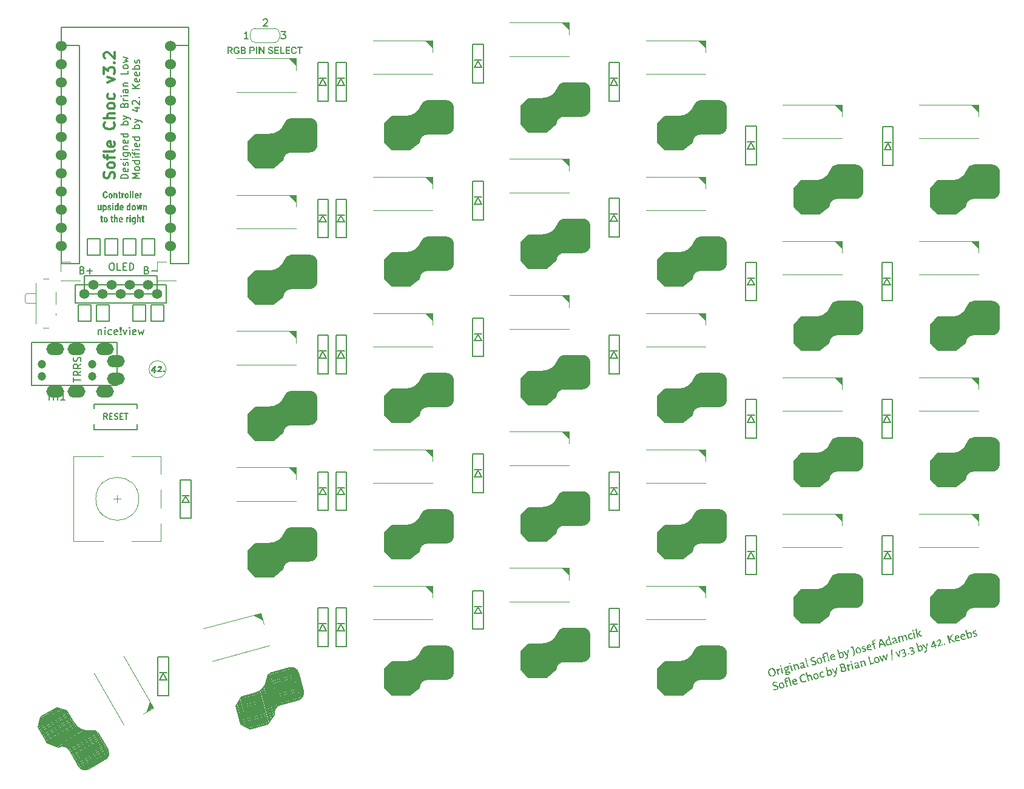
<source format=gbr>
%TF.GenerationSoftware,KiCad,Pcbnew,8.0.2-8.0.2-0~ubuntu24.04.1*%
%TF.CreationDate,2024-05-31T13:03:20+02:00*%
%TF.ProjectId,SofleKeyboard,536f666c-654b-4657-9962-6f6172642e6b,rev?*%
%TF.SameCoordinates,Original*%
%TF.FileFunction,Legend,Top*%
%TF.FilePolarity,Positive*%
%FSLAX46Y46*%
G04 Gerber Fmt 4.6, Leading zero omitted, Abs format (unit mm)*
G04 Created by KiCad (PCBNEW 8.0.2-8.0.2-0~ubuntu24.04.1) date 2024-05-31 13:03:20*
%MOMM*%
%LPD*%
G01*
G04 APERTURE LIST*
%ADD10C,0.200000*%
%ADD11C,0.150000*%
%ADD12C,0.125000*%
%ADD13C,0.120000*%
%ADD14C,0.300000*%
%ADD15C,0.100000*%
%ADD16C,1.524000*%
%ADD17C,1.397000*%
%ADD18O,2.500000X1.700000*%
%ADD19C,1.200000*%
G04 APERTURE END LIST*
D10*
G36*
X191435944Y-128135578D02*
G01*
X191509013Y-128148034D01*
X191577225Y-128172469D01*
X191630359Y-128201982D01*
X191688782Y-128247831D01*
X191732403Y-128294352D01*
X191771420Y-128348431D01*
X191805833Y-128410067D01*
X191835643Y-128479260D01*
X191856176Y-128540057D01*
X191865337Y-128572268D01*
X191881663Y-128641670D01*
X191892674Y-128708182D01*
X191898370Y-128771803D01*
X191898017Y-128847265D01*
X191889359Y-128918211D01*
X191872396Y-128984641D01*
X191847129Y-129046554D01*
X191814002Y-129103159D01*
X191773266Y-129153713D01*
X191724922Y-129198215D01*
X191668970Y-129236667D01*
X191605409Y-129269068D01*
X191534241Y-129295418D01*
X191503643Y-129304264D01*
X191432822Y-129319421D01*
X191365272Y-129326061D01*
X191300993Y-129324184D01*
X191228178Y-129310689D01*
X191160073Y-129284931D01*
X191106918Y-129254098D01*
X191048368Y-129206522D01*
X191004578Y-129158526D01*
X190965335Y-129102940D01*
X190930639Y-129039764D01*
X190900489Y-128968997D01*
X190879644Y-128906918D01*
X190870312Y-128874057D01*
X190854313Y-128805950D01*
X190843582Y-128740714D01*
X190837577Y-128663208D01*
X190839093Y-128613531D01*
X191023692Y-128613531D01*
X191027014Y-128677250D01*
X191037879Y-128747128D01*
X191052697Y-128810066D01*
X191072743Y-128877422D01*
X191094925Y-128937833D01*
X191124363Y-129001160D01*
X191162594Y-129062402D01*
X191205012Y-129110034D01*
X191217900Y-129121143D01*
X191273747Y-129155363D01*
X191336508Y-129173678D01*
X191406185Y-129176087D01*
X191472823Y-129165148D01*
X191482775Y-129162591D01*
X191548162Y-129139911D01*
X191609848Y-129104851D01*
X191657621Y-129060042D01*
X191691482Y-129005482D01*
X191694737Y-128997977D01*
X191713322Y-128931548D01*
X191718535Y-128864012D01*
X191714796Y-128799135D01*
X191703480Y-128727805D01*
X191688262Y-128663435D01*
X191668481Y-128597098D01*
X191641878Y-128526567D01*
X191612149Y-128465934D01*
X191573514Y-128407705D01*
X191524149Y-128357654D01*
X191468616Y-128324069D01*
X191406079Y-128306208D01*
X191336538Y-128304071D01*
X191269943Y-128315100D01*
X191259992Y-128317658D01*
X191195251Y-128340117D01*
X191133916Y-128374914D01*
X191086079Y-128419448D01*
X191051740Y-128473719D01*
X191048397Y-128481187D01*
X191029353Y-128546979D01*
X191023692Y-128613531D01*
X190839093Y-128613531D01*
X190839805Y-128590189D01*
X190850266Y-128521657D01*
X190868959Y-128457612D01*
X190889841Y-128409608D01*
X190923079Y-128354299D01*
X190963808Y-128304848D01*
X191012030Y-128261255D01*
X191067743Y-128223518D01*
X191130949Y-128191639D01*
X191201647Y-128165618D01*
X191232024Y-128156849D01*
X191303370Y-128141440D01*
X191371343Y-128134349D01*
X191435944Y-128135578D01*
G37*
G36*
X192393164Y-128192847D02*
G01*
X192438254Y-128185696D01*
X192487315Y-128368794D01*
X192469308Y-128378878D01*
X192404634Y-128379181D01*
X192400015Y-128380352D01*
X192341812Y-128411476D01*
X192309203Y-128448733D01*
X192278635Y-128509684D01*
X192259584Y-128573950D01*
X192253063Y-128604795D01*
X192281300Y-128717539D01*
X192383686Y-129057939D01*
X192204575Y-129105931D01*
X192126939Y-128767118D01*
X191994662Y-128316390D01*
X192160501Y-128253217D01*
X192203837Y-128421084D01*
X192216105Y-128417797D01*
X192235452Y-128354342D01*
X192265450Y-128293263D01*
X192287751Y-128263168D01*
X192337828Y-128218193D01*
X192393164Y-128192847D01*
G37*
G36*
X192710681Y-128607418D02*
G01*
X192582774Y-128150916D01*
X192754238Y-128087880D01*
X192869877Y-128547668D01*
X192970090Y-128900812D01*
X192794353Y-128947901D01*
X192710681Y-128607418D01*
G37*
G36*
X192570181Y-127745696D02*
G01*
X192635232Y-127747455D01*
X192645313Y-127752519D01*
X192685506Y-127804704D01*
X192688810Y-127815483D01*
X192689041Y-127880739D01*
X192682239Y-127896464D01*
X192633759Y-127937999D01*
X192617562Y-127943379D01*
X192552108Y-127942689D01*
X192539505Y-127936682D01*
X192499394Y-127886325D01*
X192495148Y-127872963D01*
X192495683Y-127809067D01*
X192502743Y-127793351D01*
X192553326Y-127751253D01*
X192570181Y-127745696D01*
G37*
G36*
X193749746Y-127796480D02*
G01*
X193782864Y-127920079D01*
X193725499Y-127955337D01*
X193665228Y-127987050D01*
X193641853Y-127998624D01*
X193640369Y-128006582D01*
X193679799Y-128057757D01*
X193705757Y-128118070D01*
X193709958Y-128132571D01*
X193720793Y-128195473D01*
X193717431Y-128261907D01*
X193697604Y-128323757D01*
X193675238Y-128362443D01*
X193629693Y-128414054D01*
X193578070Y-128452088D01*
X193515964Y-128482741D01*
X193453021Y-128503507D01*
X193390568Y-128516393D01*
X193342943Y-128520840D01*
X193322025Y-128559317D01*
X193321283Y-128588443D01*
X193373374Y-128625429D01*
X193379291Y-128625823D01*
X193445688Y-128623841D01*
X193510094Y-128617855D01*
X193528464Y-128615765D01*
X193595851Y-128607409D01*
X193660649Y-128602134D01*
X193703278Y-128600809D01*
X193767752Y-128606878D01*
X193830795Y-128627623D01*
X193834539Y-128629409D01*
X193884257Y-128669586D01*
X193912706Y-128727493D01*
X193913978Y-128732049D01*
X193921500Y-128799334D01*
X193907967Y-128866472D01*
X193900233Y-128885627D01*
X193868370Y-128940837D01*
X193823753Y-128991237D01*
X193786924Y-129022164D01*
X193729069Y-129059562D01*
X193670351Y-129087314D01*
X193605802Y-129109117D01*
X193599026Y-129110971D01*
X193536661Y-129124299D01*
X193471044Y-129129734D01*
X193404437Y-129123356D01*
X193351642Y-129106583D01*
X193296553Y-129073076D01*
X193251876Y-129022017D01*
X193225732Y-128962688D01*
X193223876Y-128956079D01*
X193241732Y-128914110D01*
X193377390Y-128914110D01*
X193379547Y-128924886D01*
X193419100Y-128976167D01*
X193446463Y-128988149D01*
X193513381Y-128995098D01*
X193576585Y-128985044D01*
X193587234Y-128982315D01*
X193650990Y-128960100D01*
X193706652Y-128928047D01*
X193730847Y-128907346D01*
X193766289Y-128852959D01*
X193766986Y-128802993D01*
X193723595Y-128753886D01*
X193721397Y-128753081D01*
X193657838Y-128742452D01*
X193641352Y-128742643D01*
X193574645Y-128747764D01*
X193513003Y-128754353D01*
X193456603Y-128762233D01*
X193414160Y-128811817D01*
X193389706Y-128851161D01*
X193377390Y-128914110D01*
X193241732Y-128914110D01*
X193249595Y-128895628D01*
X193267414Y-128865850D01*
X193306102Y-128814497D01*
X193338179Y-128777858D01*
X193335878Y-128769270D01*
X193271845Y-128759480D01*
X193226809Y-128741299D01*
X193181453Y-128692688D01*
X193169383Y-128660701D01*
X193196120Y-128597996D01*
X193231985Y-128541417D01*
X193251617Y-128517370D01*
X193249233Y-128508476D01*
X193189599Y-128484850D01*
X193136808Y-128444171D01*
X193133880Y-128441098D01*
X193096113Y-128388207D01*
X193070874Y-128327557D01*
X193066723Y-128313143D01*
X193055077Y-128247521D01*
X193056979Y-128194726D01*
X193214722Y-128194726D01*
X193222595Y-128261844D01*
X193248927Y-128323997D01*
X193295495Y-128369524D01*
X193358790Y-128387190D01*
X193422202Y-128379907D01*
X193427121Y-128378632D01*
X193488487Y-128353380D01*
X193535399Y-128309171D01*
X193539522Y-128302494D01*
X193557964Y-128241588D01*
X193551250Y-128173456D01*
X193549977Y-128168535D01*
X193524477Y-128108951D01*
X193479004Y-128065598D01*
X193416812Y-128049175D01*
X193353709Y-128056807D01*
X193348791Y-128058084D01*
X193286193Y-128083162D01*
X193238139Y-128125869D01*
X193233893Y-128132261D01*
X193214722Y-128194726D01*
X193056979Y-128194726D01*
X193057551Y-128178854D01*
X193076518Y-128115649D01*
X193098326Y-128076546D01*
X193143230Y-128024312D01*
X193194175Y-127985972D01*
X193255501Y-127955245D01*
X193317678Y-127934605D01*
X193384497Y-127921694D01*
X193452984Y-127920018D01*
X193488182Y-127924420D01*
X193550039Y-127894656D01*
X193611179Y-127862372D01*
X193671602Y-127827568D01*
X193731310Y-127790244D01*
X193749746Y-127796480D01*
G37*
G36*
X194014755Y-128257992D02*
G01*
X193886848Y-127801491D01*
X194058312Y-127738454D01*
X194173951Y-128198242D01*
X194274164Y-128551386D01*
X194098427Y-128598475D01*
X194014755Y-128257992D01*
G37*
G36*
X193874255Y-127396271D02*
G01*
X193939306Y-127398030D01*
X193949387Y-127403094D01*
X193989580Y-127455279D01*
X193992884Y-127466058D01*
X193993115Y-127531314D01*
X193986313Y-127547039D01*
X193937833Y-127588573D01*
X193921636Y-127593954D01*
X193856182Y-127593263D01*
X193843579Y-127587257D01*
X193803468Y-127536900D01*
X193799222Y-127523537D01*
X193799757Y-127459641D01*
X193806817Y-127443925D01*
X193857400Y-127401827D01*
X193874255Y-127396271D01*
G37*
G36*
X194897443Y-127811755D02*
G01*
X194872569Y-127750838D01*
X194838361Y-127715165D01*
X194774290Y-127696389D01*
X194734322Y-127702282D01*
X194672681Y-127730194D01*
X194620949Y-127773799D01*
X194577943Y-127827260D01*
X194552488Y-127867698D01*
X194608009Y-128082265D01*
X194713354Y-128433706D01*
X194534243Y-128481699D01*
X194454438Y-128142152D01*
X194323508Y-127689090D01*
X194490004Y-127628371D01*
X194518055Y-127739192D01*
X194530323Y-127735905D01*
X194572079Y-127682189D01*
X194616775Y-127634999D01*
X194670572Y-127589711D01*
X194714987Y-127560197D01*
X194779515Y-127546996D01*
X194844699Y-127543903D01*
X194907926Y-127555069D01*
X194935908Y-127566417D01*
X194988231Y-127604011D01*
X195026988Y-127658525D01*
X195050448Y-127722765D01*
X195105964Y-127950811D01*
X195209282Y-128300822D01*
X195028024Y-128349390D01*
X194897443Y-127811755D01*
G37*
G36*
X195717199Y-127345682D02*
G01*
X195728039Y-127350221D01*
X195784199Y-127387870D01*
X195823940Y-127443602D01*
X195841312Y-127490802D01*
X195855389Y-127552772D01*
X195869805Y-127621290D01*
X195884113Y-127690830D01*
X195886378Y-127701925D01*
X195900816Y-127772062D01*
X195914012Y-127834999D01*
X195927940Y-127898096D01*
X195930353Y-127907753D01*
X195954027Y-127950716D01*
X195997043Y-127952997D01*
X196047904Y-127931808D01*
X196067386Y-127940722D01*
X196074745Y-128039338D01*
X196024935Y-128079861D01*
X195973889Y-128105808D01*
X195909382Y-128104962D01*
X195875841Y-128091977D01*
X195827886Y-128045898D01*
X195812489Y-128016254D01*
X195800221Y-128019541D01*
X195761748Y-128079213D01*
X195720426Y-128130392D01*
X195671174Y-128177295D01*
X195650488Y-128193121D01*
X195585145Y-128205533D01*
X195519114Y-128205608D01*
X195454470Y-128189017D01*
X195443616Y-128184123D01*
X195387680Y-128144319D01*
X195350687Y-128092633D01*
X195330583Y-128039533D01*
X195322281Y-127975909D01*
X195322778Y-127973634D01*
X195484515Y-127973634D01*
X195516004Y-128031579D01*
X195534793Y-128045957D01*
X195599841Y-128057948D01*
X195620726Y-128053830D01*
X195680462Y-128022477D01*
X195726620Y-127973873D01*
X195761176Y-127920278D01*
X195769486Y-127904836D01*
X195739034Y-127770333D01*
X195524680Y-127884308D01*
X195484839Y-127919637D01*
X195484515Y-127973634D01*
X195322778Y-127973634D01*
X195336396Y-127911356D01*
X195375690Y-127855505D01*
X195430726Y-127813775D01*
X195449991Y-127803076D01*
X195711751Y-127668510D01*
X195687809Y-127573023D01*
X195660535Y-127512379D01*
X195628837Y-127482977D01*
X195565853Y-127468258D01*
X195526031Y-127474694D01*
X195464597Y-127499598D01*
X195413897Y-127534654D01*
X195367383Y-127579772D01*
X195326354Y-127629071D01*
X195305439Y-127657399D01*
X195288947Y-127652285D01*
X195232230Y-127531394D01*
X195281115Y-127480983D01*
X195332427Y-127437642D01*
X195386165Y-127401371D01*
X195451924Y-127367989D01*
X195520986Y-127344231D01*
X195586467Y-127331547D01*
X195652571Y-127330643D01*
X195717199Y-127345682D01*
G37*
G36*
X196353540Y-127612580D02*
G01*
X196461218Y-127965367D01*
X196282107Y-128013360D01*
X196203156Y-127669639D01*
X195957389Y-126795363D01*
X196133027Y-126733181D01*
X196353540Y-127612580D01*
G37*
G36*
X197055273Y-126596514D02*
G01*
X197122887Y-126581951D01*
X197192317Y-126574010D01*
X197263562Y-126572691D01*
X197327391Y-126576970D01*
X197336623Y-126577995D01*
X197352258Y-126756572D01*
X197327307Y-126775091D01*
X197267591Y-126752325D01*
X197204446Y-126736785D01*
X197191921Y-126734776D01*
X197128318Y-126731110D01*
X197070927Y-126739585D01*
X197008763Y-126764596D01*
X196959396Y-126805508D01*
X196946182Y-126823632D01*
X196921640Y-126884775D01*
X196924691Y-126947071D01*
X196957351Y-127004527D01*
X197002475Y-127033719D01*
X197068114Y-127055276D01*
X197135988Y-127071111D01*
X197186649Y-127080684D01*
X197249871Y-127093078D01*
X197315835Y-127108316D01*
X197362553Y-127121318D01*
X197424628Y-127146991D01*
X197478419Y-127182230D01*
X197489425Y-127191197D01*
X197533662Y-127240563D01*
X197562401Y-127298386D01*
X197570291Y-127323697D01*
X197580857Y-127391422D01*
X197576190Y-127458883D01*
X197564616Y-127503711D01*
X197538427Y-127562586D01*
X197500691Y-127616632D01*
X197456363Y-127661574D01*
X197403614Y-127700843D01*
X197343565Y-127732759D01*
X197283281Y-127755196D01*
X197261872Y-127761351D01*
X197197203Y-127775424D01*
X197129287Y-127783857D01*
X197096846Y-127785847D01*
X197031855Y-127785973D01*
X196968032Y-127780794D01*
X196926131Y-127774393D01*
X196901574Y-127591962D01*
X196921782Y-127575370D01*
X196983461Y-127603082D01*
X197046561Y-127621259D01*
X197089416Y-127628082D01*
X197156302Y-127631017D01*
X197221170Y-127624206D01*
X197242538Y-127619267D01*
X197304063Y-127595570D01*
X197358094Y-127554451D01*
X197375398Y-127532387D01*
X197401499Y-127473058D01*
X197400548Y-127408093D01*
X197399502Y-127403975D01*
X197367743Y-127345001D01*
X197318152Y-127311380D01*
X197256674Y-127290436D01*
X197189549Y-127274219D01*
X197132033Y-127263292D01*
X197064331Y-127250352D01*
X197000557Y-127235837D01*
X196959630Y-127224679D01*
X196898617Y-127199790D01*
X196842137Y-127162708D01*
X196834949Y-127156842D01*
X196791734Y-127107939D01*
X196763468Y-127050449D01*
X196755638Y-127025240D01*
X196744958Y-126957777D01*
X196749280Y-126891102D01*
X196760497Y-126847089D01*
X196789097Y-126784124D01*
X196826917Y-126731825D01*
X196866116Y-126692890D01*
X196917502Y-126655026D01*
X196975911Y-126624204D01*
X197041344Y-126600425D01*
X197055273Y-126596514D01*
G37*
G36*
X198128224Y-126698449D02*
G01*
X198193065Y-126726479D01*
X198208293Y-126735932D01*
X198264070Y-126782539D01*
X198305801Y-126834788D01*
X198340931Y-126897740D01*
X198365788Y-126960218D01*
X198379665Y-127006239D01*
X198393797Y-127068592D01*
X198402772Y-127139008D01*
X198403040Y-127204615D01*
X198392347Y-127275079D01*
X198369802Y-127338999D01*
X198365614Y-127347596D01*
X198330090Y-127403096D01*
X198283847Y-127450175D01*
X198226884Y-127488833D01*
X198159203Y-127519068D01*
X198115715Y-127532565D01*
X198043521Y-127546577D01*
X197976145Y-127548633D01*
X197905044Y-127536344D01*
X197840236Y-127508438D01*
X197825018Y-127499022D01*
X197775710Y-127458886D01*
X197733012Y-127408076D01*
X197696922Y-127346592D01*
X197671249Y-127285396D01*
X197653564Y-127228409D01*
X197639432Y-127166056D01*
X197630457Y-127095640D01*
X197630229Y-127039756D01*
X197792436Y-127039756D01*
X197802593Y-127112866D01*
X197810359Y-127144978D01*
X197830505Y-127210772D01*
X197856641Y-127274576D01*
X197890012Y-127331836D01*
X197923201Y-127369826D01*
X197980179Y-127404837D01*
X198046106Y-127414244D01*
X198095029Y-127406292D01*
X198155868Y-127381756D01*
X198206854Y-127337130D01*
X198226969Y-127301251D01*
X198241415Y-127234806D01*
X198238908Y-127167584D01*
X198225345Y-127097872D01*
X198223177Y-127089588D01*
X198203016Y-127023798D01*
X198176827Y-126960007D01*
X198143352Y-126902776D01*
X198110028Y-126864822D01*
X198053452Y-126829703D01*
X197988273Y-126820095D01*
X197940040Y-126827863D01*
X197874460Y-126855362D01*
X197822021Y-126906087D01*
X197797706Y-126965546D01*
X197792436Y-127039756D01*
X197630229Y-127039756D01*
X197630189Y-127030033D01*
X197640882Y-126959568D01*
X197663427Y-126895649D01*
X197667615Y-126887052D01*
X197703139Y-126831552D01*
X197749382Y-126784473D01*
X197806345Y-126745815D01*
X197874026Y-126715579D01*
X197917514Y-126702083D01*
X197989712Y-126688086D01*
X198057100Y-126686073D01*
X198128224Y-126698449D01*
G37*
G36*
X198725581Y-126027660D02*
G01*
X198790524Y-126012786D01*
X198858685Y-126002103D01*
X198930064Y-125995612D01*
X198995162Y-125993371D01*
X199004662Y-125993313D01*
X199002621Y-126132907D01*
X198993065Y-126146315D01*
X198923505Y-126139355D01*
X198859492Y-126138222D01*
X198794108Y-126143913D01*
X198748108Y-126153439D01*
X198683131Y-126179941D01*
X198634422Y-126225649D01*
X198612966Y-126287804D01*
X198616548Y-126355681D01*
X198621403Y-126377388D01*
X198656522Y-126514585D01*
X198863849Y-126459032D01*
X198874847Y-126471864D01*
X198893429Y-126582922D01*
X198687635Y-126638064D01*
X198773448Y-126973043D01*
X198879214Y-127317467D01*
X198699796Y-127365542D01*
X198620731Y-127028755D01*
X198524166Y-126681865D01*
X198402714Y-126714408D01*
X198392702Y-126705257D01*
X198371601Y-126590930D01*
X198489372Y-126559373D01*
X198458276Y-126450682D01*
X198444368Y-126383495D01*
X198441839Y-126312605D01*
X198453569Y-126248002D01*
X198479557Y-126189687D01*
X198483808Y-126182840D01*
X198525063Y-126132237D01*
X198579110Y-126089506D01*
X198636895Y-126058574D01*
X198704474Y-126033669D01*
X198725581Y-126027660D01*
G37*
G36*
X199313776Y-126819387D02*
G01*
X199421453Y-127172174D01*
X199242343Y-127220167D01*
X199163392Y-126876447D01*
X198917625Y-126002171D01*
X199093262Y-125939988D01*
X199313776Y-126819387D01*
G37*
G36*
X199975456Y-126198919D02*
G01*
X200029100Y-126222080D01*
X200081217Y-126261807D01*
X200123480Y-126315406D01*
X200152772Y-126374698D01*
X200169631Y-126426360D01*
X200182098Y-126489702D01*
X200186295Y-126524126D01*
X200172561Y-126550159D01*
X199678473Y-126682549D01*
X199702634Y-126749170D01*
X199737750Y-126808534D01*
X199786433Y-126856013D01*
X199796416Y-126862640D01*
X199856553Y-126887699D01*
X199924812Y-126893492D01*
X199993913Y-126882038D01*
X200060193Y-126858376D01*
X200122746Y-126823908D01*
X200175219Y-126784198D01*
X200212641Y-126748812D01*
X200232835Y-126754248D01*
X200244426Y-126903010D01*
X200187220Y-126944224D01*
X200129008Y-126978313D01*
X200069790Y-127005274D01*
X200009567Y-127025109D01*
X199943418Y-127038708D01*
X199870559Y-127042988D01*
X199802348Y-127034792D01*
X199738785Y-127014120D01*
X199696228Y-126991716D01*
X199642329Y-126950696D01*
X199596201Y-126899351D01*
X199557847Y-126837681D01*
X199531157Y-126776603D01*
X199513278Y-126719910D01*
X199498376Y-126649977D01*
X199492130Y-126583710D01*
X199494822Y-126530154D01*
X199653950Y-126530154D01*
X199654413Y-126557181D01*
X200002514Y-126463907D01*
X199999149Y-126437854D01*
X199974287Y-126378225D01*
X199931265Y-126335405D01*
X199869652Y-126318689D01*
X199811196Y-126326488D01*
X199752100Y-126350460D01*
X199700543Y-126393888D01*
X199689803Y-126408322D01*
X199663132Y-126466415D01*
X199653950Y-126530154D01*
X199494822Y-126530154D01*
X199495783Y-126511033D01*
X199511219Y-126443348D01*
X199533826Y-126389304D01*
X199570222Y-126332673D01*
X199616366Y-126284944D01*
X199672256Y-126246118D01*
X199737892Y-126216194D01*
X199779775Y-126203092D01*
X199842233Y-126190461D01*
X199908184Y-126187536D01*
X199975456Y-126198919D01*
G37*
G36*
X200776107Y-126070570D02*
G01*
X200786535Y-126067776D01*
X200825918Y-126016237D01*
X200869599Y-125969257D01*
X200920238Y-125926855D01*
X200966561Y-125895612D01*
X201031331Y-125883369D01*
X201100002Y-125883331D01*
X201162964Y-125898176D01*
X201220217Y-125927906D01*
X201226972Y-125932668D01*
X201277059Y-125977903D01*
X201319727Y-126035932D01*
X201350975Y-126097203D01*
X201373238Y-126157517D01*
X201382805Y-126190374D01*
X201397160Y-126254073D01*
X201406048Y-126326115D01*
X201405838Y-126393360D01*
X201394095Y-126465751D01*
X201369969Y-126531612D01*
X201365512Y-126540488D01*
X201328100Y-126597776D01*
X201280038Y-126646308D01*
X201221324Y-126686087D01*
X201162521Y-126713214D01*
X201107541Y-126730908D01*
X201044663Y-126742667D01*
X200979169Y-126744951D01*
X200917358Y-126738805D01*
X200817352Y-126814580D01*
X200786209Y-126803859D01*
X200708655Y-126465353D01*
X200634159Y-126200489D01*
X200808947Y-126200489D01*
X200860222Y-126405346D01*
X200918277Y-126601155D01*
X200984043Y-126613180D01*
X201049189Y-126612400D01*
X201081641Y-126606032D01*
X201144384Y-126580209D01*
X201195788Y-126536049D01*
X201222671Y-126491981D01*
X201240254Y-126425595D01*
X201241013Y-126361178D01*
X201231392Y-126296287D01*
X201222947Y-126261148D01*
X201201179Y-126194366D01*
X201171470Y-126133476D01*
X201132079Y-126082681D01*
X201124162Y-126075267D01*
X201068273Y-126041930D01*
X201000026Y-126035732D01*
X200973627Y-126040984D01*
X200912103Y-126071103D01*
X200865595Y-126115001D01*
X200827148Y-126168570D01*
X200808947Y-126200489D01*
X200634159Y-126200489D01*
X200465601Y-125601198D01*
X200641238Y-125539015D01*
X200776107Y-126070570D01*
G37*
G36*
X201558835Y-125858538D02*
G01*
X201871811Y-126323633D01*
X201884079Y-126320345D01*
X201925700Y-125772728D01*
X201922227Y-125639542D01*
X202076802Y-125598124D01*
X202002357Y-126437890D01*
X201994739Y-126507407D01*
X201982287Y-126576140D01*
X201963743Y-126641403D01*
X201959825Y-126652105D01*
X201931417Y-126712275D01*
X201894085Y-126766054D01*
X201864239Y-126798356D01*
X201815026Y-126840950D01*
X201760367Y-126879633D01*
X201703096Y-126914416D01*
X201689330Y-126922142D01*
X201673382Y-126926415D01*
X201618340Y-126887798D01*
X201572081Y-126842782D01*
X201572199Y-126822369D01*
X201634424Y-126790430D01*
X201692739Y-126753695D01*
X201743724Y-126711771D01*
X201751512Y-126703977D01*
X201793072Y-126649759D01*
X201824482Y-126587232D01*
X201845425Y-126526947D01*
X201333370Y-125797326D01*
X201502053Y-125752128D01*
X201558835Y-125858538D01*
G37*
G36*
X202889742Y-125849704D02*
G01*
X202936671Y-126011350D01*
X202949702Y-126077772D01*
X202951803Y-126148151D01*
X202940607Y-126213928D01*
X202925754Y-126255224D01*
X202890530Y-126316952D01*
X202844926Y-126374036D01*
X202793987Y-126425695D01*
X202742127Y-126471244D01*
X202723158Y-126486688D01*
X202632882Y-126403715D01*
X202627704Y-126384394D01*
X202674086Y-126339279D01*
X202720010Y-126286635D01*
X202755056Y-126233540D01*
X202761802Y-126219934D01*
X202778851Y-126158064D01*
X202776895Y-126089243D01*
X202769581Y-126055135D01*
X202730628Y-125909761D01*
X202554532Y-125280776D01*
X202348739Y-125335918D01*
X202329257Y-125327004D01*
X202306708Y-125199915D01*
X202698667Y-125094890D01*
X202889742Y-125849704D01*
G37*
G36*
X203549394Y-125245851D02*
G01*
X203614234Y-125273881D01*
X203629463Y-125283334D01*
X203685239Y-125329941D01*
X203726970Y-125382190D01*
X203762100Y-125445142D01*
X203786958Y-125507620D01*
X203800835Y-125553641D01*
X203814966Y-125615994D01*
X203823942Y-125686410D01*
X203824210Y-125752017D01*
X203813517Y-125822481D01*
X203790971Y-125886401D01*
X203786783Y-125894998D01*
X203751259Y-125950498D01*
X203705016Y-125997577D01*
X203648054Y-126036235D01*
X203580373Y-126066470D01*
X203536885Y-126079967D01*
X203464690Y-126093979D01*
X203397314Y-126096035D01*
X203326213Y-126083746D01*
X203261406Y-126055841D01*
X203246187Y-126046424D01*
X203196879Y-126006288D01*
X203154181Y-125955478D01*
X203118092Y-125893994D01*
X203092418Y-125832798D01*
X203074733Y-125775811D01*
X203060602Y-125713458D01*
X203051626Y-125643042D01*
X203051398Y-125587158D01*
X203213605Y-125587158D01*
X203223762Y-125660268D01*
X203231528Y-125692380D01*
X203251674Y-125758174D01*
X203277810Y-125821978D01*
X203311181Y-125879238D01*
X203344370Y-125917228D01*
X203401349Y-125952239D01*
X203467276Y-125961647D01*
X203516199Y-125953694D01*
X203577037Y-125929158D01*
X203628023Y-125884532D01*
X203648138Y-125848653D01*
X203662584Y-125782208D01*
X203660077Y-125714986D01*
X203646515Y-125645274D01*
X203644346Y-125636990D01*
X203624186Y-125571200D01*
X203597997Y-125507410D01*
X203564521Y-125450178D01*
X203531197Y-125412224D01*
X203474622Y-125377105D01*
X203409442Y-125367497D01*
X203361209Y-125375265D01*
X203295629Y-125402764D01*
X203243191Y-125453489D01*
X203218875Y-125512948D01*
X203213605Y-125587158D01*
X203051398Y-125587158D01*
X203051358Y-125577435D01*
X203062051Y-125506971D01*
X203084596Y-125443051D01*
X203088785Y-125434454D01*
X203124309Y-125378954D01*
X203170552Y-125331875D01*
X203227514Y-125293217D01*
X203295195Y-125262982D01*
X203338683Y-125249485D01*
X203410882Y-125235488D01*
X203478269Y-125233475D01*
X203549394Y-125245851D01*
G37*
G36*
X204129960Y-125037463D02*
G01*
X204196404Y-125023833D01*
X204263856Y-125018278D01*
X204332317Y-125020800D01*
X204346130Y-125022274D01*
X204359479Y-125170235D01*
X204338181Y-125181530D01*
X204272417Y-125163269D01*
X204204676Y-125157299D01*
X204141752Y-125166119D01*
X204083006Y-125195843D01*
X204065420Y-125216156D01*
X204050262Y-125279268D01*
X204052747Y-125291541D01*
X204092173Y-125343925D01*
X204107121Y-125350933D01*
X204168561Y-125367302D01*
X204234269Y-125377676D01*
X204299974Y-125388788D01*
X204360392Y-125403050D01*
X204419994Y-125428914D01*
X204452796Y-125452252D01*
X204494292Y-125503662D01*
X204512371Y-125550682D01*
X204520605Y-125616685D01*
X204510137Y-125683425D01*
X204483075Y-125743195D01*
X204441998Y-125793445D01*
X204431209Y-125803517D01*
X204376891Y-125841909D01*
X204315699Y-125869523D01*
X204275104Y-125882162D01*
X204205518Y-125896205D01*
X204141243Y-125901609D01*
X204074690Y-125900350D01*
X204014587Y-125893784D01*
X203996139Y-125740286D01*
X204012174Y-125722841D01*
X204071779Y-125745208D01*
X204133873Y-125758530D01*
X204142340Y-125759623D01*
X204206233Y-125762226D01*
X204261472Y-125753999D01*
X204320120Y-125725701D01*
X204343894Y-125699700D01*
X204362211Y-125637235D01*
X204359178Y-125619342D01*
X204320399Y-125567753D01*
X204305746Y-125561013D01*
X204241152Y-125543110D01*
X204179475Y-125531405D01*
X204113339Y-125520644D01*
X204051901Y-125506748D01*
X203991643Y-125480546D01*
X203958554Y-125456484D01*
X203918581Y-125406501D01*
X203898465Y-125354905D01*
X203889665Y-125291153D01*
X203900115Y-125224754D01*
X203931654Y-125162259D01*
X203977322Y-125112233D01*
X204031095Y-125075781D01*
X204096872Y-125047449D01*
X204129960Y-125037463D01*
G37*
G36*
X205059259Y-124836718D02*
G01*
X205112903Y-124859879D01*
X205165021Y-124899606D01*
X205207283Y-124953206D01*
X205236575Y-125012497D01*
X205253434Y-125064159D01*
X205265901Y-125127501D01*
X205270098Y-125161925D01*
X205256364Y-125187958D01*
X204762276Y-125320348D01*
X204786437Y-125386969D01*
X204821553Y-125446333D01*
X204870236Y-125493812D01*
X204880219Y-125500439D01*
X204940356Y-125525498D01*
X205008615Y-125531291D01*
X205077716Y-125519837D01*
X205143996Y-125496175D01*
X205206549Y-125461707D01*
X205259022Y-125421997D01*
X205296444Y-125386611D01*
X205316638Y-125392047D01*
X205328229Y-125540809D01*
X205271023Y-125582024D01*
X205212811Y-125616112D01*
X205153593Y-125643073D01*
X205093370Y-125662908D01*
X205027221Y-125676507D01*
X204954362Y-125680787D01*
X204886151Y-125672591D01*
X204822588Y-125651919D01*
X204780031Y-125629515D01*
X204726132Y-125588495D01*
X204680005Y-125537150D01*
X204641650Y-125475480D01*
X204614960Y-125414402D01*
X204597081Y-125357709D01*
X204582179Y-125287776D01*
X204575933Y-125221509D01*
X204578625Y-125167953D01*
X204737753Y-125167953D01*
X204738216Y-125194980D01*
X205086317Y-125101707D01*
X205082952Y-125075653D01*
X205058090Y-125016024D01*
X205015069Y-124973204D01*
X204953455Y-124956488D01*
X204894999Y-124964287D01*
X204835904Y-124988259D01*
X204784346Y-125031687D01*
X204773606Y-125046121D01*
X204746936Y-125104214D01*
X204737753Y-125167953D01*
X204578625Y-125167953D01*
X204579586Y-125148832D01*
X204595022Y-125081147D01*
X204617629Y-125027103D01*
X204654025Y-124970472D01*
X204700169Y-124922743D01*
X204756059Y-124883917D01*
X204821696Y-124853993D01*
X204863578Y-124840891D01*
X204926036Y-124828261D01*
X204991987Y-124825335D01*
X205059259Y-124836718D01*
G37*
G36*
X205625812Y-124184337D02*
G01*
X205692083Y-124170336D01*
X205757819Y-124163004D01*
X205772393Y-124162154D01*
X205797549Y-124297748D01*
X205787768Y-124311545D01*
X205722770Y-124303847D01*
X205658165Y-124308089D01*
X205642818Y-124311596D01*
X205584430Y-124340345D01*
X205556563Y-124376126D01*
X205543875Y-124439226D01*
X205552356Y-124501508D01*
X205591852Y-124656269D01*
X205799486Y-124600634D01*
X205808644Y-124613958D01*
X205827226Y-124725016D01*
X205623273Y-124779665D01*
X205706341Y-125111764D01*
X205813011Y-125459562D01*
X205633593Y-125507637D01*
X205554035Y-125169010D01*
X205457963Y-124823960D01*
X205336511Y-124856503D01*
X205326499Y-124847352D01*
X205305398Y-124733024D01*
X205425009Y-124700975D01*
X205390544Y-124579709D01*
X205377166Y-124516683D01*
X205374055Y-124450135D01*
X205386082Y-124382257D01*
X205410573Y-124328134D01*
X205452745Y-124275202D01*
X205509289Y-124232044D01*
X205571615Y-124201887D01*
X205625812Y-124184337D01*
G37*
G36*
X207287608Y-125064445D02*
G01*
X207101137Y-125114410D01*
X207039506Y-124989904D01*
X206946797Y-124840197D01*
X206707574Y-124904297D01*
X206491353Y-124962233D01*
X206479773Y-125130023D01*
X206489277Y-125278357D01*
X206308326Y-125326843D01*
X206351581Y-124811191D01*
X206505448Y-124811191D01*
X206683026Y-124763609D01*
X206864283Y-124715041D01*
X206566999Y-124253303D01*
X206554731Y-124256590D01*
X206505448Y-124811191D01*
X206351581Y-124811191D01*
X206411229Y-124100112D01*
X206623770Y-124043162D01*
X207287608Y-125064445D01*
G37*
G36*
X207957390Y-124506953D02*
G01*
X208007474Y-124673012D01*
X208030064Y-124715609D01*
X208068621Y-124718427D01*
X208121323Y-124696745D01*
X208140663Y-124706355D01*
X208148739Y-124806422D01*
X208099057Y-124847424D01*
X208048047Y-124873506D01*
X207983239Y-124872971D01*
X207949326Y-124860841D01*
X207900279Y-124817485D01*
X207884200Y-124789538D01*
X207870092Y-124793318D01*
X207832060Y-124844598D01*
X207797104Y-124886507D01*
X207751530Y-124932258D01*
X207720533Y-124958962D01*
X207656390Y-124972127D01*
X207586293Y-124976052D01*
X207521295Y-124967663D01*
X207453256Y-124942996D01*
X207421735Y-124924631D01*
X207371531Y-124883538D01*
X207328058Y-124831643D01*
X207291318Y-124768947D01*
X207265185Y-124706611D01*
X207247186Y-124648602D01*
X207231694Y-124575949D01*
X207225343Y-124507734D01*
X207225897Y-124495050D01*
X207392417Y-124495050D01*
X207404192Y-124565065D01*
X207408419Y-124581732D01*
X207429626Y-124647689D01*
X207458701Y-124709835D01*
X207497486Y-124763915D01*
X207519436Y-124785045D01*
X207577177Y-124818650D01*
X207641074Y-124827954D01*
X207687091Y-124820658D01*
X207745379Y-124792982D01*
X207765598Y-124776283D01*
X207805587Y-124725874D01*
X207831728Y-124678357D01*
X207805824Y-124566960D01*
X207716069Y-124254075D01*
X207647836Y-124244515D01*
X207582020Y-124246488D01*
X207550071Y-124252862D01*
X207488398Y-124278050D01*
X207437712Y-124320838D01*
X207411062Y-124363413D01*
X207393243Y-124426826D01*
X207392417Y-124495050D01*
X207225897Y-124495050D01*
X207228131Y-124443958D01*
X207242936Y-124375163D01*
X207270182Y-124312409D01*
X207308952Y-124256679D01*
X207358402Y-124209223D01*
X207418532Y-124170043D01*
X207478572Y-124143046D01*
X207534599Y-124125193D01*
X207600641Y-124111277D01*
X207665638Y-124103371D01*
X207675473Y-124102567D01*
X207562555Y-123694644D01*
X207736352Y-123632954D01*
X207957390Y-124506953D01*
G37*
G36*
X208598457Y-123894159D02*
G01*
X208609297Y-123898698D01*
X208665457Y-123936348D01*
X208705198Y-123992079D01*
X208722570Y-124039279D01*
X208736647Y-124101249D01*
X208751063Y-124169767D01*
X208765370Y-124239308D01*
X208767636Y-124250403D01*
X208782074Y-124320539D01*
X208795270Y-124383476D01*
X208809198Y-124446573D01*
X208811610Y-124456230D01*
X208835285Y-124499194D01*
X208878300Y-124501474D01*
X208929162Y-124480285D01*
X208948644Y-124489200D01*
X208956002Y-124587815D01*
X208906193Y-124628339D01*
X208855146Y-124654286D01*
X208790640Y-124653439D01*
X208757099Y-124640454D01*
X208709144Y-124594376D01*
X208693747Y-124564731D01*
X208681479Y-124568018D01*
X208643006Y-124627690D01*
X208601684Y-124678869D01*
X208552431Y-124725773D01*
X208531746Y-124741598D01*
X208466403Y-124754010D01*
X208400372Y-124754086D01*
X208335728Y-124737494D01*
X208324873Y-124732601D01*
X208268937Y-124692796D01*
X208231945Y-124641111D01*
X208211841Y-124588011D01*
X208203538Y-124524387D01*
X208204036Y-124522111D01*
X208365773Y-124522111D01*
X208397262Y-124580056D01*
X208416051Y-124594434D01*
X208481099Y-124606425D01*
X208501984Y-124602308D01*
X208561719Y-124570955D01*
X208607878Y-124522351D01*
X208642434Y-124468756D01*
X208650744Y-124453314D01*
X208620292Y-124318810D01*
X208405938Y-124432785D01*
X208366097Y-124468115D01*
X208365773Y-124522111D01*
X208204036Y-124522111D01*
X208217654Y-124459833D01*
X208256948Y-124403982D01*
X208311984Y-124362253D01*
X208331249Y-124351554D01*
X208593009Y-124216987D01*
X208569067Y-124121500D01*
X208541792Y-124060856D01*
X208510095Y-124031455D01*
X208447111Y-124016735D01*
X208407288Y-124023172D01*
X208345855Y-124048075D01*
X208295155Y-124083131D01*
X208248640Y-124128249D01*
X208207612Y-124177548D01*
X208186697Y-124205876D01*
X208170205Y-124200762D01*
X208113488Y-124079871D01*
X208162373Y-124029461D01*
X208213685Y-123986119D01*
X208267422Y-123949848D01*
X208333182Y-123916467D01*
X208402244Y-123892708D01*
X208467725Y-123880025D01*
X208533829Y-123879120D01*
X208598457Y-123894159D01*
G37*
G36*
X210001638Y-123764599D02*
G01*
X209977003Y-123703617D01*
X209942863Y-123667926D01*
X209882087Y-123649182D01*
X209838517Y-123655125D01*
X209777930Y-123682370D01*
X209726981Y-123724759D01*
X209684541Y-123776651D01*
X209659377Y-123815875D01*
X209713962Y-124034309D01*
X209817855Y-124386467D01*
X209636598Y-124435035D01*
X209506016Y-123897400D01*
X209481142Y-123836483D01*
X209446935Y-123800810D01*
X209382864Y-123782033D01*
X209342895Y-123787926D01*
X209281254Y-123815839D01*
X209229522Y-123859444D01*
X209186516Y-123912904D01*
X209161062Y-123953343D01*
X209216582Y-124167910D01*
X209321927Y-124519351D01*
X209142816Y-124567343D01*
X209063011Y-124227796D01*
X208932081Y-123774735D01*
X209098577Y-123714015D01*
X209126628Y-123824837D01*
X209138896Y-123821550D01*
X209180652Y-123767834D01*
X209225348Y-123720644D01*
X209279145Y-123675356D01*
X209323561Y-123645842D01*
X209388215Y-123632635D01*
X209451837Y-123629471D01*
X209494821Y-123634797D01*
X209556322Y-123657104D01*
X209607193Y-123699016D01*
X209609868Y-123702256D01*
X209620602Y-123699380D01*
X209664339Y-123644085D01*
X209712014Y-123594597D01*
X209763629Y-123550916D01*
X209819182Y-123513041D01*
X209883844Y-123499803D01*
X209949134Y-123496682D01*
X210012420Y-123507832D01*
X210040409Y-123519177D01*
X210092594Y-123556809D01*
X210131357Y-123611321D01*
X210154949Y-123675526D01*
X210210466Y-123903572D01*
X210313477Y-124253666D01*
X210134366Y-124301658D01*
X210001638Y-123764599D01*
G37*
G36*
X210644810Y-123291814D02*
G01*
X210709651Y-123278912D01*
X210762435Y-123274432D01*
X210828061Y-123275973D01*
X210874179Y-123282950D01*
X210886363Y-123448645D01*
X210870854Y-123460690D01*
X210805899Y-123445852D01*
X210741079Y-123441547D01*
X210683205Y-123449829D01*
X210621514Y-123476529D01*
X210573268Y-123523426D01*
X210555297Y-123556420D01*
X210538745Y-123623229D01*
X210539392Y-123687463D01*
X210551199Y-123751928D01*
X210553167Y-123759480D01*
X210573025Y-123819943D01*
X210601190Y-123877072D01*
X210643987Y-123931234D01*
X210661833Y-123946658D01*
X210720879Y-123977710D01*
X210787282Y-123985156D01*
X210835638Y-123977007D01*
X210896020Y-123954496D01*
X210956136Y-123919394D01*
X211010555Y-123876557D01*
X211028908Y-123882487D01*
X211048489Y-124025492D01*
X210993178Y-124060493D01*
X210936264Y-124089319D01*
X210871146Y-124114105D01*
X210844545Y-124121885D01*
X210774339Y-124135192D01*
X210708365Y-124136353D01*
X210638151Y-124122809D01*
X210573465Y-124093402D01*
X210558157Y-124083572D01*
X210508517Y-124042195D01*
X210465612Y-123990613D01*
X210429442Y-123928827D01*
X210403799Y-123867746D01*
X210386210Y-123811119D01*
X210370771Y-123739654D01*
X210363837Y-123672242D01*
X210366497Y-123598719D01*
X210380734Y-123530714D01*
X210402152Y-123476816D01*
X210437161Y-123420685D01*
X210482290Y-123373324D01*
X210537540Y-123334735D01*
X210602911Y-123304916D01*
X210644810Y-123291814D01*
G37*
G36*
X211149282Y-123666809D02*
G01*
X211021375Y-123210308D01*
X211192838Y-123147272D01*
X211308478Y-123607060D01*
X211408691Y-123960204D01*
X211232954Y-124007293D01*
X211149282Y-123666809D01*
G37*
G36*
X211008781Y-122805088D02*
G01*
X211073833Y-122806847D01*
X211083913Y-122811911D01*
X211124106Y-122864096D01*
X211127410Y-122874875D01*
X211127641Y-122940131D01*
X211120840Y-122955856D01*
X211072359Y-122997391D01*
X211056162Y-123002771D01*
X210990709Y-123002081D01*
X210978105Y-122996074D01*
X210937995Y-122945717D01*
X210933748Y-122932355D01*
X210934283Y-122868458D01*
X210941343Y-122852743D01*
X210991926Y-122810645D01*
X211008781Y-122805088D01*
G37*
G36*
X211747503Y-123488766D02*
G01*
X211854934Y-123840633D01*
X211675823Y-123888626D01*
X211597201Y-123546132D01*
X211352174Y-122674617D01*
X211527811Y-122612434D01*
X211747503Y-123488766D01*
G37*
G36*
X211925894Y-123352213D02*
G01*
X211981611Y-123397770D01*
X212041213Y-123445127D01*
X212091692Y-123484309D01*
X212144658Y-123524643D01*
X212200109Y-123566129D01*
X212258047Y-123608767D01*
X212318472Y-123652556D01*
X212349617Y-123674883D01*
X212355205Y-123695739D01*
X212295795Y-123726084D01*
X212261686Y-123740520D01*
X212202361Y-123764398D01*
X212198803Y-123765916D01*
X212177591Y-123764039D01*
X212118194Y-123720097D01*
X212060751Y-123676392D01*
X212005261Y-123632924D01*
X211951724Y-123589692D01*
X211900141Y-123546697D01*
X211850512Y-123503939D01*
X211802837Y-123461417D01*
X211757114Y-123419132D01*
X211753827Y-123406864D01*
X211904607Y-123048266D01*
X211927591Y-122958613D01*
X212122957Y-122906265D01*
X211925894Y-123352213D01*
G37*
D11*
X120389160Y-37565057D02*
X120436779Y-37517438D01*
X120436779Y-37517438D02*
X120532017Y-37469819D01*
X120532017Y-37469819D02*
X120770112Y-37469819D01*
X120770112Y-37469819D02*
X120865350Y-37517438D01*
X120865350Y-37517438D02*
X120912969Y-37565057D01*
X120912969Y-37565057D02*
X120960588Y-37660295D01*
X120960588Y-37660295D02*
X120960588Y-37755533D01*
X120960588Y-37755533D02*
X120912969Y-37898390D01*
X120912969Y-37898390D02*
X120341541Y-38469819D01*
X120341541Y-38469819D02*
X120960588Y-38469819D01*
D12*
G36*
X115798100Y-41331459D02*
G01*
X115855619Y-41338672D01*
X115907575Y-41351294D01*
X115953965Y-41369326D01*
X116001056Y-41397201D01*
X116013119Y-41406517D01*
X116049854Y-41443354D01*
X116077567Y-41486760D01*
X116096256Y-41536733D01*
X116105095Y-41584796D01*
X116107397Y-41628534D01*
X116103552Y-41681763D01*
X116092018Y-41729891D01*
X116070184Y-41777385D01*
X116058792Y-41794619D01*
X116024846Y-41833417D01*
X115983459Y-41866156D01*
X115939847Y-41890441D01*
X115923970Y-41897445D01*
X116148429Y-42320963D01*
X116148429Y-42330000D01*
X115962316Y-42330000D01*
X115761793Y-41937990D01*
X115568108Y-41937990D01*
X115568108Y-42330000D01*
X115394208Y-42330000D01*
X115394208Y-41798527D01*
X115568108Y-41798527D01*
X115746650Y-41798527D01*
X115797836Y-41794281D01*
X115845435Y-41779804D01*
X115883914Y-41755052D01*
X115916016Y-41714448D01*
X115931123Y-41667593D01*
X115933496Y-41636106D01*
X115928099Y-41586250D01*
X115907804Y-41538195D01*
X115887822Y-41514473D01*
X115843296Y-41486240D01*
X115794033Y-41473119D01*
X115751535Y-41469776D01*
X115568108Y-41469776D01*
X115568108Y-41798527D01*
X115394208Y-41798527D01*
X115394208Y-41329581D01*
X115745917Y-41329581D01*
X115798100Y-41331459D01*
G37*
G36*
X117034298Y-42200795D02*
G01*
X117000475Y-42238188D01*
X116960006Y-42270132D01*
X116912891Y-42296629D01*
X116883845Y-42308995D01*
X116834111Y-42325023D01*
X116781141Y-42336472D01*
X116732137Y-42342733D01*
X116680656Y-42345488D01*
X116665492Y-42345631D01*
X116611840Y-42342896D01*
X116560946Y-42334692D01*
X116512811Y-42321017D01*
X116467433Y-42301873D01*
X116442742Y-42288478D01*
X116397145Y-42256711D01*
X116357074Y-42218808D01*
X116326545Y-42180609D01*
X116300246Y-42137711D01*
X116293510Y-42124591D01*
X116272943Y-42076296D01*
X116257192Y-42024587D01*
X116246256Y-41969466D01*
X116240715Y-41919503D01*
X116238799Y-41875952D01*
X116238799Y-41797306D01*
X116240494Y-41742012D01*
X116245577Y-41689824D01*
X116254049Y-41640742D01*
X116269405Y-41583759D01*
X116290056Y-41531630D01*
X116316002Y-41484354D01*
X116347243Y-41441933D01*
X116383301Y-41405062D01*
X116423545Y-41374441D01*
X116467975Y-41350070D01*
X116516591Y-41331947D01*
X116569393Y-41320073D01*
X116626381Y-41314449D01*
X116650348Y-41313949D01*
X116700803Y-41315965D01*
X116756926Y-41323704D01*
X116808223Y-41337248D01*
X116854694Y-41356597D01*
X116902811Y-41386507D01*
X116915352Y-41396503D01*
X116954652Y-41435997D01*
X116986425Y-41482456D01*
X117007668Y-41527822D01*
X117023382Y-41578306D01*
X117033566Y-41633907D01*
X116863328Y-41633907D01*
X116850613Y-41581909D01*
X116825563Y-41531145D01*
X116789831Y-41493072D01*
X116743417Y-41467689D01*
X116686321Y-41454998D01*
X116653768Y-41453412D01*
X116598890Y-41458709D01*
X116551003Y-41474600D01*
X116505487Y-41505141D01*
X116476203Y-41538164D01*
X116449474Y-41585364D01*
X116432122Y-41634778D01*
X116421732Y-41683161D01*
X116415481Y-41737109D01*
X116413433Y-41786315D01*
X116413433Y-41863740D01*
X116415097Y-41912872D01*
X116421485Y-41967140D01*
X116432665Y-42016290D01*
X116451764Y-42067164D01*
X116477384Y-42111072D01*
X116481577Y-42116775D01*
X116519098Y-42156205D01*
X116563276Y-42184370D01*
X116614109Y-42201268D01*
X116664048Y-42206813D01*
X116671598Y-42206901D01*
X116726248Y-42203956D01*
X116779661Y-42193377D01*
X116828218Y-42172280D01*
X116861130Y-42145352D01*
X116861130Y-41946050D01*
X116655233Y-41946050D01*
X116655233Y-41814159D01*
X117034298Y-41814159D01*
X117034298Y-42200795D01*
G37*
G36*
X117614080Y-41331244D02*
G01*
X117670065Y-41337633D01*
X117720366Y-41348813D01*
X117771866Y-41367912D01*
X117815628Y-41393532D01*
X117821249Y-41397725D01*
X117860038Y-41435964D01*
X117887744Y-41482538D01*
X117902896Y-41530127D01*
X117909563Y-41584098D01*
X117909909Y-41600690D01*
X117904688Y-41650424D01*
X117887250Y-41699962D01*
X117872784Y-41724766D01*
X117840132Y-41762513D01*
X117797862Y-41793322D01*
X117764340Y-41810006D01*
X117811419Y-41827538D01*
X117854886Y-41855582D01*
X117889637Y-41892805D01*
X117914806Y-41937334D01*
X117929527Y-41987636D01*
X117933845Y-42038374D01*
X117930668Y-42088837D01*
X117918930Y-42141917D01*
X117898544Y-42188755D01*
X117869509Y-42229352D01*
X117843475Y-42254528D01*
X117800305Y-42283936D01*
X117749655Y-42306120D01*
X117700287Y-42319386D01*
X117645424Y-42327346D01*
X117595507Y-42329926D01*
X117585066Y-42330000D01*
X117220167Y-42330000D01*
X117220167Y-42191270D01*
X117394068Y-42191270D01*
X117587020Y-42191270D01*
X117639029Y-42186508D01*
X117686090Y-42170450D01*
X117714759Y-42150969D01*
X117746315Y-42109463D01*
X117759794Y-42060120D01*
X117760921Y-42038374D01*
X117755314Y-41985380D01*
X117734599Y-41937075D01*
X117698620Y-41903334D01*
X117647377Y-41884155D01*
X117601430Y-41879371D01*
X117394068Y-41879371D01*
X117394068Y-42191270D01*
X117220167Y-42191270D01*
X117220167Y-41751632D01*
X117394068Y-41751632D01*
X117564305Y-41751632D01*
X117615869Y-41747274D01*
X117662575Y-41732580D01*
X117691067Y-41714752D01*
X117722289Y-41676637D01*
X117736027Y-41626836D01*
X117736741Y-41610460D01*
X117730799Y-41560428D01*
X117706659Y-41514311D01*
X117694487Y-41502993D01*
X117648538Y-41480286D01*
X117599843Y-41471366D01*
X117563084Y-41469776D01*
X117394068Y-41469776D01*
X117394068Y-41751632D01*
X117220167Y-41751632D01*
X117220167Y-41329581D01*
X117563084Y-41329581D01*
X117614080Y-41331244D01*
G37*
G36*
X118884552Y-41331698D02*
G01*
X118940903Y-41339826D01*
X118992394Y-41354052D01*
X119039026Y-41374373D01*
X119080797Y-41400792D01*
X119099860Y-41416287D01*
X119138308Y-41456802D01*
X119167313Y-41502694D01*
X119186874Y-41553961D01*
X119196125Y-41602184D01*
X119198534Y-41645387D01*
X119195142Y-41697800D01*
X119184967Y-41745679D01*
X119164523Y-41795808D01*
X119134845Y-41839766D01*
X119102058Y-41872533D01*
X119056145Y-41904129D01*
X119010893Y-41925034D01*
X118960198Y-41940238D01*
X118904058Y-41949741D01*
X118853117Y-41953305D01*
X118831681Y-41953621D01*
X118625052Y-41953621D01*
X118625052Y-42330000D01*
X118451151Y-42330000D01*
X118451151Y-41814159D01*
X118625052Y-41814159D01*
X118833880Y-41814159D01*
X118887570Y-41809961D01*
X118936657Y-41795646D01*
X118975296Y-41771172D01*
X119006924Y-41729876D01*
X119021807Y-41680451D01*
X119024145Y-41646608D01*
X119018286Y-41595509D01*
X118998531Y-41548454D01*
X118974563Y-41519113D01*
X118932340Y-41489735D01*
X118884463Y-41474271D01*
X118838764Y-41469776D01*
X118625052Y-41469776D01*
X118625052Y-41814159D01*
X118451151Y-41814159D01*
X118451151Y-41329581D01*
X118833880Y-41329581D01*
X118884552Y-41331698D01*
G37*
G36*
X119529483Y-42330000D02*
G01*
X119356315Y-42330000D01*
X119356315Y-41329581D01*
X119529483Y-41329581D01*
X119529483Y-42330000D01*
G37*
G36*
X120534298Y-42330000D02*
G01*
X120360397Y-42330000D01*
X119914654Y-41620230D01*
X119914654Y-42330000D01*
X119740753Y-42330000D01*
X119740753Y-41329581D01*
X119914654Y-41329581D01*
X120361863Y-42042037D01*
X120361863Y-41329581D01*
X120534298Y-41329581D01*
X120534298Y-42330000D01*
G37*
G36*
X121605059Y-42073545D02*
G01*
X121597400Y-42024606D01*
X121569529Y-41980660D01*
X121558653Y-41971207D01*
X121513372Y-41944210D01*
X121465663Y-41923873D01*
X121413360Y-41905730D01*
X121391346Y-41898911D01*
X121340813Y-41882485D01*
X121295002Y-41865265D01*
X121248428Y-41844611D01*
X121203404Y-41820134D01*
X121198883Y-41817334D01*
X121152484Y-41783165D01*
X121115684Y-41745320D01*
X121088484Y-41703801D01*
X121068885Y-41650717D01*
X121062485Y-41601235D01*
X121062351Y-41592630D01*
X121067061Y-41541568D01*
X121081191Y-41494596D01*
X121104741Y-41451715D01*
X121137712Y-41412925D01*
X121160781Y-41392595D01*
X121206756Y-41361951D01*
X121258341Y-41338833D01*
X121307022Y-41325009D01*
X121359824Y-41316714D01*
X121416748Y-41313949D01*
X121467489Y-41316361D01*
X121521216Y-41324840D01*
X121571388Y-41339425D01*
X121602861Y-41352540D01*
X121646103Y-41376836D01*
X121687624Y-41409904D01*
X121722276Y-41449364D01*
X121731332Y-41462449D01*
X121755933Y-41508550D01*
X121771423Y-41557704D01*
X121777801Y-41609911D01*
X121777983Y-41620718D01*
X121605059Y-41620718D01*
X121599229Y-41570550D01*
X121579571Y-41525104D01*
X121555722Y-41497376D01*
X121512960Y-41470139D01*
X121463322Y-41456215D01*
X121415282Y-41452679D01*
X121365856Y-41456257D01*
X121316306Y-41469996D01*
X121283147Y-41489316D01*
X121250923Y-41526936D01*
X121236744Y-41575682D01*
X121236008Y-41591653D01*
X121247171Y-41639606D01*
X121280659Y-41679509D01*
X121286810Y-41684221D01*
X121329669Y-41709346D01*
X121376283Y-41729559D01*
X121426445Y-41747267D01*
X121454605Y-41756029D01*
X121503474Y-41771765D01*
X121553914Y-41790866D01*
X121598583Y-41811157D01*
X121641940Y-41835408D01*
X121682512Y-41864478D01*
X121718601Y-41899431D01*
X121745743Y-41937501D01*
X121765836Y-41983331D01*
X121776655Y-42034725D01*
X121778716Y-42072079D01*
X121774122Y-42124454D01*
X121760343Y-42171943D01*
X121733346Y-42220234D01*
X121699882Y-42257255D01*
X121682728Y-42271625D01*
X121637568Y-42300462D01*
X121585863Y-42322215D01*
X121536335Y-42335224D01*
X121481999Y-42343029D01*
X121433045Y-42345559D01*
X121422854Y-42345631D01*
X121369716Y-42343112D01*
X121318745Y-42335556D01*
X121269942Y-42322962D01*
X121223307Y-42305331D01*
X121175387Y-42280228D01*
X121133843Y-42250256D01*
X121098674Y-42215416D01*
X121081891Y-42193956D01*
X121055229Y-42147245D01*
X121038442Y-42095954D01*
X121031777Y-42045876D01*
X121031332Y-42028360D01*
X121205233Y-42028360D01*
X121210719Y-42078172D01*
X121229426Y-42124260D01*
X121261409Y-42161228D01*
X121305941Y-42187926D01*
X121356393Y-42202581D01*
X121409916Y-42207939D01*
X121422854Y-42208122D01*
X121475228Y-42204521D01*
X121522646Y-42192239D01*
X121559385Y-42171242D01*
X121592169Y-42131285D01*
X121604880Y-42081024D01*
X121605059Y-42073545D01*
G37*
G36*
X122510956Y-41889141D02*
G01*
X122100139Y-41889141D01*
X122100139Y-42191270D01*
X122580321Y-42191270D01*
X122580321Y-42330000D01*
X121926238Y-42330000D01*
X121926238Y-41329581D01*
X122575436Y-41329581D01*
X122575436Y-41469776D01*
X122100139Y-41469776D01*
X122100139Y-41751632D01*
X122510956Y-41751632D01*
X122510956Y-41889141D01*
G37*
G36*
X122891486Y-42191270D02*
G01*
X123345533Y-42191270D01*
X123345533Y-42330000D01*
X122717585Y-42330000D01*
X122717585Y-41329581D01*
X122891486Y-41329581D01*
X122891486Y-42191270D01*
G37*
G36*
X124059455Y-41889141D02*
G01*
X123648639Y-41889141D01*
X123648639Y-42191270D01*
X124128820Y-42191270D01*
X124128820Y-42330000D01*
X123474738Y-42330000D01*
X123474738Y-41329581D01*
X124123935Y-41329581D01*
X124123935Y-41469776D01*
X123648639Y-41469776D01*
X123648639Y-41751632D01*
X124059455Y-41751632D01*
X124059455Y-41889141D01*
G37*
G36*
X125029344Y-42006378D02*
G01*
X125020574Y-42063897D01*
X125005622Y-42116470D01*
X124984487Y-42164098D01*
X124957170Y-42206779D01*
X124923670Y-42244515D01*
X124911130Y-42255994D01*
X124870092Y-42286457D01*
X124824279Y-42310617D01*
X124773692Y-42328474D01*
X124718331Y-42340029D01*
X124668550Y-42344843D01*
X124637090Y-42345631D01*
X124586193Y-42342908D01*
X124538007Y-42334738D01*
X124486258Y-42318733D01*
X124438051Y-42295614D01*
X124426552Y-42288722D01*
X124383596Y-42257276D01*
X124345830Y-42219846D01*
X124313254Y-42176432D01*
X124289008Y-42133536D01*
X124285868Y-42127034D01*
X124266551Y-42079568D01*
X124251768Y-42028853D01*
X124241520Y-41974889D01*
X124236345Y-41926048D01*
X124234577Y-41883524D01*
X124234577Y-41789734D01*
X124236338Y-41737705D01*
X124241618Y-41688045D01*
X124252229Y-41633105D01*
X124267631Y-41581389D01*
X124284647Y-41539630D01*
X124308728Y-41494570D01*
X124336947Y-41454278D01*
X124374262Y-41414070D01*
X124416982Y-41380089D01*
X124428506Y-41372568D01*
X124477233Y-41346922D01*
X124529623Y-41328604D01*
X124578469Y-41318586D01*
X124630121Y-41314178D01*
X124645394Y-41313949D01*
X124695563Y-41316150D01*
X124751593Y-41324599D01*
X124803073Y-41339385D01*
X124850002Y-41360508D01*
X124892380Y-41387968D01*
X124911863Y-41404075D01*
X124946728Y-41440474D01*
X124975667Y-41482076D01*
X124998683Y-41528882D01*
X125015773Y-41580891D01*
X125026938Y-41638104D01*
X125029344Y-41658332D01*
X124856175Y-41658332D01*
X124847673Y-41608125D01*
X124832378Y-41560655D01*
X124805445Y-41515598D01*
X124793405Y-41502749D01*
X124748892Y-41473577D01*
X124701722Y-41459552D01*
X124651439Y-41454924D01*
X124645394Y-41454877D01*
X124592012Y-41460083D01*
X124545193Y-41475699D01*
X124500369Y-41505712D01*
X124471249Y-41538164D01*
X124444550Y-41584555D01*
X124427274Y-41633136D01*
X124415679Y-41689174D01*
X124410260Y-41743141D01*
X124408967Y-41782163D01*
X124408967Y-41871311D01*
X124410386Y-41920337D01*
X124415836Y-41974192D01*
X124425373Y-42022621D01*
X124441665Y-42072262D01*
X124467097Y-42119951D01*
X124499520Y-42157350D01*
X124544024Y-42186652D01*
X124590721Y-42201345D01*
X124637090Y-42205436D01*
X124690636Y-42201803D01*
X124740706Y-42189248D01*
X124784322Y-42165078D01*
X124790963Y-42159518D01*
X124821920Y-42120706D01*
X124842299Y-42072849D01*
X124854318Y-42019541D01*
X124856175Y-42006378D01*
X125029344Y-42006378D01*
G37*
G36*
X125882728Y-41469776D02*
G01*
X125570830Y-41469776D01*
X125570830Y-42330000D01*
X125398395Y-42330000D01*
X125398395Y-41469776D01*
X125089427Y-41469776D01*
X125089427Y-41329581D01*
X125882728Y-41329581D01*
X125882728Y-41469776D01*
G37*
D13*
X106793200Y-86398397D02*
G75*
G02*
X104435200Y-86398397I-1179000J0D01*
G01*
X104435200Y-86398397D02*
G75*
G02*
X106793200Y-86398397I1179000J0D01*
G01*
D14*
X99579400Y-59716917D02*
X99650828Y-59502632D01*
X99650828Y-59502632D02*
X99650828Y-59145489D01*
X99650828Y-59145489D02*
X99579400Y-59002632D01*
X99579400Y-59002632D02*
X99507971Y-58931203D01*
X99507971Y-58931203D02*
X99365114Y-58859774D01*
X99365114Y-58859774D02*
X99222257Y-58859774D01*
X99222257Y-58859774D02*
X99079400Y-58931203D01*
X99079400Y-58931203D02*
X99007971Y-59002632D01*
X99007971Y-59002632D02*
X98936542Y-59145489D01*
X98936542Y-59145489D02*
X98865114Y-59431203D01*
X98865114Y-59431203D02*
X98793685Y-59574060D01*
X98793685Y-59574060D02*
X98722257Y-59645489D01*
X98722257Y-59645489D02*
X98579400Y-59716917D01*
X98579400Y-59716917D02*
X98436542Y-59716917D01*
X98436542Y-59716917D02*
X98293685Y-59645489D01*
X98293685Y-59645489D02*
X98222257Y-59574060D01*
X98222257Y-59574060D02*
X98150828Y-59431203D01*
X98150828Y-59431203D02*
X98150828Y-59074060D01*
X98150828Y-59074060D02*
X98222257Y-58859774D01*
X99650828Y-58002632D02*
X99579400Y-58145489D01*
X99579400Y-58145489D02*
X99507971Y-58216918D01*
X99507971Y-58216918D02*
X99365114Y-58288346D01*
X99365114Y-58288346D02*
X98936542Y-58288346D01*
X98936542Y-58288346D02*
X98793685Y-58216918D01*
X98793685Y-58216918D02*
X98722257Y-58145489D01*
X98722257Y-58145489D02*
X98650828Y-58002632D01*
X98650828Y-58002632D02*
X98650828Y-57788346D01*
X98650828Y-57788346D02*
X98722257Y-57645489D01*
X98722257Y-57645489D02*
X98793685Y-57574061D01*
X98793685Y-57574061D02*
X98936542Y-57502632D01*
X98936542Y-57502632D02*
X99365114Y-57502632D01*
X99365114Y-57502632D02*
X99507971Y-57574061D01*
X99507971Y-57574061D02*
X99579400Y-57645489D01*
X99579400Y-57645489D02*
X99650828Y-57788346D01*
X99650828Y-57788346D02*
X99650828Y-58002632D01*
X98650828Y-57074060D02*
X98650828Y-56502632D01*
X99650828Y-56859775D02*
X98365114Y-56859775D01*
X98365114Y-56859775D02*
X98222257Y-56788346D01*
X98222257Y-56788346D02*
X98150828Y-56645489D01*
X98150828Y-56645489D02*
X98150828Y-56502632D01*
X99650828Y-55788346D02*
X99579400Y-55931203D01*
X99579400Y-55931203D02*
X99436542Y-56002632D01*
X99436542Y-56002632D02*
X98150828Y-56002632D01*
X99579400Y-54645489D02*
X99650828Y-54788346D01*
X99650828Y-54788346D02*
X99650828Y-55074061D01*
X99650828Y-55074061D02*
X99579400Y-55216918D01*
X99579400Y-55216918D02*
X99436542Y-55288346D01*
X99436542Y-55288346D02*
X98865114Y-55288346D01*
X98865114Y-55288346D02*
X98722257Y-55216918D01*
X98722257Y-55216918D02*
X98650828Y-55074061D01*
X98650828Y-55074061D02*
X98650828Y-54788346D01*
X98650828Y-54788346D02*
X98722257Y-54645489D01*
X98722257Y-54645489D02*
X98865114Y-54574061D01*
X98865114Y-54574061D02*
X99007971Y-54574061D01*
X99007971Y-54574061D02*
X99150828Y-55288346D01*
X99507971Y-51931204D02*
X99579400Y-52002632D01*
X99579400Y-52002632D02*
X99650828Y-52216918D01*
X99650828Y-52216918D02*
X99650828Y-52359775D01*
X99650828Y-52359775D02*
X99579400Y-52574061D01*
X99579400Y-52574061D02*
X99436542Y-52716918D01*
X99436542Y-52716918D02*
X99293685Y-52788347D01*
X99293685Y-52788347D02*
X99007971Y-52859775D01*
X99007971Y-52859775D02*
X98793685Y-52859775D01*
X98793685Y-52859775D02*
X98507971Y-52788347D01*
X98507971Y-52788347D02*
X98365114Y-52716918D01*
X98365114Y-52716918D02*
X98222257Y-52574061D01*
X98222257Y-52574061D02*
X98150828Y-52359775D01*
X98150828Y-52359775D02*
X98150828Y-52216918D01*
X98150828Y-52216918D02*
X98222257Y-52002632D01*
X98222257Y-52002632D02*
X98293685Y-51931204D01*
X99650828Y-51288347D02*
X98150828Y-51288347D01*
X99650828Y-50645490D02*
X98865114Y-50645490D01*
X98865114Y-50645490D02*
X98722257Y-50716918D01*
X98722257Y-50716918D02*
X98650828Y-50859775D01*
X98650828Y-50859775D02*
X98650828Y-51074061D01*
X98650828Y-51074061D02*
X98722257Y-51216918D01*
X98722257Y-51216918D02*
X98793685Y-51288347D01*
X99650828Y-49716918D02*
X99579400Y-49859775D01*
X99579400Y-49859775D02*
X99507971Y-49931204D01*
X99507971Y-49931204D02*
X99365114Y-50002632D01*
X99365114Y-50002632D02*
X98936542Y-50002632D01*
X98936542Y-50002632D02*
X98793685Y-49931204D01*
X98793685Y-49931204D02*
X98722257Y-49859775D01*
X98722257Y-49859775D02*
X98650828Y-49716918D01*
X98650828Y-49716918D02*
X98650828Y-49502632D01*
X98650828Y-49502632D02*
X98722257Y-49359775D01*
X98722257Y-49359775D02*
X98793685Y-49288347D01*
X98793685Y-49288347D02*
X98936542Y-49216918D01*
X98936542Y-49216918D02*
X99365114Y-49216918D01*
X99365114Y-49216918D02*
X99507971Y-49288347D01*
X99507971Y-49288347D02*
X99579400Y-49359775D01*
X99579400Y-49359775D02*
X99650828Y-49502632D01*
X99650828Y-49502632D02*
X99650828Y-49716918D01*
X99579400Y-47931204D02*
X99650828Y-48074061D01*
X99650828Y-48074061D02*
X99650828Y-48359775D01*
X99650828Y-48359775D02*
X99579400Y-48502632D01*
X99579400Y-48502632D02*
X99507971Y-48574061D01*
X99507971Y-48574061D02*
X99365114Y-48645489D01*
X99365114Y-48645489D02*
X98936542Y-48645489D01*
X98936542Y-48645489D02*
X98793685Y-48574061D01*
X98793685Y-48574061D02*
X98722257Y-48502632D01*
X98722257Y-48502632D02*
X98650828Y-48359775D01*
X98650828Y-48359775D02*
X98650828Y-48074061D01*
X98650828Y-48074061D02*
X98722257Y-47931204D01*
X98650828Y-46288347D02*
X99650828Y-45931204D01*
X99650828Y-45931204D02*
X98650828Y-45574061D01*
X98150828Y-45145490D02*
X98150828Y-44216918D01*
X98150828Y-44216918D02*
X98722257Y-44716918D01*
X98722257Y-44716918D02*
X98722257Y-44502633D01*
X98722257Y-44502633D02*
X98793685Y-44359776D01*
X98793685Y-44359776D02*
X98865114Y-44288347D01*
X98865114Y-44288347D02*
X99007971Y-44216918D01*
X99007971Y-44216918D02*
X99365114Y-44216918D01*
X99365114Y-44216918D02*
X99507971Y-44288347D01*
X99507971Y-44288347D02*
X99579400Y-44359776D01*
X99579400Y-44359776D02*
X99650828Y-44502633D01*
X99650828Y-44502633D02*
X99650828Y-44931204D01*
X99650828Y-44931204D02*
X99579400Y-45074061D01*
X99579400Y-45074061D02*
X99507971Y-45145490D01*
X99507971Y-43574062D02*
X99579400Y-43502633D01*
X99579400Y-43502633D02*
X99650828Y-43574062D01*
X99650828Y-43574062D02*
X99579400Y-43645490D01*
X99579400Y-43645490D02*
X99507971Y-43574062D01*
X99507971Y-43574062D02*
X99650828Y-43574062D01*
X98293685Y-42931204D02*
X98222257Y-42859776D01*
X98222257Y-42859776D02*
X98150828Y-42716919D01*
X98150828Y-42716919D02*
X98150828Y-42359776D01*
X98150828Y-42359776D02*
X98222257Y-42216919D01*
X98222257Y-42216919D02*
X98293685Y-42145490D01*
X98293685Y-42145490D02*
X98436542Y-42074061D01*
X98436542Y-42074061D02*
X98579400Y-42074061D01*
X98579400Y-42074061D02*
X98793685Y-42145490D01*
X98793685Y-42145490D02*
X99650828Y-43002633D01*
X99650828Y-43002633D02*
X99650828Y-42074061D01*
D11*
X97380953Y-80888152D02*
X97380953Y-81554819D01*
X97380953Y-80983390D02*
X97428572Y-80935771D01*
X97428572Y-80935771D02*
X97523810Y-80888152D01*
X97523810Y-80888152D02*
X97666667Y-80888152D01*
X97666667Y-80888152D02*
X97761905Y-80935771D01*
X97761905Y-80935771D02*
X97809524Y-81031009D01*
X97809524Y-81031009D02*
X97809524Y-81554819D01*
X98285715Y-81554819D02*
X98285715Y-80888152D01*
X98285715Y-80554819D02*
X98238096Y-80602438D01*
X98238096Y-80602438D02*
X98285715Y-80650057D01*
X98285715Y-80650057D02*
X98333334Y-80602438D01*
X98333334Y-80602438D02*
X98285715Y-80554819D01*
X98285715Y-80554819D02*
X98285715Y-80650057D01*
X99190476Y-81507200D02*
X99095238Y-81554819D01*
X99095238Y-81554819D02*
X98904762Y-81554819D01*
X98904762Y-81554819D02*
X98809524Y-81507200D01*
X98809524Y-81507200D02*
X98761905Y-81459580D01*
X98761905Y-81459580D02*
X98714286Y-81364342D01*
X98714286Y-81364342D02*
X98714286Y-81078628D01*
X98714286Y-81078628D02*
X98761905Y-80983390D01*
X98761905Y-80983390D02*
X98809524Y-80935771D01*
X98809524Y-80935771D02*
X98904762Y-80888152D01*
X98904762Y-80888152D02*
X99095238Y-80888152D01*
X99095238Y-80888152D02*
X99190476Y-80935771D01*
X100000000Y-81507200D02*
X99904762Y-81554819D01*
X99904762Y-81554819D02*
X99714286Y-81554819D01*
X99714286Y-81554819D02*
X99619048Y-81507200D01*
X99619048Y-81507200D02*
X99571429Y-81411961D01*
X99571429Y-81411961D02*
X99571429Y-81031009D01*
X99571429Y-81031009D02*
X99619048Y-80935771D01*
X99619048Y-80935771D02*
X99714286Y-80888152D01*
X99714286Y-80888152D02*
X99904762Y-80888152D01*
X99904762Y-80888152D02*
X100000000Y-80935771D01*
X100000000Y-80935771D02*
X100047619Y-81031009D01*
X100047619Y-81031009D02*
X100047619Y-81126247D01*
X100047619Y-81126247D02*
X99571429Y-81221485D01*
X100476191Y-81459580D02*
X100523810Y-81507200D01*
X100523810Y-81507200D02*
X100476191Y-81554819D01*
X100476191Y-81554819D02*
X100428572Y-81507200D01*
X100428572Y-81507200D02*
X100476191Y-81459580D01*
X100476191Y-81459580D02*
X100476191Y-81554819D01*
X100476191Y-81173866D02*
X100428572Y-80602438D01*
X100428572Y-80602438D02*
X100476191Y-80554819D01*
X100476191Y-80554819D02*
X100523810Y-80602438D01*
X100523810Y-80602438D02*
X100476191Y-81173866D01*
X100476191Y-81173866D02*
X100476191Y-80554819D01*
X100857143Y-80888152D02*
X101095238Y-81554819D01*
X101095238Y-81554819D02*
X101333333Y-80888152D01*
X101714286Y-81554819D02*
X101714286Y-80888152D01*
X101714286Y-80554819D02*
X101666667Y-80602438D01*
X101666667Y-80602438D02*
X101714286Y-80650057D01*
X101714286Y-80650057D02*
X101761905Y-80602438D01*
X101761905Y-80602438D02*
X101714286Y-80554819D01*
X101714286Y-80554819D02*
X101714286Y-80650057D01*
X102571428Y-81507200D02*
X102476190Y-81554819D01*
X102476190Y-81554819D02*
X102285714Y-81554819D01*
X102285714Y-81554819D02*
X102190476Y-81507200D01*
X102190476Y-81507200D02*
X102142857Y-81411961D01*
X102142857Y-81411961D02*
X102142857Y-81031009D01*
X102142857Y-81031009D02*
X102190476Y-80935771D01*
X102190476Y-80935771D02*
X102285714Y-80888152D01*
X102285714Y-80888152D02*
X102476190Y-80888152D01*
X102476190Y-80888152D02*
X102571428Y-80935771D01*
X102571428Y-80935771D02*
X102619047Y-81031009D01*
X102619047Y-81031009D02*
X102619047Y-81126247D01*
X102619047Y-81126247D02*
X102142857Y-81221485D01*
X102952381Y-80888152D02*
X103142857Y-81554819D01*
X103142857Y-81554819D02*
X103333333Y-81078628D01*
X103333333Y-81078628D02*
X103523809Y-81554819D01*
X103523809Y-81554819D02*
X103714285Y-80888152D01*
D10*
G36*
X191751903Y-130038478D02*
G01*
X191819517Y-130023915D01*
X191888947Y-130015974D01*
X191960192Y-130014656D01*
X192024021Y-130018934D01*
X192033252Y-130019959D01*
X192048888Y-130198536D01*
X192023937Y-130217055D01*
X191964221Y-130194289D01*
X191901076Y-130178750D01*
X191888551Y-130176741D01*
X191824948Y-130173074D01*
X191767557Y-130181549D01*
X191705393Y-130206560D01*
X191656026Y-130247472D01*
X191642812Y-130265596D01*
X191618270Y-130326739D01*
X191621321Y-130389035D01*
X191653981Y-130446491D01*
X191699105Y-130475683D01*
X191764743Y-130497240D01*
X191832618Y-130513075D01*
X191883279Y-130522648D01*
X191946501Y-130535042D01*
X192012465Y-130550280D01*
X192059183Y-130563282D01*
X192121258Y-130588955D01*
X192175049Y-130624194D01*
X192186055Y-130633161D01*
X192230292Y-130682527D01*
X192259031Y-130740350D01*
X192266921Y-130765661D01*
X192277486Y-130833386D01*
X192272820Y-130900847D01*
X192261246Y-130945675D01*
X192235057Y-131004550D01*
X192197320Y-131058596D01*
X192152993Y-131103538D01*
X192100244Y-131142807D01*
X192040195Y-131174723D01*
X191979911Y-131197160D01*
X191958502Y-131203316D01*
X191893833Y-131217388D01*
X191825917Y-131225821D01*
X191793476Y-131227811D01*
X191728485Y-131227937D01*
X191664662Y-131222758D01*
X191622761Y-131216357D01*
X191598204Y-131033926D01*
X191618412Y-131017334D01*
X191680091Y-131045046D01*
X191743190Y-131063224D01*
X191786046Y-131070046D01*
X191852932Y-131072981D01*
X191917800Y-131066170D01*
X191939167Y-131061231D01*
X192000693Y-131037534D01*
X192054724Y-130996415D01*
X192072028Y-130974352D01*
X192098129Y-130915022D01*
X192097178Y-130850057D01*
X192096132Y-130845939D01*
X192064373Y-130786965D01*
X192014782Y-130753344D01*
X191953304Y-130732400D01*
X191886179Y-130716184D01*
X191828663Y-130705256D01*
X191760961Y-130692316D01*
X191697186Y-130677801D01*
X191656260Y-130666643D01*
X191595247Y-130641754D01*
X191538767Y-130604672D01*
X191531579Y-130598806D01*
X191488364Y-130549903D01*
X191460098Y-130492413D01*
X191452268Y-130467204D01*
X191441588Y-130399742D01*
X191445910Y-130333066D01*
X191457127Y-130289053D01*
X191485727Y-130226088D01*
X191523547Y-130173789D01*
X191562746Y-130134854D01*
X191614132Y-130096990D01*
X191672541Y-130066168D01*
X191737973Y-130042389D01*
X191751903Y-130038478D01*
G37*
G36*
X192824854Y-130140413D02*
G01*
X192889695Y-130168443D01*
X192904923Y-130177897D01*
X192960700Y-130224503D01*
X193002431Y-130276752D01*
X193037561Y-130339704D01*
X193062418Y-130402182D01*
X193076295Y-130448203D01*
X193090427Y-130510556D01*
X193099402Y-130580972D01*
X193099670Y-130646579D01*
X193088977Y-130717044D01*
X193066432Y-130780963D01*
X193062244Y-130789560D01*
X193026720Y-130845060D01*
X192980477Y-130892139D01*
X192923514Y-130930797D01*
X192855833Y-130961033D01*
X192812345Y-130974529D01*
X192740151Y-130988541D01*
X192672775Y-130990597D01*
X192601674Y-130978308D01*
X192536866Y-130950403D01*
X192521648Y-130940986D01*
X192472340Y-130900850D01*
X192429641Y-130850040D01*
X192393552Y-130788556D01*
X192367879Y-130727360D01*
X192350193Y-130670373D01*
X192336062Y-130608020D01*
X192327087Y-130537604D01*
X192326859Y-130481720D01*
X192489066Y-130481720D01*
X192499223Y-130554830D01*
X192506989Y-130586942D01*
X192527135Y-130652736D01*
X192553271Y-130716540D01*
X192586641Y-130773800D01*
X192619831Y-130811790D01*
X192676809Y-130846801D01*
X192742736Y-130856209D01*
X192791659Y-130848256D01*
X192852498Y-130823720D01*
X192903484Y-130779094D01*
X192923599Y-130743215D01*
X192938045Y-130676770D01*
X192935538Y-130609548D01*
X192921975Y-130539836D01*
X192919807Y-130531552D01*
X192899646Y-130465762D01*
X192873457Y-130401972D01*
X192839982Y-130344740D01*
X192806658Y-130306786D01*
X192750082Y-130271667D01*
X192684903Y-130262059D01*
X192636670Y-130269827D01*
X192571090Y-130297326D01*
X192518651Y-130348051D01*
X192494336Y-130407510D01*
X192489066Y-130481720D01*
X192326859Y-130481720D01*
X192326819Y-130471997D01*
X192337512Y-130401533D01*
X192360057Y-130337613D01*
X192364245Y-130329016D01*
X192399769Y-130273516D01*
X192446012Y-130226437D01*
X192502974Y-130187779D01*
X192570656Y-130157544D01*
X192614143Y-130144047D01*
X192686342Y-130130050D01*
X192753730Y-130128037D01*
X192824854Y-130140413D01*
G37*
G36*
X193422211Y-129469624D02*
G01*
X193487154Y-129454750D01*
X193555314Y-129444067D01*
X193626694Y-129437576D01*
X193691792Y-129435335D01*
X193701292Y-129435277D01*
X193699251Y-129574871D01*
X193689695Y-129588279D01*
X193620135Y-129581319D01*
X193556122Y-129580186D01*
X193490738Y-129585878D01*
X193444738Y-129595403D01*
X193379761Y-129621905D01*
X193331052Y-129667613D01*
X193309596Y-129729768D01*
X193313178Y-129797645D01*
X193318033Y-129819352D01*
X193353152Y-129956549D01*
X193560479Y-129900996D01*
X193571477Y-129913828D01*
X193590059Y-130024886D01*
X193384265Y-130080028D01*
X193470078Y-130415007D01*
X193575844Y-130759431D01*
X193396426Y-130807506D01*
X193317361Y-130470719D01*
X193220796Y-130123829D01*
X193099344Y-130156372D01*
X193089332Y-130147221D01*
X193068231Y-130032894D01*
X193186002Y-130001337D01*
X193154906Y-129892646D01*
X193140998Y-129825459D01*
X193138469Y-129754569D01*
X193150199Y-129689966D01*
X193176187Y-129631651D01*
X193180438Y-129624804D01*
X193221693Y-129574201D01*
X193275740Y-129531470D01*
X193333525Y-129500538D01*
X193401104Y-129475633D01*
X193422211Y-129469624D01*
G37*
G36*
X194010406Y-130261351D02*
G01*
X194118083Y-130614139D01*
X193938973Y-130662131D01*
X193860022Y-130318411D01*
X193614255Y-129444135D01*
X193789892Y-129381952D01*
X194010406Y-130261351D01*
G37*
G36*
X194672086Y-129640883D02*
G01*
X194725730Y-129664044D01*
X194777847Y-129703771D01*
X194820110Y-129757371D01*
X194849402Y-129816662D01*
X194866261Y-129868324D01*
X194878728Y-129931666D01*
X194882925Y-129966090D01*
X194869191Y-129992123D01*
X194375103Y-130124513D01*
X194399264Y-130191134D01*
X194434380Y-130250498D01*
X194483063Y-130297977D01*
X194493046Y-130304604D01*
X194553183Y-130329663D01*
X194621442Y-130335456D01*
X194690543Y-130324002D01*
X194756823Y-130300340D01*
X194819376Y-130265872D01*
X194871849Y-130226162D01*
X194909271Y-130190776D01*
X194929465Y-130196212D01*
X194941056Y-130344974D01*
X194883849Y-130386189D01*
X194825638Y-130420277D01*
X194766420Y-130447238D01*
X194706197Y-130467073D01*
X194640048Y-130480672D01*
X194567189Y-130484952D01*
X194498978Y-130476756D01*
X194435415Y-130456084D01*
X194392858Y-130433680D01*
X194338959Y-130392660D01*
X194292831Y-130341315D01*
X194254477Y-130279645D01*
X194227787Y-130218567D01*
X194209908Y-130161874D01*
X194195006Y-130091941D01*
X194188760Y-130025674D01*
X194191452Y-129972118D01*
X194350580Y-129972118D01*
X194351043Y-129999145D01*
X194699144Y-129905872D01*
X194695779Y-129879818D01*
X194670917Y-129820189D01*
X194627895Y-129777369D01*
X194566282Y-129760653D01*
X194507826Y-129768452D01*
X194448730Y-129792424D01*
X194397173Y-129835852D01*
X194386433Y-129850286D01*
X194359762Y-129908379D01*
X194350580Y-129972118D01*
X194191452Y-129972118D01*
X194192413Y-129952997D01*
X194207848Y-129885312D01*
X194230456Y-129831268D01*
X194266852Y-129774637D01*
X194312995Y-129726908D01*
X194368886Y-129688082D01*
X194434522Y-129658158D01*
X194476405Y-129645056D01*
X194538863Y-129632426D01*
X194604814Y-129629500D01*
X194672086Y-129640883D01*
G37*
G36*
X195622107Y-129001460D02*
G01*
X195686080Y-128987358D01*
X195759038Y-128979038D01*
X195830190Y-128979475D01*
X195899536Y-128988670D01*
X195947963Y-129000600D01*
X195957842Y-129171186D01*
X195941757Y-129181084D01*
X195879597Y-129159955D01*
X195808487Y-129147190D01*
X195737302Y-129146567D01*
X195666042Y-129158085D01*
X195657129Y-129160379D01*
X195594282Y-129182425D01*
X195534163Y-129217235D01*
X195486530Y-129262300D01*
X195451383Y-129317619D01*
X195447867Y-129325255D01*
X195427404Y-129391654D01*
X195420603Y-129457732D01*
X195424165Y-129531257D01*
X195435468Y-129600206D01*
X195447232Y-129649211D01*
X195465858Y-129710667D01*
X195491821Y-129776624D01*
X195521724Y-129834082D01*
X195561591Y-129890376D01*
X195606822Y-129935104D01*
X195613721Y-129940549D01*
X195672079Y-129975247D01*
X195735583Y-129994184D01*
X195804232Y-129997362D01*
X195868521Y-129987214D01*
X195878026Y-129984779D01*
X195941267Y-129962801D01*
X196001638Y-129931524D01*
X196018360Y-129920880D01*
X196069585Y-129882315D01*
X196118620Y-129834661D01*
X196134592Y-129816103D01*
X196154785Y-129821540D01*
X196185136Y-129991243D01*
X196135323Y-130031625D01*
X196075769Y-130072053D01*
X196014663Y-130105284D01*
X195952005Y-130131317D01*
X195906301Y-130145506D01*
X195833826Y-130161122D01*
X195764765Y-130168215D01*
X195699118Y-130166784D01*
X195624849Y-130153818D01*
X195555497Y-130128579D01*
X195501459Y-130098172D01*
X195442094Y-130050891D01*
X195397740Y-130003041D01*
X195358036Y-129947507D01*
X195322983Y-129884292D01*
X195292580Y-129813394D01*
X195271606Y-129751144D01*
X195262236Y-129718175D01*
X195246292Y-129650279D01*
X195235608Y-129585215D01*
X195229647Y-129507871D01*
X195231902Y-129434954D01*
X195242374Y-129366464D01*
X195261062Y-129302401D01*
X195281929Y-129254339D01*
X195315074Y-129198866D01*
X195355629Y-129149305D01*
X195403595Y-129105654D01*
X195458971Y-129067915D01*
X195521757Y-129036088D01*
X195591954Y-129010171D01*
X195622107Y-129001460D01*
G37*
G36*
X196761573Y-129333194D02*
G01*
X196736938Y-129272212D01*
X196702798Y-129236521D01*
X196642022Y-129217777D01*
X196598452Y-129223720D01*
X196537763Y-129251377D01*
X196486222Y-129294931D01*
X196442858Y-129348488D01*
X196416925Y-129389054D01*
X196470112Y-129602274D01*
X196577790Y-129955062D01*
X196398679Y-130003055D01*
X196320139Y-129660868D01*
X196075277Y-128789965D01*
X196250914Y-128727783D01*
X196384025Y-129260137D01*
X196394760Y-129257261D01*
X196436515Y-129203545D01*
X196481211Y-129156355D01*
X196535009Y-129111067D01*
X196579424Y-129081553D01*
X196643951Y-129068352D01*
X196709136Y-129065259D01*
X196772363Y-129076425D01*
X196800344Y-129087773D01*
X196852668Y-129125367D01*
X196891424Y-129179881D01*
X196914884Y-129244121D01*
X196972241Y-129471674D01*
X197073719Y-129822178D01*
X196894301Y-129870253D01*
X196761573Y-129333194D01*
G37*
G36*
X197622816Y-128854803D02*
G01*
X197687657Y-128882833D01*
X197702885Y-128892286D01*
X197758661Y-128938893D01*
X197800393Y-128991142D01*
X197835523Y-129054094D01*
X197860380Y-129116572D01*
X197874257Y-129162593D01*
X197888389Y-129224946D01*
X197897364Y-129295362D01*
X197897632Y-129360969D01*
X197886939Y-129431433D01*
X197864394Y-129495353D01*
X197860206Y-129503950D01*
X197824682Y-129559450D01*
X197778438Y-129606529D01*
X197721476Y-129645187D01*
X197653795Y-129675423D01*
X197610307Y-129688919D01*
X197538113Y-129702931D01*
X197470736Y-129704987D01*
X197399635Y-129692698D01*
X197334828Y-129664793D01*
X197319610Y-129655376D01*
X197270302Y-129615240D01*
X197227603Y-129564430D01*
X197191514Y-129502946D01*
X197165841Y-129441750D01*
X197148155Y-129384763D01*
X197134024Y-129322410D01*
X197125048Y-129251994D01*
X197124820Y-129196110D01*
X197287028Y-129196110D01*
X197297185Y-129269220D01*
X197304950Y-129301332D01*
X197325097Y-129367126D01*
X197351233Y-129430930D01*
X197384603Y-129488190D01*
X197417793Y-129526180D01*
X197474771Y-129561191D01*
X197540698Y-129570599D01*
X197589621Y-129562646D01*
X197650460Y-129538110D01*
X197701446Y-129493484D01*
X197721561Y-129457605D01*
X197736007Y-129391160D01*
X197733500Y-129323938D01*
X197719937Y-129254226D01*
X197717769Y-129245942D01*
X197697608Y-129180152D01*
X197671419Y-129116362D01*
X197637943Y-129059130D01*
X197604620Y-129021176D01*
X197548044Y-128986057D01*
X197482864Y-128976449D01*
X197434631Y-128984217D01*
X197369052Y-129011716D01*
X197316613Y-129062441D01*
X197292298Y-129121900D01*
X197287028Y-129196110D01*
X197124820Y-129196110D01*
X197124780Y-129186387D01*
X197135474Y-129115923D01*
X197158019Y-129052003D01*
X197162207Y-129043406D01*
X197197731Y-128987906D01*
X197243974Y-128940827D01*
X197300936Y-128902169D01*
X197368618Y-128871934D01*
X197412105Y-128858437D01*
X197484304Y-128844440D01*
X197551692Y-128842427D01*
X197622816Y-128854803D01*
G37*
G36*
X198270242Y-128628500D02*
G01*
X198335084Y-128615598D01*
X198387867Y-128611117D01*
X198453493Y-128612659D01*
X198499612Y-128619635D01*
X198511796Y-128785331D01*
X198496287Y-128797376D01*
X198431331Y-128782538D01*
X198366511Y-128778232D01*
X198308638Y-128786515D01*
X198246946Y-128813215D01*
X198198701Y-128860111D01*
X198180730Y-128893105D01*
X198164177Y-128959914D01*
X198164825Y-129024149D01*
X198176632Y-129088613D01*
X198178600Y-129096165D01*
X198198458Y-129156629D01*
X198226622Y-129213758D01*
X198269420Y-129267920D01*
X198287266Y-129283344D01*
X198346311Y-129314395D01*
X198412715Y-129321842D01*
X198461071Y-129313692D01*
X198521453Y-129291182D01*
X198581568Y-129256080D01*
X198635988Y-129213243D01*
X198654341Y-129219173D01*
X198673922Y-129362177D01*
X198618611Y-129397178D01*
X198561696Y-129426004D01*
X198496579Y-129450791D01*
X198469978Y-129458571D01*
X198399771Y-129471877D01*
X198333798Y-129473039D01*
X198263583Y-129459495D01*
X198198898Y-129430088D01*
X198183590Y-129420257D01*
X198133950Y-129378880D01*
X198091045Y-129327299D01*
X198054874Y-129265513D01*
X198029232Y-129204432D01*
X198011643Y-129147804D01*
X197996203Y-129076339D01*
X197989269Y-129008928D01*
X197991930Y-128935405D01*
X198006167Y-128867400D01*
X198027585Y-128813501D01*
X198062594Y-128757370D01*
X198107723Y-128710010D01*
X198162973Y-128671420D01*
X198228344Y-128641601D01*
X198270242Y-128628500D01*
G37*
G36*
X199132241Y-128531973D02*
G01*
X199142669Y-128529179D01*
X199182052Y-128477639D01*
X199225733Y-128430660D01*
X199276372Y-128388258D01*
X199322695Y-128357015D01*
X199387465Y-128344772D01*
X199456136Y-128344734D01*
X199519098Y-128359579D01*
X199576351Y-128389308D01*
X199583106Y-128394071D01*
X199633193Y-128439306D01*
X199675861Y-128497335D01*
X199707109Y-128558606D01*
X199729372Y-128618920D01*
X199738939Y-128651776D01*
X199753294Y-128715476D01*
X199762182Y-128787518D01*
X199761972Y-128854763D01*
X199750229Y-128927154D01*
X199726103Y-128993015D01*
X199721646Y-129001891D01*
X199684234Y-129059178D01*
X199636172Y-129107711D01*
X199577458Y-129147490D01*
X199518655Y-129174617D01*
X199463675Y-129192311D01*
X199400797Y-129204070D01*
X199335303Y-129206354D01*
X199273492Y-129200208D01*
X199173486Y-129275983D01*
X199142343Y-129265262D01*
X199064789Y-128926756D01*
X198990293Y-128661892D01*
X199165081Y-128661892D01*
X199216356Y-128866749D01*
X199274411Y-129062558D01*
X199340176Y-129074583D01*
X199405323Y-129073803D01*
X199437775Y-129067435D01*
X199500518Y-129041612D01*
X199551922Y-128997452D01*
X199578805Y-128953384D01*
X199596388Y-128886998D01*
X199597147Y-128822581D01*
X199587526Y-128757690D01*
X199579081Y-128722551D01*
X199557313Y-128655769D01*
X199527604Y-128594879D01*
X199488213Y-128544084D01*
X199480296Y-128536670D01*
X199424407Y-128503333D01*
X199356160Y-128497135D01*
X199329761Y-128502387D01*
X199268237Y-128532506D01*
X199221729Y-128576404D01*
X199183282Y-128629973D01*
X199165081Y-128661892D01*
X198990293Y-128661892D01*
X198821735Y-128062601D01*
X198997372Y-128000418D01*
X199132241Y-128531973D01*
G37*
G36*
X199914969Y-128319941D02*
G01*
X200227945Y-128785036D01*
X200240213Y-128781748D01*
X200281834Y-128234131D01*
X200278361Y-128100945D01*
X200432936Y-128059527D01*
X200358491Y-128899293D01*
X200350873Y-128968810D01*
X200338421Y-129037543D01*
X200319877Y-129102806D01*
X200315959Y-129113508D01*
X200287551Y-129173678D01*
X200250219Y-129227457D01*
X200220373Y-129259759D01*
X200171160Y-129302353D01*
X200116501Y-129341036D01*
X200059230Y-129375819D01*
X200045464Y-129383545D01*
X200029516Y-129387818D01*
X199974474Y-129349201D01*
X199928215Y-129304185D01*
X199928333Y-129283772D01*
X199990558Y-129251833D01*
X200048873Y-129215098D01*
X200099858Y-129173174D01*
X200107646Y-129165380D01*
X200149206Y-129111162D01*
X200180616Y-129048635D01*
X200201559Y-128988349D01*
X199689504Y-128258729D01*
X199858187Y-128213530D01*
X199914969Y-128319941D01*
G37*
G36*
X201343365Y-127513931D02*
G01*
X201409928Y-127530548D01*
X201416791Y-127533259D01*
X201472349Y-127565069D01*
X201520332Y-127616479D01*
X201551142Y-127677207D01*
X201561072Y-127708594D01*
X201572308Y-127775369D01*
X201568246Y-127843190D01*
X201559066Y-127877763D01*
X201530196Y-127936853D01*
X201486411Y-127988873D01*
X201461173Y-128010497D01*
X201527230Y-128011256D01*
X201591510Y-128023141D01*
X201651133Y-128049642D01*
X201660726Y-128055971D01*
X201710677Y-128103343D01*
X201745234Y-128161228D01*
X201765517Y-128218876D01*
X201778247Y-128296592D01*
X201773167Y-128368262D01*
X201750278Y-128433888D01*
X201709580Y-128493469D01*
X201651073Y-128547004D01*
X201595506Y-128583189D01*
X201529921Y-128615974D01*
X201454318Y-128645358D01*
X201368698Y-128671342D01*
X201298447Y-128690166D01*
X201233948Y-128707448D01*
X201167280Y-128725312D01*
X201101260Y-128743002D01*
X201094511Y-128744810D01*
X201092671Y-128745303D01*
X201014789Y-128405570D01*
X200952783Y-128187872D01*
X201131662Y-128187872D01*
X201169843Y-128337726D01*
X201233875Y-128554615D01*
X201296706Y-128541790D01*
X201361631Y-128525971D01*
X201422086Y-128506464D01*
X201484816Y-128476218D01*
X201537344Y-128435423D01*
X201548673Y-128422930D01*
X201581508Y-128362781D01*
X201587563Y-128299409D01*
X201580343Y-128258961D01*
X201549877Y-128194026D01*
X201499241Y-128151342D01*
X201438388Y-128132247D01*
X201373936Y-128129440D01*
X201337456Y-128132729D01*
X201131662Y-128187872D01*
X200952783Y-128187872D01*
X200818067Y-127714895D01*
X201012489Y-127714895D01*
X201096686Y-128049978D01*
X201277637Y-128001493D01*
X201331879Y-127964416D01*
X201373357Y-127911718D01*
X201374964Y-127908356D01*
X201388888Y-127844497D01*
X201379696Y-127777574D01*
X201354085Y-127718390D01*
X201304780Y-127676440D01*
X201301258Y-127674994D01*
X201235901Y-127665609D01*
X201172343Y-127673380D01*
X201132101Y-127682846D01*
X201012489Y-127714895D01*
X200818067Y-127714895D01*
X200792882Y-127626474D01*
X201144356Y-127532297D01*
X201213266Y-127517372D01*
X201276959Y-127510923D01*
X201343365Y-127513931D01*
G37*
G36*
X202216071Y-127581737D02*
G01*
X202261161Y-127574586D01*
X202310222Y-127757684D01*
X202292215Y-127767769D01*
X202227541Y-127768071D01*
X202222922Y-127769242D01*
X202164719Y-127800366D01*
X202132111Y-127837623D01*
X202101542Y-127898574D01*
X202082491Y-127962840D01*
X202075970Y-127993685D01*
X202104207Y-128106429D01*
X202206593Y-128446829D01*
X202027482Y-128494821D01*
X201949846Y-128156008D01*
X201817569Y-127705280D01*
X201983408Y-127642107D01*
X202026744Y-127809974D01*
X202039012Y-127806687D01*
X202058359Y-127743232D01*
X202088357Y-127682153D01*
X202110658Y-127652058D01*
X202160735Y-127607084D01*
X202216071Y-127581737D01*
G37*
G36*
X202533588Y-127996308D02*
G01*
X202405681Y-127539807D01*
X202577145Y-127476770D01*
X202692784Y-127936558D01*
X202792997Y-128289702D01*
X202617260Y-128336791D01*
X202533588Y-127996308D01*
G37*
G36*
X202393088Y-127134587D02*
G01*
X202458139Y-127136346D01*
X202468220Y-127141410D01*
X202508413Y-127193595D01*
X202511717Y-127204373D01*
X202511948Y-127269630D01*
X202505146Y-127285355D01*
X202456666Y-127326889D01*
X202440469Y-127332270D01*
X202375015Y-127331579D01*
X202362412Y-127325573D01*
X202322301Y-127275215D01*
X202318055Y-127261853D01*
X202318590Y-127197957D01*
X202325650Y-127182241D01*
X202376233Y-127140143D01*
X202393088Y-127134587D01*
G37*
G36*
X203320849Y-127329220D02*
G01*
X203331689Y-127333759D01*
X203387849Y-127371409D01*
X203427590Y-127427140D01*
X203444963Y-127474340D01*
X203459040Y-127536310D01*
X203473455Y-127604828D01*
X203487763Y-127674369D01*
X203490028Y-127685464D01*
X203504466Y-127755600D01*
X203517663Y-127818537D01*
X203531590Y-127881634D01*
X203534003Y-127891291D01*
X203557678Y-127934255D01*
X203600693Y-127936535D01*
X203651555Y-127915346D01*
X203671037Y-127924261D01*
X203678395Y-128022876D01*
X203628585Y-128063400D01*
X203577539Y-128089347D01*
X203513033Y-128088500D01*
X203479491Y-128075515D01*
X203431537Y-128029437D01*
X203416139Y-127999792D01*
X203403872Y-128003079D01*
X203365398Y-128062751D01*
X203324077Y-128113930D01*
X203274824Y-128160834D01*
X203254138Y-128176659D01*
X203188796Y-128189071D01*
X203122765Y-128189147D01*
X203058120Y-128172555D01*
X203047266Y-128167662D01*
X202991330Y-128127857D01*
X202954338Y-128076172D01*
X202934233Y-128023072D01*
X202925931Y-127959448D01*
X202926429Y-127957172D01*
X203088165Y-127957172D01*
X203119655Y-128015117D01*
X203138444Y-128029495D01*
X203203492Y-128041486D01*
X203224376Y-128037369D01*
X203284112Y-128006016D01*
X203330270Y-127957412D01*
X203364827Y-127903817D01*
X203373137Y-127888375D01*
X203342685Y-127753871D01*
X203128330Y-127867846D01*
X203088489Y-127903176D01*
X203088165Y-127957172D01*
X202926429Y-127957172D01*
X202940047Y-127894894D01*
X202979340Y-127839043D01*
X203034376Y-127797314D01*
X203053641Y-127786615D01*
X203315401Y-127652048D01*
X203291459Y-127556561D01*
X203264185Y-127495917D01*
X203232488Y-127466516D01*
X203169504Y-127451796D01*
X203129681Y-127458233D01*
X203068248Y-127483136D01*
X203017548Y-127518192D01*
X202971033Y-127563310D01*
X202930004Y-127612609D01*
X202909089Y-127640937D01*
X202892598Y-127635824D01*
X202835880Y-127514932D01*
X202884766Y-127464522D01*
X202936077Y-127421181D01*
X202989815Y-127384909D01*
X203055575Y-127351528D01*
X203124637Y-127327769D01*
X203190117Y-127315086D01*
X203256222Y-127314181D01*
X203320849Y-127329220D01*
G37*
G36*
X204228409Y-127332461D02*
G01*
X204203535Y-127271544D01*
X204169327Y-127235871D01*
X204105256Y-127217094D01*
X204065288Y-127222987D01*
X204003647Y-127250900D01*
X203951914Y-127294505D01*
X203908909Y-127347965D01*
X203883454Y-127388404D01*
X203938975Y-127602971D01*
X204044319Y-127954412D01*
X203865209Y-128002404D01*
X203785404Y-127662857D01*
X203654473Y-127209796D01*
X203820970Y-127149076D01*
X203849021Y-127259898D01*
X203861289Y-127256611D01*
X203903044Y-127202895D01*
X203947740Y-127155705D01*
X204001538Y-127110417D01*
X204045953Y-127080903D01*
X204110481Y-127067701D01*
X204175665Y-127064608D01*
X204238892Y-127075775D01*
X204266873Y-127087122D01*
X204319197Y-127124717D01*
X204357953Y-127179231D01*
X204381413Y-127243471D01*
X204436930Y-127471517D01*
X204540248Y-127821528D01*
X204358990Y-127870096D01*
X204228409Y-127332461D01*
G37*
G36*
X205637327Y-127378001D02*
G01*
X205660611Y-127521328D01*
X205080647Y-127676728D01*
X205002765Y-127336995D01*
X204780858Y-126557899D01*
X204967023Y-126508016D01*
X205160564Y-127272032D01*
X205217682Y-127471707D01*
X205620375Y-127363806D01*
X205637327Y-127378001D01*
G37*
G36*
X206093777Y-126585016D02*
G01*
X206158617Y-126613046D01*
X206173846Y-126622499D01*
X206229622Y-126669106D01*
X206271353Y-126721355D01*
X206306483Y-126784307D01*
X206331341Y-126846785D01*
X206345218Y-126892806D01*
X206359349Y-126955159D01*
X206368325Y-127025575D01*
X206368593Y-127091182D01*
X206357900Y-127161646D01*
X206335354Y-127225566D01*
X206331166Y-127234163D01*
X206295642Y-127289663D01*
X206249399Y-127336742D01*
X206192437Y-127375400D01*
X206124755Y-127405635D01*
X206081268Y-127419132D01*
X206009073Y-127433144D01*
X205941697Y-127435200D01*
X205870596Y-127422911D01*
X205805789Y-127395006D01*
X205790570Y-127385589D01*
X205741262Y-127345453D01*
X205698564Y-127294643D01*
X205662475Y-127233159D01*
X205636801Y-127171963D01*
X205619116Y-127114976D01*
X205604985Y-127052623D01*
X205596009Y-126982207D01*
X205595781Y-126926323D01*
X205757988Y-126926323D01*
X205768145Y-126999433D01*
X205775911Y-127031545D01*
X205796057Y-127097339D01*
X205822193Y-127161143D01*
X205855564Y-127218403D01*
X205888753Y-127256393D01*
X205945732Y-127291404D01*
X206011659Y-127300812D01*
X206060582Y-127292859D01*
X206121420Y-127268323D01*
X206172406Y-127223697D01*
X206192521Y-127187818D01*
X206206967Y-127121373D01*
X206204460Y-127054151D01*
X206190897Y-126984439D01*
X206188729Y-126976155D01*
X206168569Y-126910365D01*
X206142380Y-126846575D01*
X206108904Y-126789343D01*
X206075580Y-126751389D01*
X206019004Y-126716270D01*
X205953825Y-126706662D01*
X205905592Y-126714430D01*
X205840012Y-126741929D01*
X205787574Y-126792654D01*
X205763258Y-126852113D01*
X205757988Y-126926323D01*
X205595781Y-126926323D01*
X205595741Y-126916600D01*
X205606434Y-126846136D01*
X205628979Y-126782216D01*
X205633168Y-126773619D01*
X205668692Y-126718119D01*
X205714935Y-126671040D01*
X205771897Y-126632382D01*
X205839578Y-126602146D01*
X205883066Y-126588650D01*
X205955264Y-126574653D01*
X206022652Y-126572640D01*
X206093777Y-126585016D01*
G37*
G36*
X206527491Y-126547464D02*
G01*
X206791943Y-127021616D01*
X206804211Y-127018329D01*
X206818469Y-126474098D01*
X206817133Y-126348886D01*
X206989497Y-126302702D01*
X207037910Y-126406095D01*
X207305353Y-126884048D01*
X207315781Y-126881254D01*
X207330039Y-126337023D01*
X207326863Y-126212305D01*
X207479905Y-126171297D01*
X207435157Y-127045839D01*
X207264634Y-127091531D01*
X206961680Y-126558336D01*
X206947572Y-126562116D01*
X206927268Y-127181928D01*
X206751530Y-127229017D01*
X206315991Y-126483167D01*
X206479460Y-126439366D01*
X206527491Y-126547464D01*
G37*
G36*
X208186932Y-125579830D02*
G01*
X208195301Y-127052538D01*
X208070475Y-127085985D01*
X208055774Y-127072831D01*
X208046994Y-125598589D01*
X208168139Y-125566128D01*
X208186932Y-125579830D01*
G37*
G36*
X208802736Y-125943402D02*
G01*
X209092574Y-126420284D01*
X209105148Y-126416915D01*
X209148696Y-125855633D01*
X209144040Y-125725394D01*
X209302296Y-125682989D01*
X209231173Y-126564598D01*
X209039487Y-126615960D01*
X208581252Y-125876192D01*
X208748402Y-125831405D01*
X208802736Y-125943402D01*
G37*
G36*
X209635493Y-125509558D02*
G01*
X209705157Y-125496326D01*
X209769581Y-125495367D01*
X209835018Y-125508695D01*
X209859382Y-125518269D01*
X209916951Y-125555016D01*
X209958621Y-125606355D01*
X209982706Y-125665690D01*
X209991858Y-125732250D01*
X209985454Y-125796471D01*
X209979170Y-125821791D01*
X209954389Y-125881236D01*
X209914843Y-125937334D01*
X209880276Y-125972873D01*
X209882167Y-125979927D01*
X209951222Y-125984751D01*
X210015841Y-126002275D01*
X210056970Y-126023814D01*
X210104490Y-126066927D01*
X210137451Y-126124139D01*
X210147754Y-126155300D01*
X210158877Y-126221311D01*
X210156314Y-126285241D01*
X210142107Y-126341552D01*
X210114117Y-126400070D01*
X210073733Y-126453208D01*
X210026263Y-126496847D01*
X209970084Y-126535129D01*
X209912972Y-126563982D01*
X209849654Y-126587529D01*
X209819521Y-126596292D01*
X209754637Y-126611366D01*
X209690281Y-126622431D01*
X209634154Y-126629525D01*
X209585956Y-126483998D01*
X209595019Y-126468750D01*
X209663177Y-126473506D01*
X209730613Y-126468901D01*
X209791292Y-126456591D01*
X209853877Y-126434813D01*
X209909658Y-126402790D01*
X209951755Y-126362315D01*
X209982444Y-126301573D01*
X209984913Y-126233670D01*
X209980436Y-126212953D01*
X209953086Y-126155628D01*
X209903193Y-126115796D01*
X209899364Y-126114037D01*
X209833690Y-126100018D01*
X209770175Y-126105681D01*
X209740831Y-126112468D01*
X209629807Y-126142217D01*
X209615681Y-126131210D01*
X209587777Y-126006214D01*
X209665065Y-125985505D01*
X209724869Y-125957361D01*
X209750050Y-125937093D01*
X209790941Y-125886511D01*
X209807216Y-125851102D01*
X209816923Y-125787174D01*
X209810712Y-125747605D01*
X209780572Y-125688748D01*
X209747371Y-125663333D01*
X209682433Y-125649376D01*
X209637345Y-125656326D01*
X209577590Y-125681725D01*
X209540032Y-125709028D01*
X209495335Y-125754451D01*
X209455636Y-125806084D01*
X209449919Y-125814366D01*
X209430291Y-125819626D01*
X209367263Y-125689906D01*
X209410761Y-125641386D01*
X209465473Y-125593357D01*
X209524453Y-125554565D01*
X209587702Y-125525012D01*
X209635493Y-125509558D01*
G37*
G36*
X210419035Y-126046452D02*
G01*
X210484087Y-126048211D01*
X210494167Y-126053275D01*
X210534360Y-126105460D01*
X210537664Y-126116239D01*
X210537895Y-126181495D01*
X210531094Y-126197220D01*
X210482613Y-126238755D01*
X210466416Y-126244135D01*
X210400760Y-126243499D01*
X210388053Y-126237520D01*
X210347942Y-126187163D01*
X210343696Y-126173801D01*
X210344418Y-126109854D01*
X210351597Y-126094106D01*
X210402180Y-126052008D01*
X210419035Y-126046452D01*
G37*
G36*
X210775177Y-125204180D02*
G01*
X210844842Y-125190948D01*
X210909266Y-125189989D01*
X210974703Y-125203317D01*
X210999066Y-125212891D01*
X211056636Y-125249638D01*
X211098306Y-125300977D01*
X211122390Y-125360312D01*
X211131542Y-125426872D01*
X211125139Y-125491094D01*
X211118855Y-125516413D01*
X211094073Y-125575859D01*
X211054528Y-125631957D01*
X211019961Y-125667495D01*
X211021851Y-125674549D01*
X211090906Y-125679373D01*
X211155526Y-125696897D01*
X211196654Y-125718437D01*
X211244175Y-125761549D01*
X211277136Y-125818761D01*
X211287439Y-125849923D01*
X211298562Y-125915934D01*
X211295999Y-125979863D01*
X211281792Y-126036175D01*
X211253802Y-126094692D01*
X211213417Y-126147830D01*
X211165948Y-126191470D01*
X211109769Y-126229751D01*
X211052657Y-126258604D01*
X210989339Y-126282152D01*
X210959205Y-126290914D01*
X210894322Y-126305988D01*
X210829965Y-126317053D01*
X210773839Y-126324147D01*
X210725641Y-126178620D01*
X210734704Y-126163372D01*
X210802861Y-126168129D01*
X210870297Y-126163524D01*
X210930976Y-126151213D01*
X210993562Y-126129436D01*
X211049343Y-126097413D01*
X211091440Y-126056937D01*
X211122128Y-125996195D01*
X211124598Y-125928292D01*
X211120120Y-125907576D01*
X211092770Y-125850251D01*
X211042878Y-125810419D01*
X211039049Y-125808660D01*
X210973374Y-125794641D01*
X210909860Y-125800303D01*
X210880516Y-125807090D01*
X210769492Y-125836839D01*
X210755366Y-125825832D01*
X210727462Y-125700836D01*
X210804749Y-125680127D01*
X210864554Y-125651984D01*
X210889735Y-125631715D01*
X210930625Y-125581133D01*
X210946900Y-125545724D01*
X210956608Y-125481797D01*
X210950397Y-125442228D01*
X210920256Y-125383371D01*
X210887055Y-125357955D01*
X210822118Y-125343999D01*
X210777030Y-125350949D01*
X210717275Y-125376347D01*
X210679716Y-125403650D01*
X210635020Y-125449073D01*
X210595320Y-125500707D01*
X210589604Y-125508989D01*
X210569975Y-125514248D01*
X210506948Y-125384529D01*
X210550446Y-125336008D01*
X210605158Y-125287979D01*
X210664138Y-125249188D01*
X210727386Y-125219634D01*
X210775177Y-125204180D01*
G37*
G36*
X211808626Y-125135346D02*
G01*
X211819054Y-125132552D01*
X211858437Y-125081012D01*
X211902118Y-125034033D01*
X211952757Y-124991631D01*
X211999079Y-124960388D01*
X212063849Y-124948145D01*
X212132520Y-124948107D01*
X212195482Y-124962952D01*
X212252735Y-124992681D01*
X212259490Y-124997444D01*
X212309578Y-125042679D01*
X212352246Y-125100708D01*
X212383494Y-125161979D01*
X212405757Y-125222293D01*
X212415323Y-125255149D01*
X212429679Y-125318849D01*
X212438566Y-125390891D01*
X212438356Y-125458136D01*
X212426613Y-125530527D01*
X212402488Y-125596388D01*
X212398030Y-125605264D01*
X212360619Y-125662551D01*
X212312556Y-125711084D01*
X212253843Y-125750863D01*
X212195040Y-125777990D01*
X212140059Y-125795684D01*
X212077182Y-125807443D01*
X212011687Y-125809727D01*
X211949876Y-125803581D01*
X211849870Y-125879356D01*
X211818728Y-125868635D01*
X211741174Y-125530129D01*
X211666678Y-125265265D01*
X211841465Y-125265265D01*
X211892741Y-125470122D01*
X211950796Y-125665931D01*
X212016561Y-125677956D01*
X212081708Y-125677176D01*
X212114160Y-125670808D01*
X212176902Y-125644985D01*
X212228307Y-125600825D01*
X212255190Y-125556757D01*
X212272773Y-125490371D01*
X212273532Y-125425954D01*
X212263910Y-125361063D01*
X212255466Y-125325924D01*
X212233697Y-125259142D01*
X212203989Y-125198252D01*
X212164598Y-125147457D01*
X212156680Y-125140043D01*
X212100791Y-125106706D01*
X212032545Y-125100508D01*
X212006146Y-125105760D01*
X211944621Y-125135879D01*
X211898113Y-125179777D01*
X211859667Y-125233346D01*
X211841465Y-125265265D01*
X211666678Y-125265265D01*
X211498119Y-124665974D01*
X211673757Y-124603791D01*
X211808626Y-125135346D01*
G37*
G36*
X212591354Y-124923314D02*
G01*
X212904330Y-125388409D01*
X212916598Y-125385121D01*
X212958219Y-124837504D01*
X212954746Y-124704318D01*
X213109321Y-124662900D01*
X213034875Y-125502666D01*
X213027257Y-125572183D01*
X213014806Y-125640916D01*
X212996261Y-125706179D01*
X212992344Y-125716881D01*
X212963936Y-125777051D01*
X212926604Y-125830830D01*
X212896758Y-125863132D01*
X212847545Y-125905726D01*
X212792886Y-125944409D01*
X212735615Y-125979192D01*
X212721849Y-125986918D01*
X212705901Y-125991191D01*
X212650859Y-125952574D01*
X212604599Y-125907558D01*
X212604718Y-125887145D01*
X212666943Y-125855206D01*
X212725257Y-125818471D01*
X212776242Y-125776547D01*
X212784031Y-125768753D01*
X212825590Y-125714535D01*
X212857001Y-125652008D01*
X212877944Y-125591722D01*
X212365888Y-124862102D01*
X212534572Y-124816903D01*
X212591354Y-124923314D01*
G37*
G36*
X214189250Y-124962593D02*
G01*
X214347506Y-124920189D01*
X214362760Y-124934181D01*
X214386162Y-125057096D01*
X214227907Y-125099500D01*
X214305553Y-125361063D01*
X214298905Y-125377965D01*
X214164606Y-125425127D01*
X214150584Y-125415735D01*
X214081919Y-125138618D01*
X213772769Y-125221454D01*
X213640889Y-125256791D01*
X213624924Y-125246277D01*
X213594928Y-125134333D01*
X213613766Y-125080767D01*
X213748221Y-125080767D01*
X214046943Y-125000725D01*
X213936494Y-124588524D01*
X213922386Y-124592305D01*
X213748221Y-125080767D01*
X213613766Y-125080767D01*
X213861159Y-124377294D01*
X214026468Y-124333000D01*
X214189250Y-124962593D01*
G37*
G36*
X214650243Y-124144822D02*
G01*
X214718131Y-124132602D01*
X214787123Y-124134476D01*
X214850160Y-124152395D01*
X214907000Y-124188846D01*
X214946482Y-124241596D01*
X214963159Y-124285818D01*
X214971691Y-124349651D01*
X214966623Y-124417051D01*
X214957927Y-124460125D01*
X214940247Y-124521211D01*
X214917892Y-124582179D01*
X214889289Y-124649423D01*
X214859136Y-124713410D01*
X214751699Y-124938113D01*
X214755073Y-124937209D01*
X215041834Y-124860371D01*
X215191857Y-124809325D01*
X215207659Y-124819226D01*
X215220957Y-124959640D01*
X215027432Y-125011495D01*
X214630260Y-125117917D01*
X214565240Y-125135339D01*
X214554456Y-125130669D01*
X214526515Y-125026392D01*
X214698077Y-124703643D01*
X214727987Y-124644287D01*
X214755650Y-124584862D01*
X214780850Y-124522801D01*
X214787666Y-124503116D01*
X214802656Y-124437543D01*
X214799256Y-124377071D01*
X214762299Y-124323375D01*
X214748622Y-124315691D01*
X214683877Y-124306400D01*
X214653675Y-124312205D01*
X214591672Y-124338096D01*
X214539521Y-124375664D01*
X214492260Y-124424398D01*
X214454428Y-124478237D01*
X214447109Y-124490823D01*
X214427787Y-124496000D01*
X214360071Y-124362278D01*
X214400563Y-124311181D01*
X214451524Y-124258234D01*
X214505069Y-124214418D01*
X214561200Y-124179732D01*
X214619916Y-124154176D01*
X214650243Y-124144822D01*
G37*
G36*
X215445179Y-124699701D02*
G01*
X215510231Y-124701460D01*
X215520311Y-124706524D01*
X215560504Y-124758709D01*
X215563808Y-124769488D01*
X215564039Y-124834744D01*
X215557238Y-124850469D01*
X215508757Y-124892004D01*
X215492560Y-124897384D01*
X215426905Y-124896748D01*
X215414197Y-124890769D01*
X215374086Y-124840412D01*
X215369840Y-124827050D01*
X215370562Y-124763103D01*
X215377741Y-124747355D01*
X215428324Y-124705257D01*
X215445179Y-124699701D01*
G37*
G36*
X216207108Y-124318036D02*
G01*
X216308504Y-124668233D01*
X216127553Y-124716719D01*
X216045990Y-124377972D01*
X215827763Y-123597890D01*
X216010554Y-123548911D01*
X216207108Y-124318036D01*
G37*
G36*
X216344875Y-124023736D02*
G01*
X216397303Y-124064397D01*
X216450800Y-124104974D01*
X216505367Y-124145467D01*
X216561004Y-124185875D01*
X216617710Y-124226198D01*
X216675485Y-124266438D01*
X216734330Y-124306593D01*
X216794244Y-124346664D01*
X216855228Y-124386650D01*
X216917282Y-124426552D01*
X216959245Y-124453107D01*
X216963299Y-124474373D01*
X216906297Y-124505117D01*
X216848779Y-124532436D01*
X216797971Y-124554174D01*
X216772481Y-124549828D01*
X216707041Y-124503324D01*
X216643307Y-124457473D01*
X216581279Y-124412274D01*
X216520957Y-124367728D01*
X216462341Y-124323833D01*
X216405431Y-124280591D01*
X216350227Y-124238002D01*
X216296729Y-124196064D01*
X216244937Y-124154779D01*
X216194851Y-124114146D01*
X216162408Y-124087420D01*
X216159121Y-124075152D01*
X216396448Y-123554974D01*
X216439316Y-123434025D01*
X216638056Y-123380773D01*
X216344875Y-124023736D01*
G37*
G36*
X217343100Y-123566203D02*
G01*
X217396744Y-123589364D01*
X217448861Y-123629091D01*
X217491124Y-123682691D01*
X217520416Y-123741982D01*
X217537275Y-123793644D01*
X217549742Y-123856986D01*
X217553939Y-123891410D01*
X217540205Y-123917443D01*
X217046117Y-124049833D01*
X217070277Y-124116454D01*
X217105393Y-124175818D01*
X217154076Y-124223297D01*
X217164060Y-124229924D01*
X217224197Y-124254983D01*
X217292456Y-124260776D01*
X217361557Y-124249323D01*
X217427837Y-124225660D01*
X217490390Y-124191192D01*
X217542863Y-124151482D01*
X217580285Y-124116096D01*
X217600479Y-124121533D01*
X217612070Y-124270294D01*
X217554863Y-124311509D01*
X217496651Y-124345597D01*
X217437434Y-124372558D01*
X217377211Y-124392393D01*
X217311062Y-124405992D01*
X217238203Y-124410272D01*
X217169992Y-124402077D01*
X217106429Y-124381405D01*
X217063872Y-124359000D01*
X217009972Y-124317980D01*
X216963845Y-124266635D01*
X216925490Y-124204965D01*
X216898801Y-124143887D01*
X216880922Y-124087194D01*
X216866020Y-124017261D01*
X216859774Y-123950994D01*
X216862466Y-123897438D01*
X217021593Y-123897438D01*
X217022057Y-123924465D01*
X217370158Y-123831192D01*
X217366793Y-123805139D01*
X217341931Y-123745510D01*
X217298909Y-123702689D01*
X217237295Y-123685974D01*
X217178840Y-123693772D01*
X217119744Y-123717744D01*
X217068186Y-123761172D01*
X217057447Y-123775607D01*
X217030776Y-123833699D01*
X217021593Y-123897438D01*
X216862466Y-123897438D01*
X216863427Y-123878317D01*
X216878862Y-123810632D01*
X216901470Y-123756588D01*
X216937866Y-123699957D01*
X216984009Y-123652228D01*
X217039899Y-123613402D01*
X217105536Y-123583478D01*
X217147419Y-123570376D01*
X217209877Y-123557746D01*
X217275828Y-123554820D01*
X217343100Y-123566203D01*
G37*
G36*
X218160139Y-123347278D02*
G01*
X218213783Y-123370439D01*
X218265901Y-123410166D01*
X218308163Y-123463766D01*
X218337456Y-123523057D01*
X218354315Y-123574719D01*
X218366782Y-123638061D01*
X218370978Y-123672485D01*
X218357245Y-123698518D01*
X217863156Y-123830908D01*
X217887317Y-123897529D01*
X217922433Y-123956893D01*
X217971116Y-124004372D01*
X217981100Y-124010999D01*
X218041237Y-124036058D01*
X218109495Y-124041851D01*
X218178596Y-124030397D01*
X218244877Y-124006735D01*
X218307430Y-123972267D01*
X218359903Y-123932557D01*
X218397325Y-123897171D01*
X218417519Y-123902607D01*
X218429109Y-124051369D01*
X218371903Y-124092584D01*
X218313691Y-124126672D01*
X218254474Y-124153633D01*
X218194251Y-124173468D01*
X218128101Y-124187067D01*
X218055243Y-124191347D01*
X217987032Y-124183151D01*
X217923468Y-124162479D01*
X217880912Y-124140075D01*
X217827012Y-124099055D01*
X217780885Y-124047710D01*
X217742530Y-123986040D01*
X217715841Y-123924962D01*
X217697961Y-123868269D01*
X217683060Y-123798336D01*
X217676814Y-123732069D01*
X217679506Y-123678513D01*
X217838633Y-123678513D01*
X217839097Y-123705540D01*
X218187198Y-123612266D01*
X218183833Y-123586213D01*
X218158971Y-123526584D01*
X218115949Y-123483764D01*
X218054335Y-123467048D01*
X217995879Y-123474847D01*
X217936784Y-123498819D01*
X217885226Y-123542247D01*
X217874486Y-123556681D01*
X217847816Y-123614774D01*
X217838633Y-123678513D01*
X217679506Y-123678513D01*
X217680467Y-123659392D01*
X217695902Y-123591707D01*
X217718510Y-123537663D01*
X217754906Y-123481032D01*
X217801049Y-123433303D01*
X217856939Y-123394477D01*
X217922576Y-123364553D01*
X217964459Y-123351451D01*
X218026917Y-123338821D01*
X218092867Y-123335895D01*
X218160139Y-123347278D01*
G37*
G36*
X218676176Y-123295191D02*
G01*
X218686604Y-123292397D01*
X218725987Y-123240858D01*
X218769669Y-123193878D01*
X218820307Y-123151476D01*
X218866630Y-123120234D01*
X218931400Y-123107991D01*
X219000071Y-123107952D01*
X219063033Y-123122798D01*
X219120286Y-123152527D01*
X219127041Y-123157289D01*
X219177128Y-123202524D01*
X219219796Y-123260553D01*
X219251044Y-123321824D01*
X219273307Y-123382139D01*
X219282874Y-123414995D01*
X219297230Y-123478694D01*
X219306117Y-123550736D01*
X219305907Y-123617981D01*
X219294164Y-123690372D01*
X219270038Y-123756234D01*
X219265581Y-123765109D01*
X219228169Y-123822397D01*
X219180107Y-123870930D01*
X219121393Y-123910708D01*
X219062590Y-123937836D01*
X219007610Y-123955529D01*
X218944732Y-123967289D01*
X218879238Y-123969573D01*
X218817427Y-123963426D01*
X218717421Y-124039202D01*
X218686278Y-124028481D01*
X218608725Y-123689974D01*
X218534229Y-123425111D01*
X218709016Y-123425111D01*
X218760291Y-123629968D01*
X218818346Y-123825777D01*
X218884112Y-123837801D01*
X218949258Y-123837021D01*
X218981710Y-123830653D01*
X219044453Y-123804830D01*
X219095857Y-123760671D01*
X219122740Y-123716602D01*
X219140324Y-123650216D01*
X219141083Y-123585799D01*
X219131461Y-123520908D01*
X219123016Y-123485769D01*
X219101248Y-123418987D01*
X219071540Y-123358097D01*
X219032148Y-123307302D01*
X219024231Y-123299888D01*
X218968342Y-123266551D01*
X218900095Y-123260353D01*
X218873697Y-123265605D01*
X218812172Y-123295724D01*
X218765664Y-123339622D01*
X218727218Y-123393191D01*
X218709016Y-123425111D01*
X218534229Y-123425111D01*
X218365670Y-122825819D01*
X218541307Y-122763636D01*
X218676176Y-123295191D01*
G37*
G36*
X219614487Y-122909327D02*
G01*
X219680931Y-122895697D01*
X219748383Y-122890142D01*
X219816844Y-122892664D01*
X219830657Y-122894138D01*
X219844006Y-123042099D01*
X219822707Y-123053394D01*
X219756944Y-123035133D01*
X219689202Y-123029163D01*
X219626279Y-123037983D01*
X219567533Y-123067707D01*
X219549946Y-123088020D01*
X219534788Y-123151132D01*
X219537274Y-123163405D01*
X219576700Y-123215789D01*
X219591648Y-123222797D01*
X219653088Y-123239166D01*
X219718795Y-123249540D01*
X219784500Y-123260652D01*
X219844918Y-123274914D01*
X219904520Y-123300778D01*
X219937323Y-123324116D01*
X219978819Y-123375526D01*
X219996897Y-123422546D01*
X220005132Y-123488548D01*
X219994663Y-123555289D01*
X219967602Y-123615059D01*
X219926525Y-123665309D01*
X219915736Y-123675381D01*
X219861418Y-123713773D01*
X219800226Y-123741386D01*
X219759630Y-123754026D01*
X219690044Y-123768069D01*
X219625770Y-123773473D01*
X219559217Y-123772214D01*
X219499114Y-123765648D01*
X219480665Y-123612150D01*
X219496700Y-123594705D01*
X219556306Y-123617072D01*
X219618399Y-123630394D01*
X219626866Y-123631487D01*
X219690759Y-123634090D01*
X219745998Y-123625863D01*
X219804647Y-123597565D01*
X219828420Y-123571564D01*
X219846737Y-123509098D01*
X219843705Y-123491206D01*
X219804926Y-123439617D01*
X219790273Y-123432877D01*
X219725679Y-123414974D01*
X219664002Y-123403269D01*
X219597866Y-123392508D01*
X219536427Y-123378612D01*
X219476170Y-123352410D01*
X219443081Y-123328348D01*
X219403108Y-123278364D01*
X219382991Y-123226769D01*
X219374191Y-123163017D01*
X219384641Y-123096618D01*
X219416181Y-123034123D01*
X219461849Y-122984097D01*
X219515622Y-122947645D01*
X219581399Y-122919312D01*
X219614487Y-122909327D01*
G37*
X101507275Y-59730326D02*
X100507275Y-59730326D01*
X100507275Y-59730326D02*
X100507275Y-59492231D01*
X100507275Y-59492231D02*
X100554894Y-59349374D01*
X100554894Y-59349374D02*
X100650132Y-59254136D01*
X100650132Y-59254136D02*
X100745370Y-59206517D01*
X100745370Y-59206517D02*
X100935846Y-59158898D01*
X100935846Y-59158898D02*
X101078703Y-59158898D01*
X101078703Y-59158898D02*
X101269179Y-59206517D01*
X101269179Y-59206517D02*
X101364417Y-59254136D01*
X101364417Y-59254136D02*
X101459656Y-59349374D01*
X101459656Y-59349374D02*
X101507275Y-59492231D01*
X101507275Y-59492231D02*
X101507275Y-59730326D01*
X101459656Y-58349374D02*
X101507275Y-58444612D01*
X101507275Y-58444612D02*
X101507275Y-58635088D01*
X101507275Y-58635088D02*
X101459656Y-58730326D01*
X101459656Y-58730326D02*
X101364417Y-58777945D01*
X101364417Y-58777945D02*
X100983465Y-58777945D01*
X100983465Y-58777945D02*
X100888227Y-58730326D01*
X100888227Y-58730326D02*
X100840608Y-58635088D01*
X100840608Y-58635088D02*
X100840608Y-58444612D01*
X100840608Y-58444612D02*
X100888227Y-58349374D01*
X100888227Y-58349374D02*
X100983465Y-58301755D01*
X100983465Y-58301755D02*
X101078703Y-58301755D01*
X101078703Y-58301755D02*
X101173941Y-58777945D01*
X101459656Y-57920802D02*
X101507275Y-57825564D01*
X101507275Y-57825564D02*
X101507275Y-57635088D01*
X101507275Y-57635088D02*
X101459656Y-57539850D01*
X101459656Y-57539850D02*
X101364417Y-57492231D01*
X101364417Y-57492231D02*
X101316798Y-57492231D01*
X101316798Y-57492231D02*
X101221560Y-57539850D01*
X101221560Y-57539850D02*
X101173941Y-57635088D01*
X101173941Y-57635088D02*
X101173941Y-57777945D01*
X101173941Y-57777945D02*
X101126322Y-57873183D01*
X101126322Y-57873183D02*
X101031084Y-57920802D01*
X101031084Y-57920802D02*
X100983465Y-57920802D01*
X100983465Y-57920802D02*
X100888227Y-57873183D01*
X100888227Y-57873183D02*
X100840608Y-57777945D01*
X100840608Y-57777945D02*
X100840608Y-57635088D01*
X100840608Y-57635088D02*
X100888227Y-57539850D01*
X101507275Y-57063659D02*
X100840608Y-57063659D01*
X100507275Y-57063659D02*
X100554894Y-57111278D01*
X100554894Y-57111278D02*
X100602513Y-57063659D01*
X100602513Y-57063659D02*
X100554894Y-57016040D01*
X100554894Y-57016040D02*
X100507275Y-57063659D01*
X100507275Y-57063659D02*
X100602513Y-57063659D01*
X100840608Y-56158898D02*
X101650132Y-56158898D01*
X101650132Y-56158898D02*
X101745370Y-56206517D01*
X101745370Y-56206517D02*
X101792989Y-56254136D01*
X101792989Y-56254136D02*
X101840608Y-56349374D01*
X101840608Y-56349374D02*
X101840608Y-56492231D01*
X101840608Y-56492231D02*
X101792989Y-56587469D01*
X101459656Y-56158898D02*
X101507275Y-56254136D01*
X101507275Y-56254136D02*
X101507275Y-56444612D01*
X101507275Y-56444612D02*
X101459656Y-56539850D01*
X101459656Y-56539850D02*
X101412036Y-56587469D01*
X101412036Y-56587469D02*
X101316798Y-56635088D01*
X101316798Y-56635088D02*
X101031084Y-56635088D01*
X101031084Y-56635088D02*
X100935846Y-56587469D01*
X100935846Y-56587469D02*
X100888227Y-56539850D01*
X100888227Y-56539850D02*
X100840608Y-56444612D01*
X100840608Y-56444612D02*
X100840608Y-56254136D01*
X100840608Y-56254136D02*
X100888227Y-56158898D01*
X100840608Y-55682707D02*
X101507275Y-55682707D01*
X100935846Y-55682707D02*
X100888227Y-55635088D01*
X100888227Y-55635088D02*
X100840608Y-55539850D01*
X100840608Y-55539850D02*
X100840608Y-55396993D01*
X100840608Y-55396993D02*
X100888227Y-55301755D01*
X100888227Y-55301755D02*
X100983465Y-55254136D01*
X100983465Y-55254136D02*
X101507275Y-55254136D01*
X101459656Y-54396993D02*
X101507275Y-54492231D01*
X101507275Y-54492231D02*
X101507275Y-54682707D01*
X101507275Y-54682707D02*
X101459656Y-54777945D01*
X101459656Y-54777945D02*
X101364417Y-54825564D01*
X101364417Y-54825564D02*
X100983465Y-54825564D01*
X100983465Y-54825564D02*
X100888227Y-54777945D01*
X100888227Y-54777945D02*
X100840608Y-54682707D01*
X100840608Y-54682707D02*
X100840608Y-54492231D01*
X100840608Y-54492231D02*
X100888227Y-54396993D01*
X100888227Y-54396993D02*
X100983465Y-54349374D01*
X100983465Y-54349374D02*
X101078703Y-54349374D01*
X101078703Y-54349374D02*
X101173941Y-54825564D01*
X101507275Y-53492231D02*
X100507275Y-53492231D01*
X101459656Y-53492231D02*
X101507275Y-53587469D01*
X101507275Y-53587469D02*
X101507275Y-53777945D01*
X101507275Y-53777945D02*
X101459656Y-53873183D01*
X101459656Y-53873183D02*
X101412036Y-53920802D01*
X101412036Y-53920802D02*
X101316798Y-53968421D01*
X101316798Y-53968421D02*
X101031084Y-53968421D01*
X101031084Y-53968421D02*
X100935846Y-53920802D01*
X100935846Y-53920802D02*
X100888227Y-53873183D01*
X100888227Y-53873183D02*
X100840608Y-53777945D01*
X100840608Y-53777945D02*
X100840608Y-53587469D01*
X100840608Y-53587469D02*
X100888227Y-53492231D01*
X101507275Y-52254135D02*
X100507275Y-52254135D01*
X100888227Y-52254135D02*
X100840608Y-52158897D01*
X100840608Y-52158897D02*
X100840608Y-51968421D01*
X100840608Y-51968421D02*
X100888227Y-51873183D01*
X100888227Y-51873183D02*
X100935846Y-51825564D01*
X100935846Y-51825564D02*
X101031084Y-51777945D01*
X101031084Y-51777945D02*
X101316798Y-51777945D01*
X101316798Y-51777945D02*
X101412036Y-51825564D01*
X101412036Y-51825564D02*
X101459656Y-51873183D01*
X101459656Y-51873183D02*
X101507275Y-51968421D01*
X101507275Y-51968421D02*
X101507275Y-52158897D01*
X101507275Y-52158897D02*
X101459656Y-52254135D01*
X100840608Y-51444611D02*
X101507275Y-51206516D01*
X100840608Y-50968421D02*
X101507275Y-51206516D01*
X101507275Y-51206516D02*
X101745370Y-51301754D01*
X101745370Y-51301754D02*
X101792989Y-51349373D01*
X101792989Y-51349373D02*
X101840608Y-51444611D01*
X100983465Y-49492230D02*
X101031084Y-49349373D01*
X101031084Y-49349373D02*
X101078703Y-49301754D01*
X101078703Y-49301754D02*
X101173941Y-49254135D01*
X101173941Y-49254135D02*
X101316798Y-49254135D01*
X101316798Y-49254135D02*
X101412036Y-49301754D01*
X101412036Y-49301754D02*
X101459656Y-49349373D01*
X101459656Y-49349373D02*
X101507275Y-49444611D01*
X101507275Y-49444611D02*
X101507275Y-49825563D01*
X101507275Y-49825563D02*
X100507275Y-49825563D01*
X100507275Y-49825563D02*
X100507275Y-49492230D01*
X100507275Y-49492230D02*
X100554894Y-49396992D01*
X100554894Y-49396992D02*
X100602513Y-49349373D01*
X100602513Y-49349373D02*
X100697751Y-49301754D01*
X100697751Y-49301754D02*
X100792989Y-49301754D01*
X100792989Y-49301754D02*
X100888227Y-49349373D01*
X100888227Y-49349373D02*
X100935846Y-49396992D01*
X100935846Y-49396992D02*
X100983465Y-49492230D01*
X100983465Y-49492230D02*
X100983465Y-49825563D01*
X101507275Y-48825563D02*
X100840608Y-48825563D01*
X101031084Y-48825563D02*
X100935846Y-48777944D01*
X100935846Y-48777944D02*
X100888227Y-48730325D01*
X100888227Y-48730325D02*
X100840608Y-48635087D01*
X100840608Y-48635087D02*
X100840608Y-48539849D01*
X101507275Y-48206515D02*
X100840608Y-48206515D01*
X100507275Y-48206515D02*
X100554894Y-48254134D01*
X100554894Y-48254134D02*
X100602513Y-48206515D01*
X100602513Y-48206515D02*
X100554894Y-48158896D01*
X100554894Y-48158896D02*
X100507275Y-48206515D01*
X100507275Y-48206515D02*
X100602513Y-48206515D01*
X101507275Y-47301754D02*
X100983465Y-47301754D01*
X100983465Y-47301754D02*
X100888227Y-47349373D01*
X100888227Y-47349373D02*
X100840608Y-47444611D01*
X100840608Y-47444611D02*
X100840608Y-47635087D01*
X100840608Y-47635087D02*
X100888227Y-47730325D01*
X101459656Y-47301754D02*
X101507275Y-47396992D01*
X101507275Y-47396992D02*
X101507275Y-47635087D01*
X101507275Y-47635087D02*
X101459656Y-47730325D01*
X101459656Y-47730325D02*
X101364417Y-47777944D01*
X101364417Y-47777944D02*
X101269179Y-47777944D01*
X101269179Y-47777944D02*
X101173941Y-47730325D01*
X101173941Y-47730325D02*
X101126322Y-47635087D01*
X101126322Y-47635087D02*
X101126322Y-47396992D01*
X101126322Y-47396992D02*
X101078703Y-47301754D01*
X100840608Y-46825563D02*
X101507275Y-46825563D01*
X100935846Y-46825563D02*
X100888227Y-46777944D01*
X100888227Y-46777944D02*
X100840608Y-46682706D01*
X100840608Y-46682706D02*
X100840608Y-46539849D01*
X100840608Y-46539849D02*
X100888227Y-46444611D01*
X100888227Y-46444611D02*
X100983465Y-46396992D01*
X100983465Y-46396992D02*
X101507275Y-46396992D01*
X101507275Y-44682706D02*
X101507275Y-45158896D01*
X101507275Y-45158896D02*
X100507275Y-45158896D01*
X101507275Y-44206515D02*
X101459656Y-44301753D01*
X101459656Y-44301753D02*
X101412036Y-44349372D01*
X101412036Y-44349372D02*
X101316798Y-44396991D01*
X101316798Y-44396991D02*
X101031084Y-44396991D01*
X101031084Y-44396991D02*
X100935846Y-44349372D01*
X100935846Y-44349372D02*
X100888227Y-44301753D01*
X100888227Y-44301753D02*
X100840608Y-44206515D01*
X100840608Y-44206515D02*
X100840608Y-44063658D01*
X100840608Y-44063658D02*
X100888227Y-43968420D01*
X100888227Y-43968420D02*
X100935846Y-43920801D01*
X100935846Y-43920801D02*
X101031084Y-43873182D01*
X101031084Y-43873182D02*
X101316798Y-43873182D01*
X101316798Y-43873182D02*
X101412036Y-43920801D01*
X101412036Y-43920801D02*
X101459656Y-43968420D01*
X101459656Y-43968420D02*
X101507275Y-44063658D01*
X101507275Y-44063658D02*
X101507275Y-44206515D01*
X100840608Y-43539848D02*
X101507275Y-43349372D01*
X101507275Y-43349372D02*
X101031084Y-43158896D01*
X101031084Y-43158896D02*
X101507275Y-42968420D01*
X101507275Y-42968420D02*
X100840608Y-42777944D01*
X103117219Y-59730326D02*
X102117219Y-59730326D01*
X102117219Y-59730326D02*
X102831504Y-59396993D01*
X102831504Y-59396993D02*
X102117219Y-59063660D01*
X102117219Y-59063660D02*
X103117219Y-59063660D01*
X103117219Y-58444612D02*
X103069600Y-58539850D01*
X103069600Y-58539850D02*
X103021980Y-58587469D01*
X103021980Y-58587469D02*
X102926742Y-58635088D01*
X102926742Y-58635088D02*
X102641028Y-58635088D01*
X102641028Y-58635088D02*
X102545790Y-58587469D01*
X102545790Y-58587469D02*
X102498171Y-58539850D01*
X102498171Y-58539850D02*
X102450552Y-58444612D01*
X102450552Y-58444612D02*
X102450552Y-58301755D01*
X102450552Y-58301755D02*
X102498171Y-58206517D01*
X102498171Y-58206517D02*
X102545790Y-58158898D01*
X102545790Y-58158898D02*
X102641028Y-58111279D01*
X102641028Y-58111279D02*
X102926742Y-58111279D01*
X102926742Y-58111279D02*
X103021980Y-58158898D01*
X103021980Y-58158898D02*
X103069600Y-58206517D01*
X103069600Y-58206517D02*
X103117219Y-58301755D01*
X103117219Y-58301755D02*
X103117219Y-58444612D01*
X103117219Y-57254136D02*
X102117219Y-57254136D01*
X103069600Y-57254136D02*
X103117219Y-57349374D01*
X103117219Y-57349374D02*
X103117219Y-57539850D01*
X103117219Y-57539850D02*
X103069600Y-57635088D01*
X103069600Y-57635088D02*
X103021980Y-57682707D01*
X103021980Y-57682707D02*
X102926742Y-57730326D01*
X102926742Y-57730326D02*
X102641028Y-57730326D01*
X102641028Y-57730326D02*
X102545790Y-57682707D01*
X102545790Y-57682707D02*
X102498171Y-57635088D01*
X102498171Y-57635088D02*
X102450552Y-57539850D01*
X102450552Y-57539850D02*
X102450552Y-57349374D01*
X102450552Y-57349374D02*
X102498171Y-57254136D01*
X103117219Y-56777945D02*
X102450552Y-56777945D01*
X102117219Y-56777945D02*
X102164838Y-56825564D01*
X102164838Y-56825564D02*
X102212457Y-56777945D01*
X102212457Y-56777945D02*
X102164838Y-56730326D01*
X102164838Y-56730326D02*
X102117219Y-56777945D01*
X102117219Y-56777945D02*
X102212457Y-56777945D01*
X102450552Y-56444612D02*
X102450552Y-56063660D01*
X103117219Y-56301755D02*
X102260076Y-56301755D01*
X102260076Y-56301755D02*
X102164838Y-56254136D01*
X102164838Y-56254136D02*
X102117219Y-56158898D01*
X102117219Y-56158898D02*
X102117219Y-56063660D01*
X103117219Y-55730326D02*
X102450552Y-55730326D01*
X102117219Y-55730326D02*
X102164838Y-55777945D01*
X102164838Y-55777945D02*
X102212457Y-55730326D01*
X102212457Y-55730326D02*
X102164838Y-55682707D01*
X102164838Y-55682707D02*
X102117219Y-55730326D01*
X102117219Y-55730326D02*
X102212457Y-55730326D01*
X103069600Y-54873184D02*
X103117219Y-54968422D01*
X103117219Y-54968422D02*
X103117219Y-55158898D01*
X103117219Y-55158898D02*
X103069600Y-55254136D01*
X103069600Y-55254136D02*
X102974361Y-55301755D01*
X102974361Y-55301755D02*
X102593409Y-55301755D01*
X102593409Y-55301755D02*
X102498171Y-55254136D01*
X102498171Y-55254136D02*
X102450552Y-55158898D01*
X102450552Y-55158898D02*
X102450552Y-54968422D01*
X102450552Y-54968422D02*
X102498171Y-54873184D01*
X102498171Y-54873184D02*
X102593409Y-54825565D01*
X102593409Y-54825565D02*
X102688647Y-54825565D01*
X102688647Y-54825565D02*
X102783885Y-55301755D01*
X103117219Y-53968422D02*
X102117219Y-53968422D01*
X103069600Y-53968422D02*
X103117219Y-54063660D01*
X103117219Y-54063660D02*
X103117219Y-54254136D01*
X103117219Y-54254136D02*
X103069600Y-54349374D01*
X103069600Y-54349374D02*
X103021980Y-54396993D01*
X103021980Y-54396993D02*
X102926742Y-54444612D01*
X102926742Y-54444612D02*
X102641028Y-54444612D01*
X102641028Y-54444612D02*
X102545790Y-54396993D01*
X102545790Y-54396993D02*
X102498171Y-54349374D01*
X102498171Y-54349374D02*
X102450552Y-54254136D01*
X102450552Y-54254136D02*
X102450552Y-54063660D01*
X102450552Y-54063660D02*
X102498171Y-53968422D01*
X103117219Y-52730326D02*
X102117219Y-52730326D01*
X102498171Y-52730326D02*
X102450552Y-52635088D01*
X102450552Y-52635088D02*
X102450552Y-52444612D01*
X102450552Y-52444612D02*
X102498171Y-52349374D01*
X102498171Y-52349374D02*
X102545790Y-52301755D01*
X102545790Y-52301755D02*
X102641028Y-52254136D01*
X102641028Y-52254136D02*
X102926742Y-52254136D01*
X102926742Y-52254136D02*
X103021980Y-52301755D01*
X103021980Y-52301755D02*
X103069600Y-52349374D01*
X103069600Y-52349374D02*
X103117219Y-52444612D01*
X103117219Y-52444612D02*
X103117219Y-52635088D01*
X103117219Y-52635088D02*
X103069600Y-52730326D01*
X102450552Y-51920802D02*
X103117219Y-51682707D01*
X102450552Y-51444612D02*
X103117219Y-51682707D01*
X103117219Y-51682707D02*
X103355314Y-51777945D01*
X103355314Y-51777945D02*
X103402933Y-51825564D01*
X103402933Y-51825564D02*
X103450552Y-51920802D01*
X102450552Y-49873183D02*
X103117219Y-49873183D01*
X102069600Y-50111278D02*
X102783885Y-50349373D01*
X102783885Y-50349373D02*
X102783885Y-49730326D01*
X102212457Y-49396992D02*
X102164838Y-49349373D01*
X102164838Y-49349373D02*
X102117219Y-49254135D01*
X102117219Y-49254135D02*
X102117219Y-49016040D01*
X102117219Y-49016040D02*
X102164838Y-48920802D01*
X102164838Y-48920802D02*
X102212457Y-48873183D01*
X102212457Y-48873183D02*
X102307695Y-48825564D01*
X102307695Y-48825564D02*
X102402933Y-48825564D01*
X102402933Y-48825564D02*
X102545790Y-48873183D01*
X102545790Y-48873183D02*
X103117219Y-49444611D01*
X103117219Y-49444611D02*
X103117219Y-48825564D01*
X103021980Y-48396992D02*
X103069600Y-48349373D01*
X103069600Y-48349373D02*
X103117219Y-48396992D01*
X103117219Y-48396992D02*
X103069600Y-48444611D01*
X103069600Y-48444611D02*
X103021980Y-48396992D01*
X103021980Y-48396992D02*
X103117219Y-48396992D01*
X103117219Y-47158897D02*
X102117219Y-47158897D01*
X103117219Y-46587469D02*
X102545790Y-47016040D01*
X102117219Y-46587469D02*
X102688647Y-47158897D01*
X103069600Y-45777945D02*
X103117219Y-45873183D01*
X103117219Y-45873183D02*
X103117219Y-46063659D01*
X103117219Y-46063659D02*
X103069600Y-46158897D01*
X103069600Y-46158897D02*
X102974361Y-46206516D01*
X102974361Y-46206516D02*
X102593409Y-46206516D01*
X102593409Y-46206516D02*
X102498171Y-46158897D01*
X102498171Y-46158897D02*
X102450552Y-46063659D01*
X102450552Y-46063659D02*
X102450552Y-45873183D01*
X102450552Y-45873183D02*
X102498171Y-45777945D01*
X102498171Y-45777945D02*
X102593409Y-45730326D01*
X102593409Y-45730326D02*
X102688647Y-45730326D01*
X102688647Y-45730326D02*
X102783885Y-46206516D01*
X103069600Y-44920802D02*
X103117219Y-45016040D01*
X103117219Y-45016040D02*
X103117219Y-45206516D01*
X103117219Y-45206516D02*
X103069600Y-45301754D01*
X103069600Y-45301754D02*
X102974361Y-45349373D01*
X102974361Y-45349373D02*
X102593409Y-45349373D01*
X102593409Y-45349373D02*
X102498171Y-45301754D01*
X102498171Y-45301754D02*
X102450552Y-45206516D01*
X102450552Y-45206516D02*
X102450552Y-45016040D01*
X102450552Y-45016040D02*
X102498171Y-44920802D01*
X102498171Y-44920802D02*
X102593409Y-44873183D01*
X102593409Y-44873183D02*
X102688647Y-44873183D01*
X102688647Y-44873183D02*
X102783885Y-45349373D01*
X103117219Y-44444611D02*
X102117219Y-44444611D01*
X102498171Y-44444611D02*
X102450552Y-44349373D01*
X102450552Y-44349373D02*
X102450552Y-44158897D01*
X102450552Y-44158897D02*
X102498171Y-44063659D01*
X102498171Y-44063659D02*
X102545790Y-44016040D01*
X102545790Y-44016040D02*
X102641028Y-43968421D01*
X102641028Y-43968421D02*
X102926742Y-43968421D01*
X102926742Y-43968421D02*
X103021980Y-44016040D01*
X103021980Y-44016040D02*
X103069600Y-44063659D01*
X103069600Y-44063659D02*
X103117219Y-44158897D01*
X103117219Y-44158897D02*
X103117219Y-44349373D01*
X103117219Y-44349373D02*
X103069600Y-44444611D01*
X103069600Y-43587468D02*
X103117219Y-43492230D01*
X103117219Y-43492230D02*
X103117219Y-43301754D01*
X103117219Y-43301754D02*
X103069600Y-43206516D01*
X103069600Y-43206516D02*
X102974361Y-43158897D01*
X102974361Y-43158897D02*
X102926742Y-43158897D01*
X102926742Y-43158897D02*
X102831504Y-43206516D01*
X102831504Y-43206516D02*
X102783885Y-43301754D01*
X102783885Y-43301754D02*
X102783885Y-43444611D01*
X102783885Y-43444611D02*
X102736266Y-43539849D01*
X102736266Y-43539849D02*
X102641028Y-43587468D01*
X102641028Y-43587468D02*
X102593409Y-43587468D01*
X102593409Y-43587468D02*
X102498171Y-43539849D01*
X102498171Y-43539849D02*
X102450552Y-43444611D01*
X102450552Y-43444611D02*
X102450552Y-43301754D01*
X102450552Y-43301754D02*
X102498171Y-43206516D01*
G36*
X98664725Y-62188806D02*
G01*
X98660379Y-62240207D01*
X98649937Y-62296535D01*
X98633794Y-62347025D01*
X98611950Y-62391676D01*
X98579259Y-62436388D01*
X98568493Y-62447704D01*
X98526233Y-62481964D01*
X98477031Y-62507810D01*
X98429332Y-62523266D01*
X98376532Y-62532540D01*
X98318632Y-62535631D01*
X98267524Y-62532894D01*
X98211310Y-62522384D01*
X98160677Y-62503991D01*
X98115626Y-62477716D01*
X98076156Y-62443558D01*
X98058514Y-62423524D01*
X98027802Y-62378126D01*
X98003445Y-62326013D01*
X97988001Y-62277457D01*
X97976969Y-62224238D01*
X97970350Y-62166355D01*
X97968232Y-62116692D01*
X97968144Y-62103810D01*
X97968144Y-61935038D01*
X97969602Y-61884800D01*
X97975524Y-61826168D01*
X97986002Y-61772162D01*
X98001036Y-61722784D01*
X98020626Y-61678033D01*
X98050147Y-61630440D01*
X98061445Y-61616057D01*
X98099083Y-61577958D01*
X98141839Y-61547741D01*
X98189712Y-61525407D01*
X98242703Y-61510956D01*
X98300812Y-61504387D01*
X98321319Y-61503949D01*
X98370461Y-61506179D01*
X98424362Y-61514743D01*
X98472734Y-61529730D01*
X98522178Y-61555332D01*
X98564096Y-61589676D01*
X98569470Y-61595296D01*
X98603150Y-61639070D01*
X98626437Y-61682656D01*
X98644572Y-61731841D01*
X98657555Y-61786624D01*
X98664438Y-61836553D01*
X98666190Y-61857613D01*
X98463468Y-61857613D01*
X98460415Y-61808841D01*
X98451791Y-61759424D01*
X98432591Y-61714368D01*
X98430740Y-61711800D01*
X98388486Y-61681575D01*
X98340446Y-61672130D01*
X98321319Y-61671500D01*
X98271170Y-61678253D01*
X98226339Y-61703648D01*
X98206525Y-61728653D01*
X98187104Y-61776493D01*
X98176796Y-61828601D01*
X98171850Y-61884716D01*
X98170866Y-61916231D01*
X98170866Y-62106252D01*
X98172033Y-62159183D01*
X98176348Y-62212580D01*
X98185171Y-62262584D01*
X98202039Y-62308561D01*
X98204083Y-62312149D01*
X98239130Y-62348362D01*
X98285435Y-62365404D01*
X98318632Y-62368080D01*
X98367515Y-62363492D01*
X98412782Y-62344378D01*
X98428297Y-62329246D01*
X98449796Y-62283251D01*
X98459669Y-62230255D01*
X98462736Y-62188806D01*
X98664725Y-62188806D01*
G37*
G36*
X99103934Y-61773051D02*
G01*
X99158004Y-61785487D01*
X99206089Y-61807085D01*
X99248190Y-61837846D01*
X99274599Y-61865429D01*
X99305719Y-61910739D01*
X99326310Y-61955195D01*
X99341285Y-62004837D01*
X99350645Y-62059666D01*
X99354154Y-62109319D01*
X99354466Y-62130188D01*
X99354466Y-62177327D01*
X99352534Y-62228197D01*
X99345115Y-62284502D01*
X99332132Y-62335639D01*
X99313585Y-62381606D01*
X99284914Y-62428701D01*
X99275332Y-62440865D01*
X99237790Y-62477790D01*
X99194194Y-62505646D01*
X99144545Y-62524433D01*
X99088841Y-62534150D01*
X99054292Y-62535631D01*
X99002944Y-62532282D01*
X98948681Y-62519910D01*
X98900495Y-62498422D01*
X98858387Y-62467818D01*
X98832031Y-62440376D01*
X98801101Y-62395161D01*
X98780636Y-62350768D01*
X98765753Y-62301172D01*
X98756450Y-62246371D01*
X98752962Y-62196730D01*
X98752652Y-62175861D01*
X98752652Y-62128967D01*
X98947802Y-62128967D01*
X98947802Y-62177083D01*
X98950402Y-62233865D01*
X98960385Y-62289301D01*
X98981496Y-62336460D01*
X99023614Y-62369374D01*
X99054292Y-62374187D01*
X99102354Y-62361184D01*
X99136080Y-62322177D01*
X99152400Y-62273860D01*
X99159487Y-62219924D01*
X99160049Y-62209811D01*
X99160782Y-62128967D01*
X99158541Y-62076479D01*
X99150794Y-62027811D01*
X99132450Y-61979734D01*
X99098500Y-61943281D01*
X99052826Y-61931130D01*
X99003925Y-61946509D01*
X98975401Y-61979734D01*
X98957532Y-62027811D01*
X98949985Y-62076479D01*
X98947802Y-62128967D01*
X98752652Y-62128967D01*
X98752652Y-62128722D01*
X98754596Y-62078052D01*
X98762061Y-62021906D01*
X98775124Y-61970844D01*
X98793785Y-61924866D01*
X98822633Y-61877648D01*
X98832275Y-61865429D01*
X98870044Y-61828122D01*
X98913680Y-61799979D01*
X98963182Y-61780999D01*
X99018552Y-61771181D01*
X99052826Y-61769685D01*
X99103934Y-61773051D01*
G37*
G36*
X99649756Y-61769685D02*
G01*
X99655374Y-61856147D01*
X99690880Y-61818320D01*
X99736883Y-61788683D01*
X99789301Y-61772725D01*
X99827809Y-61769685D01*
X99883111Y-61776185D01*
X99929337Y-61795684D01*
X99966487Y-61828182D01*
X99994562Y-61873679D01*
X100013561Y-61932176D01*
X100022226Y-61988333D01*
X100024913Y-62035910D01*
X100024913Y-62520000D01*
X99829763Y-62520000D01*
X99829763Y-62051542D01*
X99825577Y-62000490D01*
X99810712Y-61960928D01*
X99768915Y-61934837D01*
X99744522Y-61932595D01*
X99695017Y-61947760D01*
X99662212Y-61986329D01*
X99662212Y-62520000D01*
X99467062Y-62520000D01*
X99467062Y-61769685D01*
X99649756Y-61769685D01*
G37*
G36*
X100386637Y-61582107D02*
G01*
X100386637Y-61769685D01*
X100486288Y-61769685D01*
X100486288Y-61915987D01*
X100386637Y-61915987D01*
X100386637Y-62292365D01*
X100392819Y-62342232D01*
X100398605Y-62353914D01*
X100445011Y-62370767D01*
X100491173Y-62366127D01*
X100489707Y-62517069D01*
X100441454Y-62530392D01*
X100389658Y-62535559D01*
X100382484Y-62535631D01*
X100328251Y-62530288D01*
X100275151Y-62509772D01*
X100235120Y-62473868D01*
X100208158Y-62422577D01*
X100195673Y-62368080D01*
X100192219Y-62316789D01*
X100192219Y-61915987D01*
X100106490Y-61915987D01*
X100106490Y-61769685D01*
X100192219Y-61769685D01*
X100192219Y-61582107D01*
X100386637Y-61582107D01*
G37*
G36*
X100957432Y-61971186D02*
G01*
X100892708Y-61965568D01*
X100844056Y-61973736D01*
X100802262Y-62004449D01*
X100784997Y-62034689D01*
X100784997Y-62520000D01*
X100589847Y-62520000D01*
X100589847Y-61769685D01*
X100773273Y-61769685D01*
X100778646Y-61850774D01*
X100810908Y-61808013D01*
X100854276Y-61779267D01*
X100905897Y-61769685D01*
X100955430Y-61777107D01*
X100959386Y-61778722D01*
X100957432Y-61971186D01*
G37*
G36*
X101357807Y-61773051D02*
G01*
X101411876Y-61785487D01*
X101459962Y-61807085D01*
X101502063Y-61837846D01*
X101528472Y-61865429D01*
X101559592Y-61910739D01*
X101580183Y-61955195D01*
X101595158Y-62004837D01*
X101604518Y-62059666D01*
X101608027Y-62109319D01*
X101608339Y-62130188D01*
X101608339Y-62177327D01*
X101606407Y-62228197D01*
X101598988Y-62284502D01*
X101586005Y-62335639D01*
X101567458Y-62381606D01*
X101538787Y-62428701D01*
X101529205Y-62440865D01*
X101491663Y-62477790D01*
X101448067Y-62505646D01*
X101398418Y-62524433D01*
X101342714Y-62534150D01*
X101308165Y-62535631D01*
X101256817Y-62532282D01*
X101202554Y-62519910D01*
X101154368Y-62498422D01*
X101112260Y-62467818D01*
X101085904Y-62440376D01*
X101054974Y-62395161D01*
X101034509Y-62350768D01*
X101019626Y-62301172D01*
X101010323Y-62246371D01*
X101006835Y-62196730D01*
X101006525Y-62175861D01*
X101006525Y-62128967D01*
X101201675Y-62128967D01*
X101201675Y-62177083D01*
X101204275Y-62233865D01*
X101214258Y-62289301D01*
X101235369Y-62336460D01*
X101277487Y-62369374D01*
X101308165Y-62374187D01*
X101356227Y-62361184D01*
X101389953Y-62322177D01*
X101406273Y-62273860D01*
X101413360Y-62219924D01*
X101413922Y-62209811D01*
X101414655Y-62128967D01*
X101412414Y-62076479D01*
X101404667Y-62027811D01*
X101386323Y-61979734D01*
X101352373Y-61943281D01*
X101306699Y-61931130D01*
X101257798Y-61946509D01*
X101229274Y-61979734D01*
X101211405Y-62027811D01*
X101203858Y-62076479D01*
X101201675Y-62128967D01*
X101006525Y-62128967D01*
X101006525Y-62128722D01*
X101008469Y-62078052D01*
X101015934Y-62021906D01*
X101028997Y-61970844D01*
X101047658Y-61924866D01*
X101076506Y-61877648D01*
X101086148Y-61865429D01*
X101123917Y-61828122D01*
X101167553Y-61799979D01*
X101217055Y-61780999D01*
X101272425Y-61771181D01*
X101306699Y-61769685D01*
X101357807Y-61773051D01*
G37*
G36*
X101929763Y-62520000D02*
G01*
X101734613Y-62520000D01*
X101734613Y-61457055D01*
X101929763Y-61457055D01*
X101929763Y-62520000D01*
G37*
G36*
X102282450Y-62520000D02*
G01*
X102087300Y-62520000D01*
X102087300Y-61457055D01*
X102282450Y-61457055D01*
X102282450Y-62520000D01*
G37*
G36*
X102761466Y-61772828D02*
G01*
X102813761Y-61784439D01*
X102859393Y-61804605D01*
X102903387Y-61838127D01*
X102922122Y-61859078D01*
X102949791Y-61902195D01*
X102970821Y-61953539D01*
X102983564Y-62004098D01*
X102991429Y-62060701D01*
X102994258Y-62112488D01*
X102994417Y-62123349D01*
X102994417Y-62218360D01*
X102607781Y-62218360D01*
X102613816Y-62268832D01*
X102629580Y-62315309D01*
X102643929Y-62336817D01*
X102685084Y-62364844D01*
X102735320Y-62374041D01*
X102743580Y-62374187D01*
X102795965Y-62369028D01*
X102843211Y-62353553D01*
X102885318Y-62327761D01*
X102906490Y-62308974D01*
X102982694Y-62425722D01*
X102948359Y-62462546D01*
X102907149Y-62491100D01*
X102878891Y-62505345D01*
X102830824Y-62522588D01*
X102779988Y-62532673D01*
X102731368Y-62535631D01*
X102677532Y-62532514D01*
X102628317Y-62523163D01*
X102576737Y-62504375D01*
X102531445Y-62477101D01*
X102497628Y-62446971D01*
X102464985Y-62404429D01*
X102440359Y-62354594D01*
X102425633Y-62306073D01*
X102416797Y-62252195D01*
X102413934Y-62203203D01*
X102413852Y-62192958D01*
X102413852Y-62134340D01*
X102415707Y-62082316D01*
X102609002Y-62082316D01*
X102803420Y-62082316D01*
X102803420Y-62064731D01*
X102798491Y-62013320D01*
X102781438Y-61965080D01*
X102741362Y-61935142D01*
X102709875Y-61931130D01*
X102661532Y-61942490D01*
X102636113Y-61967034D01*
X102617856Y-62013806D01*
X102610334Y-62063151D01*
X102609002Y-62082316D01*
X102415707Y-62082316D01*
X102415731Y-62081647D01*
X102421366Y-62032865D01*
X102433086Y-61979490D01*
X102450217Y-61931748D01*
X102477039Y-61883169D01*
X102490789Y-61864696D01*
X102527639Y-61827675D01*
X102570871Y-61799747D01*
X102620484Y-61780912D01*
X102676478Y-61771170D01*
X102711340Y-61769685D01*
X102761466Y-61772828D01*
G37*
G36*
X103467272Y-61971186D02*
G01*
X103402547Y-61965568D01*
X103353896Y-61973736D01*
X103312101Y-62004449D01*
X103294836Y-62034689D01*
X103294836Y-62520000D01*
X103099686Y-62520000D01*
X103099686Y-61769685D01*
X103283113Y-61769685D01*
X103288486Y-61850774D01*
X103320748Y-61808013D01*
X103364115Y-61779267D01*
X103415736Y-61769685D01*
X103465269Y-61777107D01*
X103469226Y-61778722D01*
X103467272Y-61971186D01*
G37*
G36*
X97626936Y-64132833D02*
G01*
X97594086Y-64169057D01*
X97550998Y-64197438D01*
X97501418Y-64212720D01*
X97464759Y-64215631D01*
X97411097Y-64210009D01*
X97365240Y-64193143D01*
X97323442Y-64161214D01*
X97309421Y-64144556D01*
X97283918Y-64099300D01*
X97268256Y-64050444D01*
X97259961Y-64001033D01*
X97256716Y-63945404D01*
X97256664Y-63936950D01*
X97256664Y-63449685D01*
X97451081Y-63449685D01*
X97451081Y-63943300D01*
X97457373Y-63996548D01*
X97482773Y-64040438D01*
X97523133Y-64053454D01*
X97571182Y-64043779D01*
X97609223Y-64011723D01*
X97619365Y-63994836D01*
X97619365Y-63449685D01*
X97815247Y-63449685D01*
X97815247Y-64200000D01*
X97632310Y-64200000D01*
X97626936Y-64132833D01*
G37*
G36*
X98137160Y-63531018D02*
G01*
X98171671Y-63491702D01*
X98217496Y-63463109D01*
X98265467Y-63450956D01*
X98288834Y-63449685D01*
X98338057Y-63453799D01*
X98387413Y-63468576D01*
X98429411Y-63494100D01*
X98464052Y-63530370D01*
X98467864Y-63535659D01*
X98494243Y-63584370D01*
X98511313Y-63636384D01*
X98521479Y-63687944D01*
X98527524Y-63745944D01*
X98529414Y-63799197D01*
X98529414Y-63855861D01*
X98527941Y-63908296D01*
X98522285Y-63965975D01*
X98512387Y-64017936D01*
X98495479Y-64071329D01*
X98472797Y-64116939D01*
X98469086Y-64122819D01*
X98435380Y-64163424D01*
X98394347Y-64192428D01*
X98345987Y-64209830D01*
X98290300Y-64215631D01*
X98237148Y-64208499D01*
X98190962Y-64187104D01*
X98151740Y-64151446D01*
X98144731Y-64142602D01*
X98144731Y-64481367D01*
X97950314Y-64481367D01*
X97950314Y-63662177D01*
X98144731Y-63662177D01*
X98144731Y-64006559D01*
X98179902Y-64042280D01*
X98229290Y-64054140D01*
X98233147Y-64054187D01*
X98282118Y-64042158D01*
X98313259Y-64006071D01*
X98327807Y-63957950D01*
X98333952Y-63908920D01*
X98335729Y-63855861D01*
X98335729Y-63807501D01*
X98334233Y-63758149D01*
X98328156Y-63707407D01*
X98313266Y-63659627D01*
X98311793Y-63656803D01*
X98274862Y-63621057D01*
X98231926Y-63612595D01*
X98182964Y-63623490D01*
X98146472Y-63659126D01*
X98144731Y-63662177D01*
X97950314Y-63662177D01*
X97950314Y-63449685D01*
X98130321Y-63449685D01*
X98137160Y-63531018D01*
G37*
G36*
X98971982Y-64003384D02*
G01*
X98949748Y-63959729D01*
X98948290Y-63958443D01*
X98906712Y-63932249D01*
X98862324Y-63910892D01*
X98842777Y-63902267D01*
X98793804Y-63880946D01*
X98746649Y-63856179D01*
X98704841Y-63827804D01*
X98677669Y-63802128D01*
X98650283Y-63759572D01*
X98635537Y-63709941D01*
X98632728Y-63672923D01*
X98638292Y-63621066D01*
X98654985Y-63574580D01*
X98682806Y-63533465D01*
X98703070Y-63512944D01*
X98746250Y-63482365D01*
X98796656Y-63461794D01*
X98847527Y-63451909D01*
X98889428Y-63449685D01*
X98940625Y-63452701D01*
X98993412Y-63463531D01*
X99040093Y-63482239D01*
X99085310Y-63512700D01*
X99120848Y-63551409D01*
X99144756Y-63596918D01*
X99157033Y-63649228D01*
X99158827Y-63681228D01*
X98964410Y-63681228D01*
X98955492Y-63630333D01*
X98918346Y-63596112D01*
X98888939Y-63591835D01*
X98841744Y-63607481D01*
X98837892Y-63610886D01*
X98818282Y-63657652D01*
X98818109Y-63663886D01*
X98840090Y-63707117D01*
X98883754Y-63733101D01*
X98929078Y-63754001D01*
X98943894Y-63760362D01*
X98992495Y-63779969D01*
X99039882Y-63803550D01*
X99082792Y-63831574D01*
X99111688Y-63857815D01*
X99139639Y-63898341D01*
X99155987Y-63946370D01*
X99160781Y-63996545D01*
X99154850Y-64049115D01*
X99137056Y-64095541D01*
X99107400Y-64135823D01*
X99085799Y-64155547D01*
X99040049Y-64184592D01*
X98993154Y-64202429D01*
X98940398Y-64212756D01*
X98889428Y-64215631D01*
X98840302Y-64212530D01*
X98790562Y-64201957D01*
X98745324Y-64183879D01*
X98702242Y-64156562D01*
X98666785Y-64122239D01*
X98647383Y-64095464D01*
X98624453Y-64047973D01*
X98613213Y-63997579D01*
X98611968Y-63973342D01*
X98796859Y-63973342D01*
X98804879Y-64021788D01*
X98820307Y-64048569D01*
X98864595Y-64071049D01*
X98893580Y-64073482D01*
X98944342Y-64061913D01*
X98970757Y-64019813D01*
X98971982Y-64003384D01*
G37*
G36*
X99481961Y-64200000D02*
G01*
X99286811Y-64200000D01*
X99286811Y-63449685D01*
X99481961Y-63449685D01*
X99481961Y-64200000D01*
G37*
G36*
X99278018Y-63252093D02*
G01*
X99288178Y-63204001D01*
X99306839Y-63177843D01*
X99350402Y-63153075D01*
X99383775Y-63149023D01*
X99431800Y-63158142D01*
X99460712Y-63177843D01*
X99485479Y-63220357D01*
X99489532Y-63252093D01*
X99478370Y-63302048D01*
X99460956Y-63326343D01*
X99417526Y-63351740D01*
X99383775Y-63355896D01*
X99335235Y-63346545D01*
X99306350Y-63326343D01*
X99282002Y-63283486D01*
X99278018Y-63252093D01*
G37*
G36*
X100184892Y-64202442D02*
G01*
X100008548Y-64202442D01*
X99999511Y-64126971D01*
X99967454Y-64165760D01*
X99926281Y-64196150D01*
X99879699Y-64212514D01*
X99845638Y-64215631D01*
X99790714Y-64210090D01*
X99742690Y-64193466D01*
X99701565Y-64165760D01*
X99667341Y-64126971D01*
X99643300Y-64084101D01*
X99625033Y-64033285D01*
X99613970Y-63983402D01*
X99607149Y-63927680D01*
X99604706Y-63876785D01*
X99604571Y-63866120D01*
X99604571Y-63810188D01*
X99604645Y-63807501D01*
X99799721Y-63807501D01*
X99799721Y-63858548D01*
X99801171Y-63908801D01*
X99807062Y-63960111D01*
X99821496Y-64007701D01*
X99822924Y-64010467D01*
X99859503Y-64045226D01*
X99902058Y-64053454D01*
X99949925Y-64042237D01*
X99985449Y-64008588D01*
X99989253Y-64002407D01*
X99989253Y-63666817D01*
X99955847Y-63627898D01*
X99906136Y-63612648D01*
X99902547Y-63612595D01*
X99853849Y-63624659D01*
X99824389Y-63655338D01*
X99807526Y-63705500D01*
X99801262Y-63756958D01*
X99799721Y-63807501D01*
X99604645Y-63807501D01*
X99606079Y-63755655D01*
X99610605Y-63705631D01*
X99620019Y-63651552D01*
X99633778Y-63603965D01*
X99655321Y-63556651D01*
X99666364Y-63539078D01*
X99700787Y-63499969D01*
X99742262Y-63472034D01*
X99790790Y-63455273D01*
X99846371Y-63449685D01*
X99897161Y-63456889D01*
X99942370Y-63478498D01*
X99981997Y-63514515D01*
X99989253Y-63523447D01*
X99989253Y-63137055D01*
X100184892Y-63137055D01*
X100184892Y-64202442D01*
G37*
G36*
X100654627Y-63452828D02*
G01*
X100706921Y-63464439D01*
X100752554Y-63484605D01*
X100796548Y-63518127D01*
X100815282Y-63539078D01*
X100842951Y-63582195D01*
X100863982Y-63633539D01*
X100876725Y-63684098D01*
X100884590Y-63740701D01*
X100887419Y-63792488D01*
X100887578Y-63803349D01*
X100887578Y-63898360D01*
X100500942Y-63898360D01*
X100506976Y-63948832D01*
X100522740Y-63995309D01*
X100537090Y-64016817D01*
X100578245Y-64044844D01*
X100628480Y-64054041D01*
X100636741Y-64054187D01*
X100689126Y-64049028D01*
X100736372Y-64033553D01*
X100778479Y-64007761D01*
X100799651Y-63988974D01*
X100875855Y-64105722D01*
X100841520Y-64142546D01*
X100800310Y-64171100D01*
X100772051Y-64185345D01*
X100723985Y-64202588D01*
X100673148Y-64212673D01*
X100624529Y-64215631D01*
X100570693Y-64212514D01*
X100521477Y-64203163D01*
X100469897Y-64184375D01*
X100424605Y-64157101D01*
X100390788Y-64126971D01*
X100358145Y-64084429D01*
X100333520Y-64034594D01*
X100318794Y-63986073D01*
X100309958Y-63932195D01*
X100307095Y-63883203D01*
X100307013Y-63872958D01*
X100307013Y-63814340D01*
X100308867Y-63762316D01*
X100502163Y-63762316D01*
X100696580Y-63762316D01*
X100696580Y-63744731D01*
X100691652Y-63693320D01*
X100674598Y-63645080D01*
X100634522Y-63615142D01*
X100603035Y-63611130D01*
X100554692Y-63622490D01*
X100529274Y-63647034D01*
X100511017Y-63693806D01*
X100503495Y-63743151D01*
X100502163Y-63762316D01*
X100308867Y-63762316D01*
X100308891Y-63761647D01*
X100314526Y-63712865D01*
X100326247Y-63659490D01*
X100343378Y-63611748D01*
X100370200Y-63563169D01*
X100383949Y-63544696D01*
X100420800Y-63507675D01*
X100464032Y-63479747D01*
X100513645Y-63460912D01*
X100569639Y-63451170D01*
X100604501Y-63449685D01*
X100654627Y-63452828D01*
G37*
G36*
X101870167Y-64202442D02*
G01*
X101693824Y-64202442D01*
X101684787Y-64126971D01*
X101652730Y-64165760D01*
X101611557Y-64196150D01*
X101564974Y-64212514D01*
X101530914Y-64215631D01*
X101475990Y-64210090D01*
X101427966Y-64193466D01*
X101386841Y-64165760D01*
X101352617Y-64126971D01*
X101328576Y-64084101D01*
X101310308Y-64033285D01*
X101299246Y-63983402D01*
X101292425Y-63927680D01*
X101289981Y-63876785D01*
X101289846Y-63866120D01*
X101289846Y-63810188D01*
X101289920Y-63807501D01*
X101484996Y-63807501D01*
X101484996Y-63858548D01*
X101486446Y-63908801D01*
X101492338Y-63960111D01*
X101506772Y-64007701D01*
X101508199Y-64010467D01*
X101544778Y-64045226D01*
X101587334Y-64053454D01*
X101635201Y-64042237D01*
X101670725Y-64008588D01*
X101674529Y-64002407D01*
X101674529Y-63666817D01*
X101641123Y-63627898D01*
X101591412Y-63612648D01*
X101587822Y-63612595D01*
X101539124Y-63624659D01*
X101509665Y-63655338D01*
X101492802Y-63705500D01*
X101486538Y-63756958D01*
X101484996Y-63807501D01*
X101289920Y-63807501D01*
X101291355Y-63755655D01*
X101295881Y-63705631D01*
X101305295Y-63651552D01*
X101319053Y-63603965D01*
X101340596Y-63556651D01*
X101351640Y-63539078D01*
X101386063Y-63499969D01*
X101427538Y-63472034D01*
X101476066Y-63455273D01*
X101531647Y-63449685D01*
X101582437Y-63456889D01*
X101627646Y-63478498D01*
X101667273Y-63514515D01*
X101674529Y-63523447D01*
X101674529Y-63137055D01*
X101870167Y-63137055D01*
X101870167Y-64202442D01*
G37*
G36*
X102338198Y-63453051D02*
G01*
X102392267Y-63465487D01*
X102440352Y-63487085D01*
X102482453Y-63517846D01*
X102508862Y-63545429D01*
X102539982Y-63590739D01*
X102560573Y-63635195D01*
X102575548Y-63684837D01*
X102584908Y-63739666D01*
X102588418Y-63789319D01*
X102588730Y-63810188D01*
X102588730Y-63857327D01*
X102586798Y-63908197D01*
X102579379Y-63964502D01*
X102566396Y-64015639D01*
X102547849Y-64061606D01*
X102519178Y-64108701D01*
X102509595Y-64120865D01*
X102472053Y-64157790D01*
X102428458Y-64185646D01*
X102378808Y-64204433D01*
X102323104Y-64214150D01*
X102288555Y-64215631D01*
X102237207Y-64212282D01*
X102182944Y-64199910D01*
X102134759Y-64178422D01*
X102092650Y-64147818D01*
X102066294Y-64120376D01*
X102035364Y-64075161D01*
X102014899Y-64030768D01*
X102000016Y-63981172D01*
X101990714Y-63926371D01*
X101987225Y-63876730D01*
X101986915Y-63855861D01*
X101986915Y-63808967D01*
X102182065Y-63808967D01*
X102182065Y-63857083D01*
X102184665Y-63913865D01*
X102194649Y-63969301D01*
X102215759Y-64016460D01*
X102257877Y-64049374D01*
X102288555Y-64054187D01*
X102336617Y-64041184D01*
X102370343Y-64002177D01*
X102386664Y-63953860D01*
X102393751Y-63899924D01*
X102394312Y-63889811D01*
X102395045Y-63808967D01*
X102392804Y-63756479D01*
X102385057Y-63707811D01*
X102366713Y-63659734D01*
X102332763Y-63623281D01*
X102287090Y-63611130D01*
X102238189Y-63626509D01*
X102209665Y-63659734D01*
X102191795Y-63707811D01*
X102184248Y-63756479D01*
X102182065Y-63808967D01*
X101986915Y-63808967D01*
X101986915Y-63808722D01*
X101988859Y-63758052D01*
X101996324Y-63701906D01*
X102009387Y-63650844D01*
X102028049Y-63604866D01*
X102056897Y-63557648D01*
X102066538Y-63545429D01*
X102104307Y-63508122D01*
X102147943Y-63479979D01*
X102197446Y-63460999D01*
X102252816Y-63451181D01*
X102287090Y-63449685D01*
X102338198Y-63453051D01*
G37*
G36*
X103247453Y-63870516D02*
G01*
X103314131Y-63449685D01*
X103500244Y-63449685D01*
X103346371Y-64200000D01*
X103184926Y-64200000D01*
X103079902Y-63765980D01*
X102974633Y-64200000D01*
X102812700Y-64200000D01*
X102658827Y-63449685D01*
X102845673Y-63449685D01*
X102911619Y-63871249D01*
X103010537Y-63449685D01*
X103148534Y-63449685D01*
X103247453Y-63870516D01*
G37*
G36*
X103769155Y-63449685D02*
G01*
X103774773Y-63536147D01*
X103810280Y-63498320D01*
X103856283Y-63468683D01*
X103908700Y-63452725D01*
X103947208Y-63449685D01*
X104002510Y-63456185D01*
X104048736Y-63475684D01*
X104085887Y-63508182D01*
X104113961Y-63553679D01*
X104132961Y-63612176D01*
X104141625Y-63668333D01*
X104144312Y-63715910D01*
X104144312Y-64200000D01*
X103949162Y-64200000D01*
X103949162Y-63731542D01*
X103944976Y-63680490D01*
X103930111Y-63640928D01*
X103888314Y-63614837D01*
X103863922Y-63612595D01*
X103814416Y-63627760D01*
X103781612Y-63666329D01*
X103781612Y-64200000D01*
X103586462Y-64200000D01*
X103586462Y-63449685D01*
X103769155Y-63449685D01*
G37*
G36*
X97908060Y-64942107D02*
G01*
X97908060Y-65129685D01*
X98007711Y-65129685D01*
X98007711Y-65275987D01*
X97908060Y-65275987D01*
X97908060Y-65652365D01*
X97914242Y-65702232D01*
X97920027Y-65713914D01*
X97966434Y-65730767D01*
X98012595Y-65726127D01*
X98011130Y-65877069D01*
X97962877Y-65890392D01*
X97911081Y-65895559D01*
X97903907Y-65895631D01*
X97849674Y-65890288D01*
X97796574Y-65869772D01*
X97756543Y-65833868D01*
X97729581Y-65782577D01*
X97717096Y-65728080D01*
X97713642Y-65676789D01*
X97713642Y-65275987D01*
X97627913Y-65275987D01*
X97627913Y-65129685D01*
X97713642Y-65129685D01*
X97713642Y-64942107D01*
X97908060Y-64942107D01*
G37*
G36*
X98420054Y-65133051D02*
G01*
X98474123Y-65145487D01*
X98522208Y-65167085D01*
X98564310Y-65197846D01*
X98590718Y-65225429D01*
X98621839Y-65270739D01*
X98642429Y-65315195D01*
X98657404Y-65364837D01*
X98666764Y-65419666D01*
X98670274Y-65469319D01*
X98670586Y-65490188D01*
X98670586Y-65537327D01*
X98668654Y-65588197D01*
X98661235Y-65644502D01*
X98648252Y-65695639D01*
X98629705Y-65741606D01*
X98601034Y-65788701D01*
X98591451Y-65800865D01*
X98553909Y-65837790D01*
X98510314Y-65865646D01*
X98460664Y-65884433D01*
X98404960Y-65894150D01*
X98370411Y-65895631D01*
X98319063Y-65892282D01*
X98264800Y-65879910D01*
X98216615Y-65858422D01*
X98174507Y-65827818D01*
X98148150Y-65800376D01*
X98117220Y-65755161D01*
X98096756Y-65710768D01*
X98081872Y-65661172D01*
X98072570Y-65606371D01*
X98069081Y-65556730D01*
X98068771Y-65535861D01*
X98068771Y-65488967D01*
X98263921Y-65488967D01*
X98263921Y-65537083D01*
X98266521Y-65593865D01*
X98276505Y-65649301D01*
X98297615Y-65696460D01*
X98339733Y-65729374D01*
X98370411Y-65734187D01*
X98418473Y-65721184D01*
X98452199Y-65682177D01*
X98468520Y-65633860D01*
X98475607Y-65579924D01*
X98476168Y-65569811D01*
X98476901Y-65488967D01*
X98474660Y-65436479D01*
X98466913Y-65387811D01*
X98448569Y-65339734D01*
X98414619Y-65303281D01*
X98368946Y-65291130D01*
X98320045Y-65306509D01*
X98291521Y-65339734D01*
X98273651Y-65387811D01*
X98266105Y-65436479D01*
X98263921Y-65488967D01*
X98068771Y-65488967D01*
X98068771Y-65488722D01*
X98070715Y-65438052D01*
X98078180Y-65381906D01*
X98091243Y-65330844D01*
X98109905Y-65284866D01*
X98138753Y-65237648D01*
X98148395Y-65225429D01*
X98186163Y-65188122D01*
X98229799Y-65159979D01*
X98279302Y-65140999D01*
X98334672Y-65131181D01*
X98368946Y-65129685D01*
X98420054Y-65133051D01*
G37*
G36*
X99336392Y-64942107D02*
G01*
X99336392Y-65129685D01*
X99436043Y-65129685D01*
X99436043Y-65275987D01*
X99336392Y-65275987D01*
X99336392Y-65652365D01*
X99342574Y-65702232D01*
X99348360Y-65713914D01*
X99394766Y-65730767D01*
X99440928Y-65726127D01*
X99439462Y-65877069D01*
X99391209Y-65890392D01*
X99339413Y-65895559D01*
X99332240Y-65895631D01*
X99278006Y-65890288D01*
X99224907Y-65869772D01*
X99184876Y-65833868D01*
X99157913Y-65782577D01*
X99145428Y-65728080D01*
X99141974Y-65676789D01*
X99141974Y-65275987D01*
X99056245Y-65275987D01*
X99056245Y-65129685D01*
X99141974Y-65129685D01*
X99141974Y-64942107D01*
X99336392Y-64942107D01*
G37*
G36*
X99729867Y-65208087D02*
G01*
X99767730Y-65170188D01*
X99810152Y-65144692D01*
X99862636Y-65130911D01*
X99885205Y-65129685D01*
X99938494Y-65135288D01*
X99988640Y-65154656D01*
X100029246Y-65187858D01*
X100039567Y-65200516D01*
X100065245Y-65245845D01*
X100081129Y-65295350D01*
X100089667Y-65345779D01*
X100093203Y-65402847D01*
X100093300Y-65411542D01*
X100093300Y-65880000D01*
X99898150Y-65880000D01*
X99898150Y-65414717D01*
X99894270Y-65365122D01*
X99877878Y-65321416D01*
X99835741Y-65294875D01*
X99812177Y-65292595D01*
X99762672Y-65306175D01*
X99729867Y-65340711D01*
X99729867Y-65880000D01*
X99535450Y-65880000D01*
X99535450Y-64817055D01*
X99729867Y-64817055D01*
X99729867Y-65208087D01*
G37*
G36*
X100559372Y-65132828D02*
G01*
X100611666Y-65144439D01*
X100657299Y-65164605D01*
X100701293Y-65198127D01*
X100720027Y-65219078D01*
X100747697Y-65262195D01*
X100768727Y-65313539D01*
X100781470Y-65364098D01*
X100789335Y-65420701D01*
X100792164Y-65472488D01*
X100792323Y-65483349D01*
X100792323Y-65578360D01*
X100405687Y-65578360D01*
X100411721Y-65628832D01*
X100427486Y-65675309D01*
X100441835Y-65696817D01*
X100482990Y-65724844D01*
X100533226Y-65734041D01*
X100541486Y-65734187D01*
X100593871Y-65729028D01*
X100641117Y-65713553D01*
X100683224Y-65687761D01*
X100704396Y-65668974D01*
X100780600Y-65785722D01*
X100746265Y-65822546D01*
X100705055Y-65851100D01*
X100676796Y-65865345D01*
X100628730Y-65882588D01*
X100577893Y-65892673D01*
X100529274Y-65895631D01*
X100475438Y-65892514D01*
X100426222Y-65883163D01*
X100374643Y-65864375D01*
X100329351Y-65837101D01*
X100295533Y-65806971D01*
X100262890Y-65764429D01*
X100238265Y-65714594D01*
X100223539Y-65666073D01*
X100214703Y-65612195D01*
X100211840Y-65563203D01*
X100211758Y-65552958D01*
X100211758Y-65494340D01*
X100213612Y-65442316D01*
X100406908Y-65442316D01*
X100601325Y-65442316D01*
X100601325Y-65424731D01*
X100596397Y-65373320D01*
X100579344Y-65325080D01*
X100539267Y-65295142D01*
X100507780Y-65291130D01*
X100459438Y-65302490D01*
X100434019Y-65327034D01*
X100415762Y-65373806D01*
X100408240Y-65423151D01*
X100406908Y-65442316D01*
X100213612Y-65442316D01*
X100213636Y-65441647D01*
X100219271Y-65392865D01*
X100230992Y-65339490D01*
X100248123Y-65291748D01*
X100274945Y-65243169D01*
X100288695Y-65224696D01*
X100325545Y-65187675D01*
X100368777Y-65159747D01*
X100418390Y-65140912D01*
X100474384Y-65131170D01*
X100509246Y-65129685D01*
X100559372Y-65132828D01*
G37*
G36*
X101587578Y-65331186D02*
G01*
X101522854Y-65325568D01*
X101474202Y-65333736D01*
X101432408Y-65364449D01*
X101415143Y-65394689D01*
X101415143Y-65880000D01*
X101219993Y-65880000D01*
X101219993Y-65129685D01*
X101403419Y-65129685D01*
X101408792Y-65210774D01*
X101441054Y-65168013D01*
X101484421Y-65139267D01*
X101536043Y-65129685D01*
X101585576Y-65137107D01*
X101589532Y-65138722D01*
X101587578Y-65331186D01*
G37*
G36*
X101888729Y-65880000D02*
G01*
X101693579Y-65880000D01*
X101693579Y-65129685D01*
X101888729Y-65129685D01*
X101888729Y-65880000D01*
G37*
G36*
X101684787Y-64932093D02*
G01*
X101694947Y-64884001D01*
X101713607Y-64857843D01*
X101757170Y-64833075D01*
X101790544Y-64829023D01*
X101838569Y-64838142D01*
X101867480Y-64857843D01*
X101892248Y-64900357D01*
X101896301Y-64932093D01*
X101885138Y-64982048D01*
X101867725Y-65006343D01*
X101824295Y-65031740D01*
X101790544Y-65035896D01*
X101742003Y-65026545D01*
X101713119Y-65006343D01*
X101688771Y-64963486D01*
X101684787Y-64932093D01*
G37*
G36*
X102603384Y-65881221D02*
G01*
X102600585Y-65932698D01*
X102590243Y-65986742D01*
X102572281Y-66034311D01*
X102542423Y-66080748D01*
X102523761Y-66100795D01*
X102479599Y-66134134D01*
X102433819Y-66155492D01*
X102381378Y-66169557D01*
X102331126Y-66175808D01*
X102294905Y-66176999D01*
X102244245Y-66172928D01*
X102195622Y-66161942D01*
X102166434Y-66152330D01*
X102120867Y-66131940D01*
X102079861Y-66103376D01*
X102066294Y-66089560D01*
X102131507Y-65953761D01*
X102170050Y-65985271D01*
X102203070Y-66002365D01*
X102250984Y-66017572D01*
X102286113Y-66021172D01*
X102336115Y-66015094D01*
X102379658Y-65989420D01*
X102402162Y-65945053D01*
X102408766Y-65896427D01*
X102408967Y-65887815D01*
X102408967Y-65823335D01*
X102370894Y-65861460D01*
X102326287Y-65885464D01*
X102275144Y-65895349D01*
X102264131Y-65895631D01*
X102214675Y-65891237D01*
X102164479Y-65875452D01*
X102121030Y-65848189D01*
X102084329Y-65809446D01*
X102080216Y-65803796D01*
X102054926Y-65760006D01*
X102035690Y-65708994D01*
X102024021Y-65659521D01*
X102016800Y-65604741D01*
X102014179Y-65555037D01*
X102014026Y-65544654D01*
X102014026Y-65490188D01*
X102208443Y-65490188D01*
X102208443Y-65538548D01*
X102210549Y-65591472D01*
X102217829Y-65640034D01*
X102235066Y-65687048D01*
X102269809Y-65721852D01*
X102320307Y-65733454D01*
X102369590Y-65724062D01*
X102408967Y-65690711D01*
X102408967Y-65339490D01*
X102372147Y-65304319D01*
X102321772Y-65292595D01*
X102271580Y-65304319D01*
X102236287Y-65339490D01*
X102218259Y-65386984D01*
X102210646Y-65436300D01*
X102208443Y-65490188D01*
X102014026Y-65490188D01*
X102015636Y-65435655D01*
X102020466Y-65385631D01*
X102030512Y-65331552D01*
X102045196Y-65283965D01*
X102068186Y-65236651D01*
X102079972Y-65219078D01*
X102116257Y-65179969D01*
X102159167Y-65152034D01*
X102208703Y-65135273D01*
X102257481Y-65129773D01*
X102264863Y-65129685D01*
X102317972Y-65135945D01*
X102363816Y-65154724D01*
X102402396Y-65186023D01*
X102420690Y-65208820D01*
X102428262Y-65129685D01*
X102603384Y-65129685D01*
X102603384Y-65881221D01*
G37*
G36*
X102930425Y-65208087D02*
G01*
X102968288Y-65170188D01*
X103010711Y-65144692D01*
X103063194Y-65130911D01*
X103085764Y-65129685D01*
X103139053Y-65135288D01*
X103189199Y-65154656D01*
X103229804Y-65187858D01*
X103240125Y-65200516D01*
X103265804Y-65245845D01*
X103281687Y-65295350D01*
X103290225Y-65345779D01*
X103293762Y-65402847D01*
X103293859Y-65411542D01*
X103293859Y-65880000D01*
X103098709Y-65880000D01*
X103098709Y-65414717D01*
X103094828Y-65365122D01*
X103078436Y-65321416D01*
X103036299Y-65294875D01*
X103012735Y-65292595D01*
X102963230Y-65306175D01*
X102930425Y-65340711D01*
X102930425Y-65880000D01*
X102736008Y-65880000D01*
X102736008Y-64817055D01*
X102930425Y-64817055D01*
X102930425Y-65208087D01*
G37*
G36*
X103655582Y-64942107D02*
G01*
X103655582Y-65129685D01*
X103755233Y-65129685D01*
X103755233Y-65275987D01*
X103655582Y-65275987D01*
X103655582Y-65652365D01*
X103661765Y-65702232D01*
X103667550Y-65713914D01*
X103713956Y-65730767D01*
X103760118Y-65726127D01*
X103758653Y-65877069D01*
X103710399Y-65890392D01*
X103658604Y-65895559D01*
X103651430Y-65895631D01*
X103597197Y-65890288D01*
X103544097Y-65869772D01*
X103504066Y-65833868D01*
X103477104Y-65782577D01*
X103464619Y-65728080D01*
X103461165Y-65676789D01*
X103461165Y-65275987D01*
X103375436Y-65275987D01*
X103375436Y-65129685D01*
X103461165Y-65129685D01*
X103461165Y-64942107D01*
X103655582Y-64942107D01*
G37*
D11*
X99147619Y-71554819D02*
X99338095Y-71554819D01*
X99338095Y-71554819D02*
X99433333Y-71602438D01*
X99433333Y-71602438D02*
X99528571Y-71697676D01*
X99528571Y-71697676D02*
X99576190Y-71888152D01*
X99576190Y-71888152D02*
X99576190Y-72221485D01*
X99576190Y-72221485D02*
X99528571Y-72411961D01*
X99528571Y-72411961D02*
X99433333Y-72507200D01*
X99433333Y-72507200D02*
X99338095Y-72554819D01*
X99338095Y-72554819D02*
X99147619Y-72554819D01*
X99147619Y-72554819D02*
X99052381Y-72507200D01*
X99052381Y-72507200D02*
X98957143Y-72411961D01*
X98957143Y-72411961D02*
X98909524Y-72221485D01*
X98909524Y-72221485D02*
X98909524Y-71888152D01*
X98909524Y-71888152D02*
X98957143Y-71697676D01*
X98957143Y-71697676D02*
X99052381Y-71602438D01*
X99052381Y-71602438D02*
X99147619Y-71554819D01*
X100480952Y-72554819D02*
X100004762Y-72554819D01*
X100004762Y-72554819D02*
X100004762Y-71554819D01*
X100814286Y-72031009D02*
X101147619Y-72031009D01*
X101290476Y-72554819D02*
X100814286Y-72554819D01*
X100814286Y-72554819D02*
X100814286Y-71554819D01*
X100814286Y-71554819D02*
X101290476Y-71554819D01*
X101719048Y-72554819D02*
X101719048Y-71554819D01*
X101719048Y-71554819D02*
X101957143Y-71554819D01*
X101957143Y-71554819D02*
X102100000Y-71602438D01*
X102100000Y-71602438D02*
X102195238Y-71697676D01*
X102195238Y-71697676D02*
X102242857Y-71792914D01*
X102242857Y-71792914D02*
X102290476Y-71983390D01*
X102290476Y-71983390D02*
X102290476Y-72126247D01*
X102290476Y-72126247D02*
X102242857Y-72316723D01*
X102242857Y-72316723D02*
X102195238Y-72411961D01*
X102195238Y-72411961D02*
X102100000Y-72507200D01*
X102100000Y-72507200D02*
X101957143Y-72554819D01*
X101957143Y-72554819D02*
X101719048Y-72554819D01*
D15*
G36*
X105343657Y-86516632D02*
G01*
X105472910Y-86516632D01*
X105486392Y-86541545D01*
X105452980Y-86722968D01*
X105321675Y-86722968D01*
X105306727Y-86938097D01*
X105290021Y-86957148D01*
X105084857Y-86957148D01*
X105073134Y-86947476D01*
X105108305Y-86722968D01*
X104856539Y-86722968D01*
X104693580Y-86722968D01*
X104680098Y-86701279D01*
X104700321Y-86535390D01*
X104715460Y-86516632D01*
X104928639Y-86516632D01*
X105138786Y-86516632D01*
X105173957Y-86235264D01*
X105158716Y-86235264D01*
X104928639Y-86516632D01*
X104715460Y-86516632D01*
X105177181Y-85944517D01*
X105419274Y-85944517D01*
X105343657Y-86516632D01*
G37*
G36*
X105994613Y-85916381D02*
G01*
X106058374Y-85920809D01*
X106121389Y-85936116D01*
X106176160Y-85962357D01*
X106190984Y-85972361D01*
X106235037Y-86016042D01*
X106260804Y-86070114D01*
X106268360Y-86128286D01*
X106258375Y-86189899D01*
X106233920Y-86244854D01*
X106216190Y-86273073D01*
X106180749Y-86319989D01*
X106138737Y-86369050D01*
X106093861Y-86417658D01*
X106049368Y-86463542D01*
X106033301Y-86479702D01*
X105922512Y-86591663D01*
X105927495Y-86591663D01*
X106117418Y-86591663D01*
X106273636Y-86580526D01*
X106287118Y-86598404D01*
X106229965Y-86798000D01*
X106014836Y-86798000D01*
X105631766Y-86798000D01*
X105569630Y-86797413D01*
X105557907Y-86787155D01*
X105578130Y-86626248D01*
X105821689Y-86414343D01*
X105865470Y-86375032D01*
X105911025Y-86331973D01*
X105952241Y-86289218D01*
X105957683Y-86283038D01*
X105991573Y-86232157D01*
X105999596Y-86197455D01*
X105980251Y-86156715D01*
X105923978Y-86141475D01*
X105863833Y-86149914D01*
X105812310Y-86168146D01*
X105759496Y-86194705D01*
X105708253Y-86228221D01*
X105693901Y-86239074D01*
X105665471Y-86239074D01*
X105647007Y-86031565D01*
X105704179Y-85998382D01*
X105760293Y-85970823D01*
X105815348Y-85948889D01*
X105880016Y-85929991D01*
X105943159Y-85919193D01*
X105994613Y-85916381D01*
G37*
G36*
X106512212Y-86535390D02*
G01*
X106572748Y-86546611D01*
X106606881Y-86570854D01*
X106634290Y-86622745D01*
X106639707Y-86669919D01*
X106630475Y-86730442D01*
X106602778Y-86777190D01*
X106552700Y-86809184D01*
X106501954Y-86816757D01*
X106443959Y-86806831D01*
X106406113Y-86781586D01*
X106378215Y-86729450D01*
X106372701Y-86682228D01*
X106382153Y-86621778D01*
X106410510Y-86575250D01*
X106461298Y-86543019D01*
X106512212Y-86535390D01*
G37*
D11*
X95102381Y-72531009D02*
X95245238Y-72578628D01*
X95245238Y-72578628D02*
X95292857Y-72626247D01*
X95292857Y-72626247D02*
X95340476Y-72721485D01*
X95340476Y-72721485D02*
X95340476Y-72864342D01*
X95340476Y-72864342D02*
X95292857Y-72959580D01*
X95292857Y-72959580D02*
X95245238Y-73007200D01*
X95245238Y-73007200D02*
X95150000Y-73054819D01*
X95150000Y-73054819D02*
X94769048Y-73054819D01*
X94769048Y-73054819D02*
X94769048Y-72054819D01*
X94769048Y-72054819D02*
X95102381Y-72054819D01*
X95102381Y-72054819D02*
X95197619Y-72102438D01*
X95197619Y-72102438D02*
X95245238Y-72150057D01*
X95245238Y-72150057D02*
X95292857Y-72245295D01*
X95292857Y-72245295D02*
X95292857Y-72340533D01*
X95292857Y-72340533D02*
X95245238Y-72435771D01*
X95245238Y-72435771D02*
X95197619Y-72483390D01*
X95197619Y-72483390D02*
X95102381Y-72531009D01*
X95102381Y-72531009D02*
X94769048Y-72531009D01*
X95769048Y-72673866D02*
X96530953Y-72673866D01*
X96150000Y-73054819D02*
X96150000Y-72292914D01*
X104102381Y-72531009D02*
X104245238Y-72578628D01*
X104245238Y-72578628D02*
X104292857Y-72626247D01*
X104292857Y-72626247D02*
X104340476Y-72721485D01*
X104340476Y-72721485D02*
X104340476Y-72864342D01*
X104340476Y-72864342D02*
X104292857Y-72959580D01*
X104292857Y-72959580D02*
X104245238Y-73007200D01*
X104245238Y-73007200D02*
X104150000Y-73054819D01*
X104150000Y-73054819D02*
X103769048Y-73054819D01*
X103769048Y-73054819D02*
X103769048Y-72054819D01*
X103769048Y-72054819D02*
X104102381Y-72054819D01*
X104102381Y-72054819D02*
X104197619Y-72102438D01*
X104197619Y-72102438D02*
X104245238Y-72150057D01*
X104245238Y-72150057D02*
X104292857Y-72245295D01*
X104292857Y-72245295D02*
X104292857Y-72340533D01*
X104292857Y-72340533D02*
X104245238Y-72435771D01*
X104245238Y-72435771D02*
X104197619Y-72483390D01*
X104197619Y-72483390D02*
X104102381Y-72531009D01*
X104102381Y-72531009D02*
X103769048Y-72531009D01*
X104769048Y-72673866D02*
X105530953Y-72673866D01*
X98588095Y-93362295D02*
X98321428Y-92981342D01*
X98130952Y-93362295D02*
X98130952Y-92562295D01*
X98130952Y-92562295D02*
X98435714Y-92562295D01*
X98435714Y-92562295D02*
X98511904Y-92600390D01*
X98511904Y-92600390D02*
X98549999Y-92638485D01*
X98549999Y-92638485D02*
X98588095Y-92714676D01*
X98588095Y-92714676D02*
X98588095Y-92828961D01*
X98588095Y-92828961D02*
X98549999Y-92905152D01*
X98549999Y-92905152D02*
X98511904Y-92943247D01*
X98511904Y-92943247D02*
X98435714Y-92981342D01*
X98435714Y-92981342D02*
X98130952Y-92981342D01*
X98930952Y-92943247D02*
X99197618Y-92943247D01*
X99311904Y-93362295D02*
X98930952Y-93362295D01*
X98930952Y-93362295D02*
X98930952Y-92562295D01*
X98930952Y-92562295D02*
X99311904Y-92562295D01*
X99616666Y-93324200D02*
X99730952Y-93362295D01*
X99730952Y-93362295D02*
X99921428Y-93362295D01*
X99921428Y-93362295D02*
X99997619Y-93324200D01*
X99997619Y-93324200D02*
X100035714Y-93286104D01*
X100035714Y-93286104D02*
X100073809Y-93209914D01*
X100073809Y-93209914D02*
X100073809Y-93133723D01*
X100073809Y-93133723D02*
X100035714Y-93057533D01*
X100035714Y-93057533D02*
X99997619Y-93019438D01*
X99997619Y-93019438D02*
X99921428Y-92981342D01*
X99921428Y-92981342D02*
X99769047Y-92943247D01*
X99769047Y-92943247D02*
X99692857Y-92905152D01*
X99692857Y-92905152D02*
X99654762Y-92867057D01*
X99654762Y-92867057D02*
X99616666Y-92790866D01*
X99616666Y-92790866D02*
X99616666Y-92714676D01*
X99616666Y-92714676D02*
X99654762Y-92638485D01*
X99654762Y-92638485D02*
X99692857Y-92600390D01*
X99692857Y-92600390D02*
X99769047Y-92562295D01*
X99769047Y-92562295D02*
X99959524Y-92562295D01*
X99959524Y-92562295D02*
X100073809Y-92600390D01*
X100416667Y-92943247D02*
X100683333Y-92943247D01*
X100797619Y-93362295D02*
X100416667Y-93362295D01*
X100416667Y-93362295D02*
X100416667Y-92562295D01*
X100416667Y-92562295D02*
X100797619Y-92562295D01*
X101026191Y-92562295D02*
X101483334Y-92562295D01*
X101254762Y-93362295D02*
X101254762Y-92562295D01*
X98588095Y-93362295D02*
X98321428Y-92981342D01*
X98130952Y-93362295D02*
X98130952Y-92562295D01*
X98130952Y-92562295D02*
X98435714Y-92562295D01*
X98435714Y-92562295D02*
X98511904Y-92600390D01*
X98511904Y-92600390D02*
X98549999Y-92638485D01*
X98549999Y-92638485D02*
X98588095Y-92714676D01*
X98588095Y-92714676D02*
X98588095Y-92828961D01*
X98588095Y-92828961D02*
X98549999Y-92905152D01*
X98549999Y-92905152D02*
X98511904Y-92943247D01*
X98511904Y-92943247D02*
X98435714Y-92981342D01*
X98435714Y-92981342D02*
X98130952Y-92981342D01*
X98930952Y-92943247D02*
X99197618Y-92943247D01*
X99311904Y-93362295D02*
X98930952Y-93362295D01*
X98930952Y-93362295D02*
X98930952Y-92562295D01*
X98930952Y-92562295D02*
X99311904Y-92562295D01*
X99616666Y-93324200D02*
X99730952Y-93362295D01*
X99730952Y-93362295D02*
X99921428Y-93362295D01*
X99921428Y-93362295D02*
X99997619Y-93324200D01*
X99997619Y-93324200D02*
X100035714Y-93286104D01*
X100035714Y-93286104D02*
X100073809Y-93209914D01*
X100073809Y-93209914D02*
X100073809Y-93133723D01*
X100073809Y-93133723D02*
X100035714Y-93057533D01*
X100035714Y-93057533D02*
X99997619Y-93019438D01*
X99997619Y-93019438D02*
X99921428Y-92981342D01*
X99921428Y-92981342D02*
X99769047Y-92943247D01*
X99769047Y-92943247D02*
X99692857Y-92905152D01*
X99692857Y-92905152D02*
X99654762Y-92867057D01*
X99654762Y-92867057D02*
X99616666Y-92790866D01*
X99616666Y-92790866D02*
X99616666Y-92714676D01*
X99616666Y-92714676D02*
X99654762Y-92638485D01*
X99654762Y-92638485D02*
X99692857Y-92600390D01*
X99692857Y-92600390D02*
X99769047Y-92562295D01*
X99769047Y-92562295D02*
X99959524Y-92562295D01*
X99959524Y-92562295D02*
X100073809Y-92600390D01*
X100416667Y-92943247D02*
X100683333Y-92943247D01*
X100797619Y-93362295D02*
X100416667Y-93362295D01*
X100416667Y-93362295D02*
X100416667Y-92562295D01*
X100416667Y-92562295D02*
X100797619Y-92562295D01*
X101026191Y-92562295D02*
X101483334Y-92562295D01*
X101254762Y-93362295D02*
X101254762Y-92562295D01*
X93904819Y-88161904D02*
X93904819Y-87590476D01*
X94904819Y-87876190D02*
X93904819Y-87876190D01*
X94904819Y-86685714D02*
X94428628Y-87019047D01*
X94904819Y-87257142D02*
X93904819Y-87257142D01*
X93904819Y-87257142D02*
X93904819Y-86876190D01*
X93904819Y-86876190D02*
X93952438Y-86780952D01*
X93952438Y-86780952D02*
X94000057Y-86733333D01*
X94000057Y-86733333D02*
X94095295Y-86685714D01*
X94095295Y-86685714D02*
X94238152Y-86685714D01*
X94238152Y-86685714D02*
X94333390Y-86733333D01*
X94333390Y-86733333D02*
X94381009Y-86780952D01*
X94381009Y-86780952D02*
X94428628Y-86876190D01*
X94428628Y-86876190D02*
X94428628Y-87257142D01*
X94904819Y-85685714D02*
X94428628Y-86019047D01*
X94904819Y-86257142D02*
X93904819Y-86257142D01*
X93904819Y-86257142D02*
X93904819Y-85876190D01*
X93904819Y-85876190D02*
X93952438Y-85780952D01*
X93952438Y-85780952D02*
X94000057Y-85733333D01*
X94000057Y-85733333D02*
X94095295Y-85685714D01*
X94095295Y-85685714D02*
X94238152Y-85685714D01*
X94238152Y-85685714D02*
X94333390Y-85733333D01*
X94333390Y-85733333D02*
X94381009Y-85780952D01*
X94381009Y-85780952D02*
X94428628Y-85876190D01*
X94428628Y-85876190D02*
X94428628Y-86257142D01*
X94857200Y-85304761D02*
X94904819Y-85161904D01*
X94904819Y-85161904D02*
X94904819Y-84923809D01*
X94904819Y-84923809D02*
X94857200Y-84828571D01*
X94857200Y-84828571D02*
X94809580Y-84780952D01*
X94809580Y-84780952D02*
X94714342Y-84733333D01*
X94714342Y-84733333D02*
X94619104Y-84733333D01*
X94619104Y-84733333D02*
X94523866Y-84780952D01*
X94523866Y-84780952D02*
X94476247Y-84828571D01*
X94476247Y-84828571D02*
X94428628Y-84923809D01*
X94428628Y-84923809D02*
X94381009Y-85114285D01*
X94381009Y-85114285D02*
X94333390Y-85209523D01*
X94333390Y-85209523D02*
X94285771Y-85257142D01*
X94285771Y-85257142D02*
X94190533Y-85304761D01*
X94190533Y-85304761D02*
X94095295Y-85304761D01*
X94095295Y-85304761D02*
X94000057Y-85257142D01*
X94000057Y-85257142D02*
X93952438Y-85209523D01*
X93952438Y-85209523D02*
X93904819Y-85114285D01*
X93904819Y-85114285D02*
X93904819Y-84876190D01*
X93904819Y-84876190D02*
X93952438Y-84733333D01*
X93904819Y-88161904D02*
X93904819Y-87590476D01*
X94904819Y-87876190D02*
X93904819Y-87876190D01*
X94904819Y-86685714D02*
X94428628Y-87019047D01*
X94904819Y-87257142D02*
X93904819Y-87257142D01*
X93904819Y-87257142D02*
X93904819Y-86876190D01*
X93904819Y-86876190D02*
X93952438Y-86780952D01*
X93952438Y-86780952D02*
X94000057Y-86733333D01*
X94000057Y-86733333D02*
X94095295Y-86685714D01*
X94095295Y-86685714D02*
X94238152Y-86685714D01*
X94238152Y-86685714D02*
X94333390Y-86733333D01*
X94333390Y-86733333D02*
X94381009Y-86780952D01*
X94381009Y-86780952D02*
X94428628Y-86876190D01*
X94428628Y-86876190D02*
X94428628Y-87257142D01*
X94904819Y-85685714D02*
X94428628Y-86019047D01*
X94904819Y-86257142D02*
X93904819Y-86257142D01*
X93904819Y-86257142D02*
X93904819Y-85876190D01*
X93904819Y-85876190D02*
X93952438Y-85780952D01*
X93952438Y-85780952D02*
X94000057Y-85733333D01*
X94000057Y-85733333D02*
X94095295Y-85685714D01*
X94095295Y-85685714D02*
X94238152Y-85685714D01*
X94238152Y-85685714D02*
X94333390Y-85733333D01*
X94333390Y-85733333D02*
X94381009Y-85780952D01*
X94381009Y-85780952D02*
X94428628Y-85876190D01*
X94428628Y-85876190D02*
X94428628Y-86257142D01*
X94857200Y-85304761D02*
X94904819Y-85161904D01*
X94904819Y-85161904D02*
X94904819Y-84923809D01*
X94904819Y-84923809D02*
X94857200Y-84828571D01*
X94857200Y-84828571D02*
X94809580Y-84780952D01*
X94809580Y-84780952D02*
X94714342Y-84733333D01*
X94714342Y-84733333D02*
X94619104Y-84733333D01*
X94619104Y-84733333D02*
X94523866Y-84780952D01*
X94523866Y-84780952D02*
X94476247Y-84828571D01*
X94476247Y-84828571D02*
X94428628Y-84923809D01*
X94428628Y-84923809D02*
X94381009Y-85114285D01*
X94381009Y-85114285D02*
X94333390Y-85209523D01*
X94333390Y-85209523D02*
X94285771Y-85257142D01*
X94285771Y-85257142D02*
X94190533Y-85304761D01*
X94190533Y-85304761D02*
X94095295Y-85304761D01*
X94095295Y-85304761D02*
X94000057Y-85257142D01*
X94000057Y-85257142D02*
X93952438Y-85209523D01*
X93952438Y-85209523D02*
X93904819Y-85114285D01*
X93904819Y-85114285D02*
X93904819Y-84876190D01*
X93904819Y-84876190D02*
X93952438Y-84733333D01*
X122866667Y-39212319D02*
X123485714Y-39212319D01*
X123485714Y-39212319D02*
X123152381Y-39593271D01*
X123152381Y-39593271D02*
X123295238Y-39593271D01*
X123295238Y-39593271D02*
X123390476Y-39640890D01*
X123390476Y-39640890D02*
X123438095Y-39688509D01*
X123438095Y-39688509D02*
X123485714Y-39783747D01*
X123485714Y-39783747D02*
X123485714Y-40021842D01*
X123485714Y-40021842D02*
X123438095Y-40117080D01*
X123438095Y-40117080D02*
X123390476Y-40164700D01*
X123390476Y-40164700D02*
X123295238Y-40212319D01*
X123295238Y-40212319D02*
X123009524Y-40212319D01*
X123009524Y-40212319D02*
X122914286Y-40164700D01*
X122914286Y-40164700D02*
X122866667Y-40117080D01*
X118285714Y-40212319D02*
X117714286Y-40212319D01*
X118000000Y-40212319D02*
X118000000Y-39212319D01*
X118000000Y-39212319D02*
X117904762Y-39355176D01*
X117904762Y-39355176D02*
X117809524Y-39450414D01*
X117809524Y-39450414D02*
X117714286Y-39498033D01*
X90214285Y-89704819D02*
X90785713Y-89704819D01*
X90499999Y-90704819D02*
X90499999Y-89704819D01*
X91119047Y-90704819D02*
X91119047Y-89704819D01*
X91119047Y-90181009D02*
X91690475Y-90181009D01*
X91690475Y-90704819D02*
X91690475Y-89704819D01*
X92690475Y-90704819D02*
X92119047Y-90704819D01*
X92404761Y-90704819D02*
X92404761Y-89704819D01*
X92404761Y-89704819D02*
X92309523Y-89847676D01*
X92309523Y-89847676D02*
X92214285Y-89942914D01*
X92214285Y-89942914D02*
X92119047Y-89990533D01*
D13*
X90395000Y-73750000D02*
X89605000Y-73750000D01*
X88595000Y-74350000D02*
X88595000Y-80050000D01*
X91445000Y-75600000D02*
X91445000Y-77300000D01*
X88595000Y-75800000D02*
X87305000Y-75800000D01*
X87305000Y-75800000D02*
X87095000Y-76000000D01*
X87095000Y-76000000D02*
X87095000Y-76900000D01*
X87305000Y-77100000D02*
X87095000Y-76900000D01*
X87305000Y-77100000D02*
X88595000Y-77100000D01*
X91445000Y-78600000D02*
X91445000Y-78800000D01*
X89605000Y-80650000D02*
X90395000Y-80650000D01*
D11*
X97589000Y-70442999D02*
X95811000Y-70442999D01*
X97589000Y-68156999D02*
X97589000Y-70442999D01*
X95811000Y-68156999D02*
X97589000Y-68156999D01*
X95811000Y-70442999D02*
X95811000Y-68156999D01*
X100089000Y-70443000D02*
X98311000Y-70443000D01*
X100089000Y-68157000D02*
X100089000Y-70443000D01*
X98311000Y-68157000D02*
X100089000Y-68157000D01*
X98311000Y-70443000D02*
X98311000Y-68157000D01*
X102589000Y-70442999D02*
X100811000Y-70442999D01*
X102589000Y-68156999D02*
X102589000Y-70442999D01*
X100811000Y-68156999D02*
X102589000Y-68156999D01*
X100811000Y-70442999D02*
X100811000Y-68156999D01*
X105189000Y-70442999D02*
X103411000Y-70442999D01*
X105189000Y-68156999D02*
X105189000Y-70442999D01*
X103411000Y-68156999D02*
X105189000Y-68156999D01*
X103411000Y-70442999D02*
X103411000Y-68156999D01*
X94541000Y-77357380D02*
X96319000Y-77357380D01*
X94541000Y-79643380D02*
X94541000Y-77357380D01*
X96319000Y-79643380D02*
X94541000Y-79643380D01*
X96319000Y-77357380D02*
X96319000Y-79643380D01*
X102161000Y-77357380D02*
X103939000Y-77357380D01*
X102161000Y-79643380D02*
X102161000Y-77357380D01*
X103939000Y-79643380D02*
X102161000Y-79643380D01*
X103939000Y-77357380D02*
X103939000Y-79643380D01*
X97081000Y-77357380D02*
X98859000Y-77357380D01*
X97081000Y-79643380D02*
X97081000Y-77357380D01*
X98859000Y-79643380D02*
X97081000Y-79643380D01*
X98859000Y-77357380D02*
X98859000Y-79643380D01*
X104701000Y-77357380D02*
X106479000Y-77357380D01*
X104701000Y-79643380D02*
X104701000Y-77357380D01*
X106479000Y-79643380D02*
X104701000Y-79643380D01*
X106479000Y-77357380D02*
X106479000Y-79643380D01*
D13*
X92120000Y-71370000D02*
X93450000Y-71370000D01*
X92120000Y-72700000D02*
X92120000Y-71370000D01*
X92120000Y-73970000D02*
X92120000Y-74030000D01*
X92120000Y-73970000D02*
X94780000Y-73970000D01*
X92120000Y-74030000D02*
X94780000Y-74030000D01*
X94780000Y-73970000D02*
X94780000Y-74030000D01*
X105520000Y-71370000D02*
X106850000Y-71370000D01*
X105520000Y-72700000D02*
X105520000Y-71370000D01*
X105520000Y-73970000D02*
X105520000Y-74030000D01*
X105520000Y-73970000D02*
X108180000Y-73970000D01*
X105520000Y-74030000D02*
X108180000Y-74030000D01*
X108180000Y-73970000D02*
X108180000Y-74030000D01*
D11*
X127850000Y-55025000D02*
X127850000Y-52375000D01*
X127700000Y-51950000D02*
X127700000Y-55500000D01*
X127600000Y-51800000D02*
X127600000Y-55550000D01*
X127500000Y-51700000D02*
X127500000Y-55650000D01*
X127400000Y-51600000D02*
X127400000Y-55800000D01*
X127250000Y-51500000D02*
X127250000Y-55900000D01*
X127100000Y-51450000D02*
X127100000Y-55950000D01*
X126950000Y-51400000D02*
X126950000Y-55950000D01*
X126850000Y-56025000D02*
X124275000Y-56025000D01*
X126850000Y-51375000D02*
X124250000Y-51375000D01*
X126800000Y-51400000D02*
X126800000Y-56000000D01*
X126650000Y-51400000D02*
X126650000Y-56000000D01*
X126500000Y-51400000D02*
X126500000Y-56000000D01*
X126350000Y-51400000D02*
X126350000Y-56000000D01*
X126200000Y-51400000D02*
X126200000Y-56000000D01*
X126050000Y-51400000D02*
X126050000Y-56000000D01*
X125900000Y-51400000D02*
X125900000Y-56000000D01*
X125750000Y-51400000D02*
X125750000Y-56000000D01*
X125600000Y-51400000D02*
X125600000Y-56000000D01*
X125450000Y-51400000D02*
X125450000Y-56000000D01*
X125300000Y-51400000D02*
X125300000Y-56000000D01*
X125150000Y-51400000D02*
X125150000Y-56000000D01*
X125000000Y-51400000D02*
X125000000Y-56000000D01*
D13*
X124950000Y-47651000D02*
X116650000Y-47648460D01*
X124950000Y-42948460D02*
X124950000Y-44599460D01*
D11*
X124850000Y-51400000D02*
X124850000Y-56000000D01*
X124700000Y-51400000D02*
X124700000Y-56000000D01*
X124550000Y-51400000D02*
X124550000Y-56000000D01*
X124400000Y-51400000D02*
X124400000Y-55950000D01*
X124250000Y-51400000D02*
X124250000Y-56000000D01*
X124100000Y-51400000D02*
X124100000Y-56000000D01*
X123950000Y-51450000D02*
X123950000Y-56000000D01*
X123800000Y-51550000D02*
X123800000Y-56100000D01*
X123650000Y-51650000D02*
X123650000Y-56150000D01*
X123550000Y-51800000D02*
X123550000Y-56200000D01*
X123450000Y-52050000D02*
X123450000Y-56250000D01*
X123350000Y-52200000D02*
X123350000Y-56350000D01*
X123250000Y-52400000D02*
X123250000Y-56550000D01*
X123150000Y-52550000D02*
X123150000Y-56700000D01*
X123050000Y-52750000D02*
X123050000Y-57200000D01*
X122900000Y-52900000D02*
X122900000Y-57350000D01*
X122750000Y-53050000D02*
X122750000Y-57450000D01*
X122600000Y-53150000D02*
X122600000Y-57550000D01*
X122450000Y-53250000D02*
X122450000Y-57700000D01*
X122300000Y-53350000D02*
X122300000Y-57800000D01*
X122150000Y-53400000D02*
X122150000Y-57950000D01*
X122000000Y-53500000D02*
X122000000Y-58050000D01*
X121850000Y-53550000D02*
X121850000Y-58150000D01*
X121825000Y-58225000D02*
X123100000Y-57200000D01*
X121825000Y-58225000D02*
X119275000Y-58225000D01*
X121700000Y-53550000D02*
X121700000Y-58200000D01*
X121550000Y-53550000D02*
X121550000Y-58200000D01*
X121400000Y-53600000D02*
X121400000Y-58150000D01*
X121250000Y-53600000D02*
X121250000Y-58200000D01*
X121250000Y-53575000D02*
X119275000Y-53575000D01*
X121100000Y-53600000D02*
X121100000Y-58200000D01*
X120950000Y-53600000D02*
X120950000Y-58200000D01*
X120800000Y-53600000D02*
X120800000Y-58200000D01*
X120650000Y-53600000D02*
X120650000Y-58200000D01*
X120500000Y-53600000D02*
X120500000Y-58200000D01*
X120350000Y-53600000D02*
X120350000Y-58200000D01*
X120200000Y-53600000D02*
X120200000Y-58200000D01*
X120050000Y-53600000D02*
X120050000Y-58200000D01*
X119900000Y-53600000D02*
X119900000Y-58200000D01*
X119750000Y-53600000D02*
X119750000Y-58200000D01*
X119600000Y-53600000D02*
X119600000Y-58200000D01*
X119450000Y-53600000D02*
X119450000Y-58200000D01*
X119300000Y-53600000D02*
X119300000Y-58200000D01*
X119150000Y-53750000D02*
X119150000Y-58100000D01*
X119000000Y-53850000D02*
X119000000Y-57950000D01*
X118850000Y-54000000D02*
X118850000Y-57800000D01*
X118700000Y-54150000D02*
X118700000Y-57650000D01*
X118550000Y-54350000D02*
X118550000Y-57500000D01*
X118400000Y-54450000D02*
X118400000Y-57350000D01*
X118250000Y-57200000D02*
X119275000Y-58225000D01*
X118250000Y-57200000D02*
X118250000Y-54600000D01*
X118250000Y-54600000D02*
X119275000Y-53575000D01*
D13*
X116650000Y-42948460D02*
X124950000Y-42948460D01*
D11*
X127850000Y-55025000D02*
G75*
G02*
X126850000Y-56025000I-999999J-1D01*
G01*
X126850000Y-51375000D02*
G75*
G02*
X127850000Y-52375000I1J-999999D01*
G01*
X123387801Y-52078096D02*
G75*
G02*
X124249005Y-51376209I900000J-225000D01*
G01*
X123387801Y-52078096D02*
G75*
G02*
X121250000Y-53575000I-2137800J778095D01*
G01*
X123100000Y-57200000D02*
G75*
G02*
X124275000Y-56025000I1175002J-2D01*
G01*
D15*
X124950000Y-43964460D02*
X123942000Y-42951000D01*
X124950000Y-42948460D01*
X124950000Y-43964460D01*
G36*
X124950000Y-43964460D02*
G01*
X123942000Y-42951000D01*
X124950000Y-42948460D01*
X124950000Y-43964460D01*
G37*
D11*
X165950000Y-50025000D02*
X165950000Y-47375000D01*
X165800000Y-46950000D02*
X165800000Y-50500000D01*
X165700000Y-46800000D02*
X165700000Y-50550000D01*
X165600000Y-46700000D02*
X165600000Y-50650000D01*
X165500000Y-46600000D02*
X165500000Y-50800000D01*
X165350000Y-46500000D02*
X165350000Y-50900000D01*
X165200000Y-46450000D02*
X165200000Y-50950000D01*
X165050000Y-46400000D02*
X165050000Y-50950000D01*
X164950000Y-51025000D02*
X162375000Y-51025000D01*
X164950000Y-46375000D02*
X162350000Y-46375000D01*
X164900000Y-46400000D02*
X164900000Y-51000000D01*
X164750000Y-46400000D02*
X164750000Y-51000000D01*
X164600000Y-46400000D02*
X164600000Y-51000000D01*
X164450000Y-46400000D02*
X164450000Y-51000000D01*
X164300000Y-46400000D02*
X164300000Y-51000000D01*
X164150000Y-46400000D02*
X164150000Y-51000000D01*
X164000000Y-46400000D02*
X164000000Y-51000000D01*
X163850000Y-46400000D02*
X163850000Y-51000000D01*
X163700000Y-46400000D02*
X163700000Y-51000000D01*
X163550000Y-46400000D02*
X163550000Y-51000000D01*
X163400000Y-46400000D02*
X163400000Y-51000000D01*
X163250000Y-46400000D02*
X163250000Y-51000000D01*
X163100000Y-46400000D02*
X163100000Y-51000000D01*
D13*
X163050000Y-42651000D02*
X154750000Y-42648460D01*
X163050000Y-37948460D02*
X163050000Y-39599460D01*
D11*
X162950000Y-46400000D02*
X162950000Y-51000000D01*
X162800000Y-46400000D02*
X162800000Y-51000000D01*
X162650000Y-46400000D02*
X162650000Y-51000000D01*
X162500000Y-46400000D02*
X162500000Y-50950000D01*
X162350000Y-46400000D02*
X162350000Y-51000000D01*
X162200000Y-46400000D02*
X162200000Y-51000000D01*
X162050000Y-46450000D02*
X162050000Y-51000000D01*
X161900000Y-46550000D02*
X161900000Y-51100000D01*
X161750000Y-46650000D02*
X161750000Y-51150000D01*
X161650000Y-46800000D02*
X161650000Y-51200000D01*
X161550000Y-47050000D02*
X161550000Y-51250000D01*
X161450000Y-47200000D02*
X161450000Y-51350000D01*
X161350000Y-47400000D02*
X161350000Y-51550000D01*
X161250000Y-47550000D02*
X161250000Y-51700000D01*
X161150000Y-47750000D02*
X161150000Y-52200000D01*
X161000000Y-47900000D02*
X161000000Y-52350000D01*
X160850000Y-48050000D02*
X160850000Y-52450000D01*
X160700000Y-48150000D02*
X160700000Y-52550000D01*
X160550000Y-48250000D02*
X160550000Y-52700000D01*
X160400000Y-48350000D02*
X160400000Y-52800000D01*
X160250000Y-48400000D02*
X160250000Y-52950000D01*
X160100000Y-48500000D02*
X160100000Y-53050000D01*
X159950000Y-48550000D02*
X159950000Y-53150000D01*
X159925000Y-53225000D02*
X161200000Y-52200000D01*
X159925000Y-53225000D02*
X157375000Y-53225000D01*
X159800000Y-48550000D02*
X159800000Y-53200000D01*
X159650000Y-48550000D02*
X159650000Y-53200000D01*
X159500000Y-48600000D02*
X159500000Y-53150000D01*
X159350000Y-48600000D02*
X159350000Y-53200000D01*
X159350000Y-48575000D02*
X157375000Y-48575000D01*
X159200000Y-48600000D02*
X159200000Y-53200000D01*
X159050000Y-48600000D02*
X159050000Y-53200000D01*
X158900000Y-48600000D02*
X158900000Y-53200000D01*
X158750000Y-48600000D02*
X158750000Y-53200000D01*
X158600000Y-48600000D02*
X158600000Y-53200000D01*
X158450000Y-48600000D02*
X158450000Y-53200000D01*
X158300000Y-48600000D02*
X158300000Y-53200000D01*
X158150000Y-48600000D02*
X158150000Y-53200000D01*
X158000000Y-48600000D02*
X158000000Y-53200000D01*
X157850000Y-48600000D02*
X157850000Y-53200000D01*
X157700000Y-48600000D02*
X157700000Y-53200000D01*
X157550000Y-48600000D02*
X157550000Y-53200000D01*
X157400000Y-48600000D02*
X157400000Y-53200000D01*
X157250000Y-48750000D02*
X157250000Y-53100000D01*
X157100000Y-48850000D02*
X157100000Y-52950000D01*
X156950000Y-49000000D02*
X156950000Y-52800000D01*
X156800000Y-49150000D02*
X156800000Y-52650000D01*
X156650000Y-49350000D02*
X156650000Y-52500000D01*
X156500000Y-49450000D02*
X156500000Y-52350000D01*
X156350000Y-52200000D02*
X157375000Y-53225000D01*
X156350000Y-52200000D02*
X156350000Y-49600000D01*
X156350000Y-49600000D02*
X157375000Y-48575000D01*
D13*
X154750000Y-37948460D02*
X163050000Y-37948460D01*
D11*
X165950000Y-50025000D02*
G75*
G02*
X164950000Y-51025000I-999999J-1D01*
G01*
X164950000Y-46375000D02*
G75*
G02*
X165950000Y-47375000I1J-999999D01*
G01*
X161487801Y-47078096D02*
G75*
G02*
X162349005Y-46376209I900000J-225000D01*
G01*
X161487801Y-47078096D02*
G75*
G02*
X159350000Y-48575000I-2137800J778095D01*
G01*
X161200000Y-52200000D02*
G75*
G02*
X162375000Y-51025000I1175002J-2D01*
G01*
D15*
X163050000Y-38964460D02*
X162042000Y-37951000D01*
X163050000Y-37948460D01*
X163050000Y-38964460D01*
G36*
X163050000Y-38964460D02*
G01*
X162042000Y-37951000D01*
X163050000Y-37948460D01*
X163050000Y-38964460D01*
G37*
D11*
X127849999Y-93125000D02*
X127849999Y-90475000D01*
X127699999Y-90050000D02*
X127699999Y-93600000D01*
X127599999Y-89900000D02*
X127599999Y-93650000D01*
X127499999Y-89800000D02*
X127499999Y-93750000D01*
X127399999Y-89700000D02*
X127399999Y-93900000D01*
X127249999Y-89600000D02*
X127249999Y-94000000D01*
X127099999Y-89550000D02*
X127099999Y-94050000D01*
X126949999Y-89500000D02*
X126949999Y-94050000D01*
X126849999Y-94125000D02*
X124274999Y-94125000D01*
X126849999Y-89475000D02*
X124249999Y-89475000D01*
X126799999Y-89500000D02*
X126799999Y-94100000D01*
X126649999Y-89500000D02*
X126649999Y-94100000D01*
X126499999Y-89500000D02*
X126499999Y-94100000D01*
X126349999Y-89500000D02*
X126349999Y-94100000D01*
X126199999Y-89500000D02*
X126199999Y-94100000D01*
X126049999Y-89500000D02*
X126049999Y-94100000D01*
X125899999Y-89500000D02*
X125899999Y-94100000D01*
X125749999Y-89500000D02*
X125749999Y-94100000D01*
X125599999Y-89500000D02*
X125599999Y-94100000D01*
X125449999Y-89500000D02*
X125449999Y-94100000D01*
X125299999Y-89500000D02*
X125299999Y-94100000D01*
X125149999Y-89500000D02*
X125149999Y-94100000D01*
X124999999Y-89500000D02*
X124999999Y-94100000D01*
D13*
X124949999Y-85751000D02*
X116649999Y-85748460D01*
X124949999Y-81048460D02*
X124949999Y-82699460D01*
D11*
X124849999Y-89500000D02*
X124849999Y-94100000D01*
X124699999Y-89500000D02*
X124699999Y-94100000D01*
X124549999Y-89500000D02*
X124549999Y-94100000D01*
X124399999Y-89500000D02*
X124399999Y-94050000D01*
X124249999Y-89500000D02*
X124249999Y-94100000D01*
X124099999Y-89500000D02*
X124099999Y-94100000D01*
X123949999Y-89550000D02*
X123949999Y-94100000D01*
X123799999Y-89650000D02*
X123799999Y-94200000D01*
X123649999Y-89750000D02*
X123649999Y-94250000D01*
X123549999Y-89900000D02*
X123549999Y-94300000D01*
X123449999Y-90150000D02*
X123449999Y-94350000D01*
X123349999Y-90300000D02*
X123349999Y-94450000D01*
X123249999Y-90500000D02*
X123249999Y-94650000D01*
X123149999Y-90650000D02*
X123149999Y-94800000D01*
X123049999Y-90850000D02*
X123049999Y-95300000D01*
X122899999Y-91000000D02*
X122899999Y-95450000D01*
X122749999Y-91150000D02*
X122749999Y-95550000D01*
X122599999Y-91250000D02*
X122599999Y-95650000D01*
X122449999Y-91350000D02*
X122449999Y-95800000D01*
X122299999Y-91450000D02*
X122299999Y-95900000D01*
X122149999Y-91500000D02*
X122149999Y-96050000D01*
X121999999Y-91600000D02*
X121999999Y-96150000D01*
X121849999Y-91650000D02*
X121849999Y-96250000D01*
X121824999Y-96325000D02*
X123099999Y-95300000D01*
X121824999Y-96325000D02*
X119274999Y-96325000D01*
X121699999Y-91650000D02*
X121699999Y-96300000D01*
X121549999Y-91650000D02*
X121549999Y-96300000D01*
X121399999Y-91700000D02*
X121399999Y-96250000D01*
X121249999Y-91700000D02*
X121249999Y-96300000D01*
X121249999Y-91675000D02*
X119274999Y-91675000D01*
X121099999Y-91700000D02*
X121099999Y-96300000D01*
X120949999Y-91700000D02*
X120949999Y-96300000D01*
X120799999Y-91700000D02*
X120799999Y-96300000D01*
X120649999Y-91700000D02*
X120649999Y-96300000D01*
X120499999Y-91700000D02*
X120499999Y-96300000D01*
X120349999Y-91700000D02*
X120349999Y-96300000D01*
X120199999Y-91700000D02*
X120199999Y-96300000D01*
X120049999Y-91700000D02*
X120049999Y-96300000D01*
X119899999Y-91700000D02*
X119899999Y-96300000D01*
X119749999Y-91700000D02*
X119749999Y-96300000D01*
X119599999Y-91700000D02*
X119599999Y-96300000D01*
X119449999Y-91700000D02*
X119449999Y-96300000D01*
X119299999Y-91700000D02*
X119299999Y-96300000D01*
X119149999Y-91850000D02*
X119149999Y-96200000D01*
X118999999Y-91950000D02*
X118999999Y-96050000D01*
X118849999Y-92100000D02*
X118849999Y-95900000D01*
X118699999Y-92250000D02*
X118699999Y-95750000D01*
X118549999Y-92450000D02*
X118549999Y-95600000D01*
X118399999Y-92550000D02*
X118399999Y-95450000D01*
X118249999Y-95300000D02*
X119274999Y-96325000D01*
X118249999Y-95300000D02*
X118249999Y-92700000D01*
X118249999Y-92700000D02*
X119274999Y-91675000D01*
D13*
X116649999Y-81048460D02*
X124949999Y-81048460D01*
D11*
X127849999Y-93125000D02*
G75*
G02*
X126849999Y-94125000I-999999J-1D01*
G01*
X126849999Y-89475000D02*
G75*
G02*
X127849999Y-90475000I1J-999999D01*
G01*
X123387800Y-90178096D02*
G75*
G02*
X124249004Y-89476209I900000J-225000D01*
G01*
X123387800Y-90178096D02*
G75*
G02*
X121249999Y-91675000I-2137800J778095D01*
G01*
X123099999Y-95300000D02*
G75*
G02*
X124274999Y-94125000I1175002J-2D01*
G01*
D15*
X124949999Y-82064460D02*
X123941999Y-81051000D01*
X124949999Y-81048460D01*
X124949999Y-82064460D01*
G36*
X124949999Y-82064460D02*
G01*
X123941999Y-81051000D01*
X124949999Y-81048460D01*
X124949999Y-82064460D01*
G37*
D11*
X146900000Y-90625001D02*
X146900000Y-87975001D01*
X146750000Y-87550001D02*
X146750000Y-91100001D01*
X146650000Y-87400001D02*
X146650000Y-91150001D01*
X146550000Y-87300001D02*
X146550000Y-91250001D01*
X146450000Y-87200001D02*
X146450000Y-91400001D01*
X146300000Y-87100001D02*
X146300000Y-91500001D01*
X146150000Y-87050001D02*
X146150000Y-91550001D01*
X146000000Y-87000001D02*
X146000000Y-91550001D01*
X145900000Y-91625001D02*
X143325000Y-91625001D01*
X145900000Y-86975001D02*
X143300000Y-86975001D01*
X145850000Y-87000001D02*
X145850000Y-91600001D01*
X145700000Y-87000001D02*
X145700000Y-91600001D01*
X145550000Y-87000001D02*
X145550000Y-91600001D01*
X145400000Y-87000001D02*
X145400000Y-91600001D01*
X145250000Y-87000001D02*
X145250000Y-91600001D01*
X145100000Y-87000001D02*
X145100000Y-91600001D01*
X144950000Y-87000001D02*
X144950000Y-91600001D01*
X144800000Y-87000001D02*
X144800000Y-91600001D01*
X144650000Y-87000001D02*
X144650000Y-91600001D01*
X144500000Y-87000001D02*
X144500000Y-91600001D01*
X144350000Y-87000001D02*
X144350000Y-91600001D01*
X144200000Y-87000001D02*
X144200000Y-91600001D01*
X144050000Y-87000001D02*
X144050000Y-91600001D01*
D13*
X144000000Y-83251001D02*
X135700000Y-83248461D01*
X144000000Y-78548461D02*
X144000000Y-80199461D01*
D11*
X143900000Y-87000001D02*
X143900000Y-91600001D01*
X143750000Y-87000001D02*
X143750000Y-91600001D01*
X143600000Y-87000001D02*
X143600000Y-91600001D01*
X143450000Y-87000001D02*
X143450000Y-91550001D01*
X143300000Y-87000001D02*
X143300000Y-91600001D01*
X143150000Y-87000001D02*
X143150000Y-91600001D01*
X143000000Y-87050001D02*
X143000000Y-91600001D01*
X142850000Y-87150001D02*
X142850000Y-91700001D01*
X142700000Y-87250001D02*
X142700000Y-91750001D01*
X142600000Y-87400001D02*
X142600000Y-91800001D01*
X142500000Y-87650001D02*
X142500000Y-91850001D01*
X142400000Y-87800001D02*
X142400000Y-91950001D01*
X142300000Y-88000001D02*
X142300000Y-92150001D01*
X142200000Y-88150001D02*
X142200000Y-92300001D01*
X142100000Y-88350001D02*
X142100000Y-92800001D01*
X141950000Y-88500001D02*
X141950000Y-92950001D01*
X141800000Y-88650001D02*
X141800000Y-93050001D01*
X141650000Y-88750001D02*
X141650000Y-93150001D01*
X141500000Y-88850001D02*
X141500000Y-93300001D01*
X141350000Y-88950001D02*
X141350000Y-93400001D01*
X141200000Y-89000001D02*
X141200000Y-93550001D01*
X141050000Y-89100001D02*
X141050000Y-93650001D01*
X140900000Y-89150001D02*
X140900000Y-93750001D01*
X140875000Y-93825001D02*
X142150000Y-92800001D01*
X140875000Y-93825001D02*
X138325000Y-93825001D01*
X140750000Y-89150001D02*
X140750000Y-93800001D01*
X140600000Y-89150001D02*
X140600000Y-93800001D01*
X140450000Y-89200001D02*
X140450000Y-93750001D01*
X140300000Y-89200001D02*
X140300000Y-93800001D01*
X140300000Y-89175001D02*
X138325000Y-89175001D01*
X140150000Y-89200001D02*
X140150000Y-93800001D01*
X140000000Y-89200001D02*
X140000000Y-93800001D01*
X139850000Y-89200001D02*
X139850000Y-93800001D01*
X139700000Y-89200001D02*
X139700000Y-93800001D01*
X139550000Y-89200001D02*
X139550000Y-93800001D01*
X139400000Y-89200001D02*
X139400000Y-93800001D01*
X139250000Y-89200001D02*
X139250000Y-93800001D01*
X139100000Y-89200001D02*
X139100000Y-93800001D01*
X138950000Y-89200001D02*
X138950000Y-93800001D01*
X138800000Y-89200001D02*
X138800000Y-93800001D01*
X138650000Y-89200001D02*
X138650000Y-93800001D01*
X138500000Y-89200001D02*
X138500000Y-93800001D01*
X138350000Y-89200001D02*
X138350000Y-93800001D01*
X138200000Y-89350001D02*
X138200000Y-93700001D01*
X138050000Y-89450001D02*
X138050000Y-93550001D01*
X137900000Y-89600001D02*
X137900000Y-93400001D01*
X137750000Y-89750001D02*
X137750000Y-93250001D01*
X137600000Y-89950001D02*
X137600000Y-93100001D01*
X137450000Y-90050001D02*
X137450000Y-92950001D01*
X137300000Y-92800001D02*
X138325000Y-93825001D01*
X137300000Y-92800001D02*
X137300000Y-90200001D01*
X137300000Y-90200001D02*
X138325000Y-89175001D01*
D13*
X135700000Y-78548461D02*
X144000000Y-78548461D01*
D11*
X146900000Y-90625001D02*
G75*
G02*
X145900000Y-91625001I-999999J-1D01*
G01*
X145900000Y-86975001D02*
G75*
G02*
X146900000Y-87975001I1J-999999D01*
G01*
X142437801Y-87678097D02*
G75*
G02*
X143299005Y-86976210I900000J-225000D01*
G01*
X142437801Y-87678097D02*
G75*
G02*
X140300000Y-89175001I-2137800J778095D01*
G01*
X142150000Y-92800001D02*
G75*
G02*
X143325000Y-91625001I1175002J-2D01*
G01*
D15*
X144000000Y-79564461D02*
X142992000Y-78551001D01*
X144000000Y-78548461D01*
X144000000Y-79564461D01*
G36*
X144000000Y-79564461D02*
G01*
X142992000Y-78551001D01*
X144000000Y-78548461D01*
X144000000Y-79564461D01*
G37*
D11*
X127850000Y-112175000D02*
X127850000Y-109525000D01*
X127700000Y-109100000D02*
X127700000Y-112650000D01*
X127600000Y-108950000D02*
X127600000Y-112700000D01*
X127500000Y-108850000D02*
X127500000Y-112800000D01*
X127400000Y-108750000D02*
X127400000Y-112950000D01*
X127250000Y-108650000D02*
X127250000Y-113050000D01*
X127100000Y-108600000D02*
X127100000Y-113100000D01*
X126950000Y-108550000D02*
X126950000Y-113100000D01*
X126850000Y-113175000D02*
X124275000Y-113175000D01*
X126850000Y-108525000D02*
X124250000Y-108525000D01*
X126800000Y-108550000D02*
X126800000Y-113150000D01*
X126650000Y-108550000D02*
X126650000Y-113150000D01*
X126500000Y-108550000D02*
X126500000Y-113150000D01*
X126350000Y-108550000D02*
X126350000Y-113150000D01*
X126200000Y-108550000D02*
X126200000Y-113150000D01*
X126050000Y-108550000D02*
X126050000Y-113150000D01*
X125900000Y-108550000D02*
X125900000Y-113150000D01*
X125750000Y-108550000D02*
X125750000Y-113150000D01*
X125600000Y-108550000D02*
X125600000Y-113150000D01*
X125450000Y-108550000D02*
X125450000Y-113150000D01*
X125300000Y-108550000D02*
X125300000Y-113150000D01*
X125150000Y-108550000D02*
X125150000Y-113150000D01*
X125000000Y-108550000D02*
X125000000Y-113150000D01*
D13*
X124950000Y-104801000D02*
X116650000Y-104798460D01*
X124950000Y-100098460D02*
X124950000Y-101749460D01*
D11*
X124850000Y-108550000D02*
X124850000Y-113150000D01*
X124700000Y-108550000D02*
X124700000Y-113150000D01*
X124550000Y-108550000D02*
X124550000Y-113150000D01*
X124400000Y-108550000D02*
X124400000Y-113100000D01*
X124250000Y-108550000D02*
X124250000Y-113150000D01*
X124100000Y-108550000D02*
X124100000Y-113150000D01*
X123950000Y-108600000D02*
X123950000Y-113150000D01*
X123800000Y-108700000D02*
X123800000Y-113250000D01*
X123650000Y-108800000D02*
X123650000Y-113300000D01*
X123550000Y-108950000D02*
X123550000Y-113350000D01*
X123450000Y-109200000D02*
X123450000Y-113400000D01*
X123350000Y-109350000D02*
X123350000Y-113500000D01*
X123250000Y-109550000D02*
X123250000Y-113700000D01*
X123150000Y-109700000D02*
X123150000Y-113850000D01*
X123050000Y-109900000D02*
X123050000Y-114350000D01*
X122900000Y-110050000D02*
X122900000Y-114500000D01*
X122750000Y-110200000D02*
X122750000Y-114600000D01*
X122600000Y-110300000D02*
X122600000Y-114700000D01*
X122450000Y-110400000D02*
X122450000Y-114850000D01*
X122300000Y-110500000D02*
X122300000Y-114950000D01*
X122150000Y-110550000D02*
X122150000Y-115100000D01*
X122000000Y-110650000D02*
X122000000Y-115200000D01*
X121850000Y-110700000D02*
X121850000Y-115300000D01*
X121825000Y-115375000D02*
X123100000Y-114350000D01*
X121825000Y-115375000D02*
X119275000Y-115375000D01*
X121700000Y-110700000D02*
X121700000Y-115350000D01*
X121550000Y-110700000D02*
X121550000Y-115350000D01*
X121400000Y-110750000D02*
X121400000Y-115300000D01*
X121250000Y-110750000D02*
X121250000Y-115350000D01*
X121250000Y-110725000D02*
X119275000Y-110725000D01*
X121100000Y-110750000D02*
X121100000Y-115350000D01*
X120950000Y-110750000D02*
X120950000Y-115350000D01*
X120800000Y-110750000D02*
X120800000Y-115350000D01*
X120650000Y-110750000D02*
X120650000Y-115350000D01*
X120500000Y-110750000D02*
X120500000Y-115350000D01*
X120350000Y-110750000D02*
X120350000Y-115350000D01*
X120200000Y-110750000D02*
X120200000Y-115350000D01*
X120050000Y-110750000D02*
X120050000Y-115350000D01*
X119900000Y-110750000D02*
X119900000Y-115350000D01*
X119750000Y-110750000D02*
X119750000Y-115350000D01*
X119600000Y-110750000D02*
X119600000Y-115350000D01*
X119450000Y-110750000D02*
X119450000Y-115350000D01*
X119300000Y-110750000D02*
X119300000Y-115350000D01*
X119150000Y-110900000D02*
X119150000Y-115250000D01*
X119000000Y-111000000D02*
X119000000Y-115100000D01*
X118850000Y-111150000D02*
X118850000Y-114950000D01*
X118700000Y-111300000D02*
X118700000Y-114800000D01*
X118550000Y-111500000D02*
X118550000Y-114650000D01*
X118400000Y-111600000D02*
X118400000Y-114500000D01*
X118250000Y-114350000D02*
X119275000Y-115375000D01*
X118250000Y-114350000D02*
X118250000Y-111750000D01*
X118250000Y-111750000D02*
X119275000Y-110725000D01*
D13*
X116650000Y-100098460D02*
X124950000Y-100098460D01*
D11*
X127850000Y-112175000D02*
G75*
G02*
X126850000Y-113175000I-999999J-1D01*
G01*
X126850000Y-108525000D02*
G75*
G02*
X127850000Y-109525000I1J-999999D01*
G01*
X123387801Y-109228096D02*
G75*
G02*
X124249005Y-108526209I900000J-225000D01*
G01*
X123387801Y-109228096D02*
G75*
G02*
X121250000Y-110725000I-2137800J778095D01*
G01*
X123100000Y-114350000D02*
G75*
G02*
X124275000Y-113175000I1175002J-2D01*
G01*
D15*
X124950000Y-101114460D02*
X123942000Y-100101000D01*
X124950000Y-100098460D01*
X124950000Y-101114460D01*
G36*
X124950000Y-101114460D02*
G01*
X123942000Y-100101000D01*
X124950000Y-100098460D01*
X124950000Y-101114460D01*
G37*
D11*
X165950000Y-107175000D02*
X165950000Y-104525000D01*
X165800000Y-104100000D02*
X165800000Y-107650000D01*
X165700000Y-103950000D02*
X165700000Y-107700000D01*
X165600000Y-103850000D02*
X165600000Y-107800000D01*
X165500000Y-103750000D02*
X165500000Y-107950000D01*
X165350000Y-103650000D02*
X165350000Y-108050000D01*
X165200000Y-103600000D02*
X165200000Y-108100000D01*
X165050000Y-103550000D02*
X165050000Y-108100000D01*
X164950000Y-108175000D02*
X162375000Y-108175000D01*
X164950000Y-103525000D02*
X162350000Y-103525000D01*
X164900000Y-103550000D02*
X164900000Y-108150000D01*
X164750000Y-103550000D02*
X164750000Y-108150000D01*
X164600000Y-103550000D02*
X164600000Y-108150000D01*
X164450000Y-103550000D02*
X164450000Y-108150000D01*
X164300000Y-103550000D02*
X164300000Y-108150000D01*
X164150000Y-103550000D02*
X164150000Y-108150000D01*
X164000000Y-103550000D02*
X164000000Y-108150000D01*
X163850000Y-103550000D02*
X163850000Y-108150000D01*
X163700000Y-103550000D02*
X163700000Y-108150000D01*
X163550000Y-103550000D02*
X163550000Y-108150000D01*
X163400000Y-103550000D02*
X163400000Y-108150000D01*
X163250000Y-103550000D02*
X163250000Y-108150000D01*
X163100000Y-103550000D02*
X163100000Y-108150000D01*
D13*
X163050000Y-99801000D02*
X154750000Y-99798460D01*
X163050000Y-95098460D02*
X163050000Y-96749460D01*
D11*
X162950000Y-103550000D02*
X162950000Y-108150000D01*
X162800000Y-103550000D02*
X162800000Y-108150000D01*
X162650000Y-103550000D02*
X162650000Y-108150000D01*
X162500000Y-103550000D02*
X162500000Y-108100000D01*
X162350000Y-103550000D02*
X162350000Y-108150000D01*
X162200000Y-103550000D02*
X162200000Y-108150000D01*
X162050000Y-103600000D02*
X162050000Y-108150000D01*
X161900000Y-103700000D02*
X161900000Y-108250000D01*
X161750000Y-103800000D02*
X161750000Y-108300000D01*
X161650000Y-103950000D02*
X161650000Y-108350000D01*
X161550000Y-104200000D02*
X161550000Y-108400000D01*
X161450000Y-104350000D02*
X161450000Y-108500000D01*
X161350000Y-104550000D02*
X161350000Y-108700000D01*
X161250000Y-104700000D02*
X161250000Y-108850000D01*
X161150000Y-104900000D02*
X161150000Y-109350000D01*
X161000000Y-105050000D02*
X161000000Y-109500000D01*
X160850000Y-105200000D02*
X160850000Y-109600000D01*
X160700000Y-105300000D02*
X160700000Y-109700000D01*
X160550000Y-105400000D02*
X160550000Y-109850000D01*
X160400000Y-105500000D02*
X160400000Y-109950000D01*
X160250000Y-105550000D02*
X160250000Y-110100000D01*
X160100000Y-105650000D02*
X160100000Y-110200000D01*
X159950000Y-105700000D02*
X159950000Y-110300000D01*
X159925000Y-110375000D02*
X161200000Y-109350000D01*
X159925000Y-110375000D02*
X157375000Y-110375000D01*
X159800000Y-105700000D02*
X159800000Y-110350000D01*
X159650000Y-105700000D02*
X159650000Y-110350000D01*
X159500000Y-105750000D02*
X159500000Y-110300000D01*
X159350000Y-105750000D02*
X159350000Y-110350000D01*
X159350000Y-105725000D02*
X157375000Y-105725000D01*
X159200000Y-105750000D02*
X159200000Y-110350000D01*
X159050000Y-105750000D02*
X159050000Y-110350000D01*
X158900000Y-105750000D02*
X158900000Y-110350000D01*
X158750000Y-105750000D02*
X158750000Y-110350000D01*
X158600000Y-105750000D02*
X158600000Y-110350000D01*
X158450000Y-105750000D02*
X158450000Y-110350000D01*
X158300000Y-105750000D02*
X158300000Y-110350000D01*
X158150000Y-105750000D02*
X158150000Y-110350000D01*
X158000000Y-105750000D02*
X158000000Y-110350000D01*
X157850000Y-105750000D02*
X157850000Y-110350000D01*
X157700000Y-105750000D02*
X157700000Y-110350000D01*
X157550000Y-105750000D02*
X157550000Y-110350000D01*
X157400000Y-105750000D02*
X157400000Y-110350000D01*
X157250000Y-105900000D02*
X157250000Y-110250000D01*
X157100000Y-106000000D02*
X157100000Y-110100000D01*
X156950000Y-106150000D02*
X156950000Y-109950000D01*
X156800000Y-106300000D02*
X156800000Y-109800000D01*
X156650000Y-106500000D02*
X156650000Y-109650000D01*
X156500000Y-106600000D02*
X156500000Y-109500000D01*
X156350000Y-109350000D02*
X157375000Y-110375000D01*
X156350000Y-109350000D02*
X156350000Y-106750000D01*
X156350000Y-106750000D02*
X157375000Y-105725000D01*
D13*
X154750000Y-95098460D02*
X163050000Y-95098460D01*
D11*
X165950000Y-107175000D02*
G75*
G02*
X164950000Y-108175000I-999999J-1D01*
G01*
X164950000Y-103525000D02*
G75*
G02*
X165950000Y-104525000I1J-999999D01*
G01*
X161487801Y-104228096D02*
G75*
G02*
X162349005Y-103526209I900000J-225000D01*
G01*
X161487801Y-104228096D02*
G75*
G02*
X159350000Y-105725000I-2137800J778095D01*
G01*
X161200000Y-109350000D02*
G75*
G02*
X162375000Y-108175000I1175002J-2D01*
G01*
D15*
X163050000Y-96114460D02*
X162042000Y-95101000D01*
X163050000Y-95098460D01*
X163050000Y-96114460D01*
G36*
X163050000Y-96114460D02*
G01*
X162042000Y-95101000D01*
X163050000Y-95098460D01*
X163050000Y-96114460D01*
G37*
D11*
X204050000Y-118675000D02*
X204050000Y-116025000D01*
X203900000Y-115600000D02*
X203900000Y-119150000D01*
X203800000Y-115450000D02*
X203800000Y-119200000D01*
X203700000Y-115350000D02*
X203700000Y-119300000D01*
X203600000Y-115250000D02*
X203600000Y-119450000D01*
X203450000Y-115150000D02*
X203450000Y-119550000D01*
X203300000Y-115100000D02*
X203300000Y-119600000D01*
X203150000Y-115050000D02*
X203150000Y-119600000D01*
X203050000Y-119675000D02*
X200475000Y-119675000D01*
X203050000Y-115025000D02*
X200450000Y-115025000D01*
X203000000Y-115050000D02*
X203000000Y-119650000D01*
X202850000Y-115050000D02*
X202850000Y-119650000D01*
X202700000Y-115050000D02*
X202700000Y-119650000D01*
X202550000Y-115050000D02*
X202550000Y-119650000D01*
X202400000Y-115050000D02*
X202400000Y-119650000D01*
X202250000Y-115050000D02*
X202250000Y-119650000D01*
X202100000Y-115050000D02*
X202100000Y-119650000D01*
X201950000Y-115050000D02*
X201950000Y-119650000D01*
X201800000Y-115050000D02*
X201800000Y-119650000D01*
X201650000Y-115050000D02*
X201650000Y-119650000D01*
X201500000Y-115050000D02*
X201500000Y-119650000D01*
X201350000Y-115050000D02*
X201350000Y-119650000D01*
X201200000Y-115050000D02*
X201200000Y-119650000D01*
D13*
X201150000Y-111301000D02*
X192850000Y-111298460D01*
X201150000Y-106598460D02*
X201150000Y-108249460D01*
D11*
X201050000Y-115050000D02*
X201050000Y-119650000D01*
X200900000Y-115050000D02*
X200900000Y-119650000D01*
X200750000Y-115050000D02*
X200750000Y-119650000D01*
X200600000Y-115050000D02*
X200600000Y-119600000D01*
X200450000Y-115050000D02*
X200450000Y-119650000D01*
X200300000Y-115050000D02*
X200300000Y-119650000D01*
X200150000Y-115100000D02*
X200150000Y-119650000D01*
X200000000Y-115200000D02*
X200000000Y-119750000D01*
X199850000Y-115300000D02*
X199850000Y-119800000D01*
X199750000Y-115450000D02*
X199750000Y-119850000D01*
X199650000Y-115700000D02*
X199650000Y-119900000D01*
X199550000Y-115850000D02*
X199550000Y-120000000D01*
X199450000Y-116050000D02*
X199450000Y-120200000D01*
X199350000Y-116200000D02*
X199350000Y-120350000D01*
X199250000Y-116400000D02*
X199250000Y-120850000D01*
X199100000Y-116550000D02*
X199100000Y-121000000D01*
X198950000Y-116700000D02*
X198950000Y-121100000D01*
X198800000Y-116800000D02*
X198800000Y-121200000D01*
X198650000Y-116900000D02*
X198650000Y-121350000D01*
X198500000Y-117000000D02*
X198500000Y-121450000D01*
X198350000Y-117050000D02*
X198350000Y-121600000D01*
X198200000Y-117150000D02*
X198200000Y-121700000D01*
X198050000Y-117200000D02*
X198050000Y-121800000D01*
X198025000Y-121875000D02*
X199300000Y-120850000D01*
X198025000Y-121875000D02*
X195475000Y-121875000D01*
X197900000Y-117200000D02*
X197900000Y-121850000D01*
X197750000Y-117200000D02*
X197750000Y-121850000D01*
X197600000Y-117250000D02*
X197600000Y-121800000D01*
X197450000Y-117250000D02*
X197450000Y-121850000D01*
X197450000Y-117225000D02*
X195475000Y-117225000D01*
X197300000Y-117250000D02*
X19
... [118839 chars truncated]
</source>
